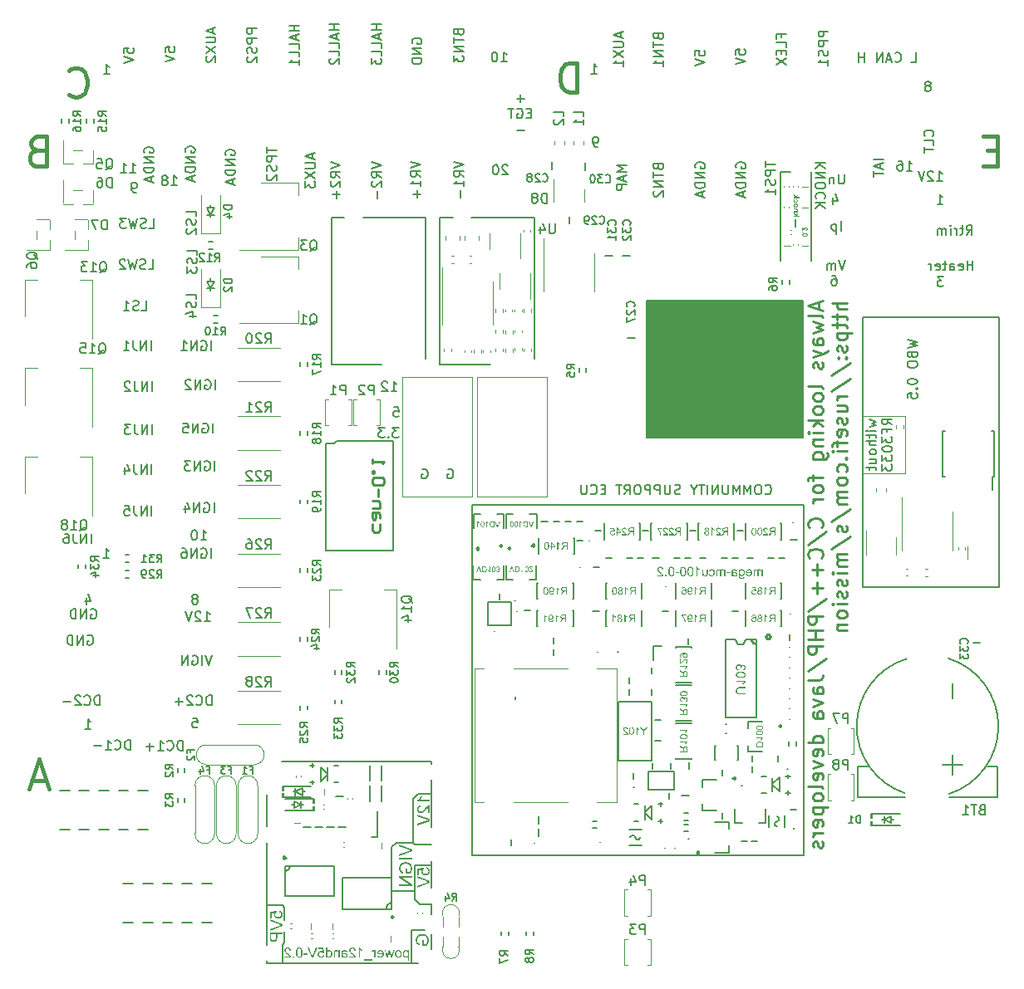
<source format=gbo>
G75*
G70*
%OFA0B0*%
%FSLAX25Y25*%
%IPPOS*%
%LPD*%
%AMOC8*
5,1,8,0,0,1.08239X$1,22.5*
%
%ADD10C,0.00787*%
%ADD103C,0.00394*%
%ADD135C,0.01000*%
%ADD232C,0.00300*%
%ADD83C,0.00472*%
%ADD87C,0.00591*%
%ADD88C,0.01772*%
%ADD89C,0.00984*%
%ADD91C,0.00669*%
%ADD92C,0.00500*%
%ADD93C,0.00800*%
%ADD95C,0.00390*%
X0000000Y0000000D02*
%LPD*%
G01*
D87*
X0249606Y0271260D02*
X0312402Y0271260D01*
X0312402Y0216142D01*
X0249606Y0216142D01*
X0249606Y0271260D01*
G36*
X0249606Y0271260D02*
G01*
X0312402Y0271260D01*
X0312402Y0216142D01*
X0249606Y0216142D01*
X0249606Y0271260D01*
G37*
X0155718Y0374456D02*
X0155531Y0374831D01*
X0155531Y0374831D02*
X0155531Y0375394D01*
X0155531Y0375394D02*
X0155718Y0375956D01*
X0155718Y0375956D02*
X0156093Y0376331D01*
X0156093Y0376331D02*
X0156468Y0376519D01*
X0156468Y0376519D02*
X0157218Y0376706D01*
X0157218Y0376706D02*
X0157780Y0376706D01*
X0157780Y0376706D02*
X0158530Y0376519D01*
X0158530Y0376519D02*
X0158905Y0376331D01*
X0158905Y0376331D02*
X0159280Y0375956D01*
X0159280Y0375956D02*
X0159468Y0375394D01*
X0159468Y0375394D02*
X0159468Y0375019D01*
X0159468Y0375019D02*
X0159280Y0374456D01*
X0159280Y0374456D02*
X0159093Y0374269D01*
X0159093Y0374269D02*
X0157780Y0374269D01*
X0157780Y0374269D02*
X0157780Y0375019D01*
X0159468Y0372582D02*
X0155531Y0372582D01*
X0155531Y0372582D02*
X0159468Y0370332D01*
X0159468Y0370332D02*
X0155531Y0370332D01*
X0159468Y0368457D02*
X0155531Y0368457D01*
X0155531Y0368457D02*
X0155531Y0367520D01*
X0155531Y0367520D02*
X0155718Y0366957D01*
X0155718Y0366957D02*
X0156093Y0366582D01*
X0156093Y0366582D02*
X0156468Y0366395D01*
X0156468Y0366395D02*
X0157218Y0366207D01*
X0157218Y0366207D02*
X0157780Y0366207D01*
X0157780Y0366207D02*
X0158530Y0366395D01*
X0158530Y0366395D02*
X0158905Y0366582D01*
X0158905Y0366582D02*
X0159280Y0366957D01*
X0159280Y0366957D02*
X0159468Y0367520D01*
X0159468Y0367520D02*
X0159468Y0368457D01*
X0025441Y0136801D02*
X0025816Y0136989D01*
X0025816Y0136989D02*
X0026378Y0136989D01*
X0026378Y0136989D02*
X0026940Y0136801D01*
X0026940Y0136801D02*
X0027315Y0136426D01*
X0027315Y0136426D02*
X0027503Y0136052D01*
X0027503Y0136052D02*
X0027690Y0135302D01*
X0027690Y0135302D02*
X0027690Y0134739D01*
X0027690Y0134739D02*
X0027503Y0133989D01*
X0027503Y0133989D02*
X0027315Y0133614D01*
X0027315Y0133614D02*
X0026940Y0133239D01*
X0026940Y0133239D02*
X0026378Y0133052D01*
X0026378Y0133052D02*
X0026003Y0133052D01*
X0026003Y0133052D02*
X0025441Y0133239D01*
X0025441Y0133239D02*
X0025253Y0133427D01*
X0025253Y0133427D02*
X0025253Y0134739D01*
X0025253Y0134739D02*
X0026003Y0134739D01*
X0023566Y0133052D02*
X0023566Y0136989D01*
X0023566Y0136989D02*
X0021316Y0133052D01*
X0021316Y0133052D02*
X0021316Y0136989D01*
X0019441Y0133052D02*
X0019441Y0136989D01*
X0019441Y0136989D02*
X0018504Y0136989D01*
X0018504Y0136989D02*
X0017942Y0136801D01*
X0017942Y0136801D02*
X0017567Y0136426D01*
X0017567Y0136426D02*
X0017379Y0136052D01*
X0017379Y0136052D02*
X0017192Y0135302D01*
X0017192Y0135302D02*
X0017192Y0134739D01*
X0017192Y0134739D02*
X0017379Y0133989D01*
X0017379Y0133989D02*
X0017567Y0133614D01*
X0017567Y0133614D02*
X0017942Y0133239D01*
X0017942Y0133239D02*
X0018504Y0133052D01*
X0018504Y0133052D02*
X0019441Y0133052D01*
X0059018Y0317501D02*
X0061267Y0317501D01*
X0060142Y0317501D02*
X0060142Y0321438D01*
X0060142Y0321438D02*
X0060517Y0320875D01*
X0060517Y0320875D02*
X0060892Y0320500D01*
X0060892Y0320500D02*
X0061267Y0320313D01*
X0056768Y0319750D02*
X0057143Y0319938D01*
X0057143Y0319938D02*
X0057330Y0320125D01*
X0057330Y0320125D02*
X0057518Y0320500D01*
X0057518Y0320500D02*
X0057518Y0320688D01*
X0057518Y0320688D02*
X0057330Y0321063D01*
X0057330Y0321063D02*
X0057143Y0321250D01*
X0057143Y0321250D02*
X0056768Y0321438D01*
X0056768Y0321438D02*
X0056018Y0321438D01*
X0056018Y0321438D02*
X0055643Y0321250D01*
X0055643Y0321250D02*
X0055456Y0321063D01*
X0055456Y0321063D02*
X0055268Y0320688D01*
X0055268Y0320688D02*
X0055268Y0320500D01*
X0055268Y0320500D02*
X0055456Y0320125D01*
X0055456Y0320125D02*
X0055643Y0319938D01*
X0055643Y0319938D02*
X0056018Y0319750D01*
X0056018Y0319750D02*
X0056768Y0319750D01*
X0056768Y0319750D02*
X0057143Y0319563D01*
X0057143Y0319563D02*
X0057330Y0319375D01*
X0057330Y0319375D02*
X0057518Y0319001D01*
X0057518Y0319001D02*
X0057518Y0318251D01*
X0057518Y0318251D02*
X0057330Y0317876D01*
X0057330Y0317876D02*
X0057143Y0317688D01*
X0057143Y0317688D02*
X0056768Y0317501D01*
X0056768Y0317501D02*
X0056018Y0317501D01*
X0056018Y0317501D02*
X0055643Y0317688D01*
X0055643Y0317688D02*
X0055456Y0317876D01*
X0055456Y0317876D02*
X0055268Y0318251D01*
X0055268Y0318251D02*
X0055268Y0319001D01*
X0055268Y0319001D02*
X0055456Y0319375D01*
X0055456Y0319375D02*
X0055643Y0319563D01*
X0055643Y0319563D02*
X0056018Y0319750D01*
X0143326Y0382087D02*
X0139389Y0382087D01*
X0141264Y0382087D02*
X0141264Y0379837D01*
X0143326Y0379837D02*
X0139389Y0379837D01*
X0142201Y0378150D02*
X0142201Y0376275D01*
X0143326Y0378525D02*
X0139389Y0377212D01*
X0139389Y0377212D02*
X0143326Y0375900D01*
X0143326Y0372713D02*
X0143326Y0374588D01*
X0143326Y0374588D02*
X0139389Y0374588D01*
X0143326Y0369526D02*
X0143326Y0371400D01*
X0143326Y0371400D02*
X0139389Y0371400D01*
X0139389Y0368588D02*
X0139389Y0366151D01*
X0139389Y0366151D02*
X0140889Y0367463D01*
X0140889Y0367463D02*
X0140889Y0366901D01*
X0140889Y0366901D02*
X0141076Y0366526D01*
X0141076Y0366526D02*
X0141264Y0366339D01*
X0141264Y0366339D02*
X0141639Y0366151D01*
X0141639Y0366151D02*
X0142576Y0366151D01*
X0142576Y0366151D02*
X0142951Y0366339D01*
X0142951Y0366339D02*
X0143139Y0366526D01*
X0143139Y0366526D02*
X0143326Y0366901D01*
X0143326Y0366901D02*
X0143326Y0368026D01*
X0143326Y0368026D02*
X0143139Y0368401D01*
X0143139Y0368401D02*
X0142951Y0368588D01*
X0067567Y0103721D02*
X0069441Y0103721D01*
X0069441Y0103721D02*
X0069629Y0101846D01*
X0069629Y0101846D02*
X0069441Y0102034D01*
X0069441Y0102034D02*
X0069066Y0102221D01*
X0069066Y0102221D02*
X0068129Y0102221D01*
X0068129Y0102221D02*
X0067754Y0102034D01*
X0067754Y0102034D02*
X0067567Y0101846D01*
X0067567Y0101846D02*
X0067379Y0101471D01*
X0067379Y0101471D02*
X0067379Y0100534D01*
X0067379Y0100534D02*
X0067567Y0100159D01*
X0067567Y0100159D02*
X0067754Y0099972D01*
X0067754Y0099972D02*
X0068129Y0099784D01*
X0068129Y0099784D02*
X0069066Y0099784D01*
X0069066Y0099784D02*
X0069441Y0099972D01*
X0069441Y0099972D02*
X0069629Y0100159D01*
X0075225Y0108839D02*
X0075225Y0112776D01*
X0075225Y0112776D02*
X0074288Y0112776D01*
X0074288Y0112776D02*
X0073725Y0112589D01*
X0073725Y0112589D02*
X0073350Y0112214D01*
X0073350Y0112214D02*
X0073163Y0111839D01*
X0073163Y0111839D02*
X0072975Y0111089D01*
X0072975Y0111089D02*
X0072975Y0110527D01*
X0072975Y0110527D02*
X0073163Y0109777D01*
X0073163Y0109777D02*
X0073350Y0109402D01*
X0073350Y0109402D02*
X0073725Y0109027D01*
X0073725Y0109027D02*
X0074288Y0108839D01*
X0074288Y0108839D02*
X0075225Y0108839D01*
X0069038Y0109214D02*
X0069226Y0109027D01*
X0069226Y0109027D02*
X0069788Y0108839D01*
X0069788Y0108839D02*
X0070163Y0108839D01*
X0070163Y0108839D02*
X0070726Y0109027D01*
X0070726Y0109027D02*
X0071100Y0109402D01*
X0071100Y0109402D02*
X0071288Y0109777D01*
X0071288Y0109777D02*
X0071475Y0110527D01*
X0071475Y0110527D02*
X0071475Y0111089D01*
X0071475Y0111089D02*
X0071288Y0111839D01*
X0071288Y0111839D02*
X0071100Y0112214D01*
X0071100Y0112214D02*
X0070726Y0112589D01*
X0070726Y0112589D02*
X0070163Y0112776D01*
X0070163Y0112776D02*
X0069788Y0112776D01*
X0069788Y0112776D02*
X0069226Y0112589D01*
X0069226Y0112589D02*
X0069038Y0112401D01*
X0067538Y0112401D02*
X0067351Y0112589D01*
X0067351Y0112589D02*
X0066976Y0112776D01*
X0066976Y0112776D02*
X0066039Y0112776D01*
X0066039Y0112776D02*
X0065664Y0112589D01*
X0065664Y0112589D02*
X0065476Y0112401D01*
X0065476Y0112401D02*
X0065289Y0112026D01*
X0065289Y0112026D02*
X0065289Y0111651D01*
X0065289Y0111651D02*
X0065476Y0111089D01*
X0065476Y0111089D02*
X0067726Y0108839D01*
X0067726Y0108839D02*
X0065289Y0108839D01*
X0063601Y0110339D02*
X0060602Y0110339D01*
X0062102Y0108839D02*
X0062102Y0111839D01*
X0051303Y0234824D02*
X0051303Y0238761D01*
X0049428Y0234824D02*
X0049428Y0238761D01*
X0049428Y0238761D02*
X0047178Y0234824D01*
X0047178Y0234824D02*
X0047178Y0238761D01*
X0044179Y0238761D02*
X0044179Y0235948D01*
X0044179Y0235948D02*
X0044366Y0235386D01*
X0044366Y0235386D02*
X0044741Y0235011D01*
X0044741Y0235011D02*
X0045304Y0234824D01*
X0045304Y0234824D02*
X0045679Y0234824D01*
X0042492Y0238386D02*
X0042304Y0238573D01*
X0042304Y0238573D02*
X0041929Y0238761D01*
X0041929Y0238761D02*
X0040992Y0238761D01*
X0040992Y0238761D02*
X0040617Y0238573D01*
X0040617Y0238573D02*
X0040429Y0238386D01*
X0040429Y0238386D02*
X0040242Y0238011D01*
X0040242Y0238011D02*
X0040242Y0237636D01*
X0040242Y0237636D02*
X0040429Y0237073D01*
X0040429Y0237073D02*
X0042679Y0234824D01*
X0042679Y0234824D02*
X0040242Y0234824D01*
X0155137Y0327081D02*
X0159074Y0325769D01*
X0159074Y0325769D02*
X0155137Y0324456D01*
X0159074Y0320894D02*
X0157199Y0322207D01*
X0159074Y0323144D02*
X0155137Y0323144D01*
X0155137Y0323144D02*
X0155137Y0321644D01*
X0155137Y0321644D02*
X0155325Y0321269D01*
X0155325Y0321269D02*
X0155512Y0321082D01*
X0155512Y0321082D02*
X0155887Y0320894D01*
X0155887Y0320894D02*
X0156449Y0320894D01*
X0156449Y0320894D02*
X0156824Y0321082D01*
X0156824Y0321082D02*
X0157012Y0321269D01*
X0157012Y0321269D02*
X0157199Y0321644D01*
X0157199Y0321644D02*
X0157199Y0323144D01*
X0159074Y0317145D02*
X0159074Y0319394D01*
X0159074Y0318270D02*
X0155137Y0318270D01*
X0155137Y0318270D02*
X0155700Y0318645D01*
X0155700Y0318645D02*
X0156074Y0319019D01*
X0156074Y0319019D02*
X0156262Y0319394D01*
X0157574Y0315457D02*
X0157574Y0312458D01*
X0159074Y0313958D02*
X0156074Y0313958D01*
X0324053Y0281280D02*
X0324803Y0281280D01*
X0324803Y0281280D02*
X0325178Y0281093D01*
X0325178Y0281093D02*
X0325366Y0280905D01*
X0325366Y0280905D02*
X0325741Y0280343D01*
X0325741Y0280343D02*
X0325928Y0279593D01*
X0325928Y0279593D02*
X0325928Y0278093D01*
X0325928Y0278093D02*
X0325741Y0277718D01*
X0325741Y0277718D02*
X0325553Y0277531D01*
X0325553Y0277531D02*
X0325178Y0277343D01*
X0325178Y0277343D02*
X0324428Y0277343D01*
X0324428Y0277343D02*
X0324053Y0277531D01*
X0324053Y0277531D02*
X0323866Y0277718D01*
X0323866Y0277718D02*
X0323678Y0278093D01*
X0323678Y0278093D02*
X0323678Y0279031D01*
X0323678Y0279031D02*
X0323866Y0279405D01*
X0323866Y0279405D02*
X0324053Y0279593D01*
X0324053Y0279593D02*
X0324428Y0279780D01*
X0324428Y0279780D02*
X0325178Y0279780D01*
X0325178Y0279780D02*
X0325553Y0279593D01*
X0325553Y0279593D02*
X0325741Y0279405D01*
X0325741Y0279405D02*
X0325928Y0279031D01*
X0039980Y0370632D02*
X0039980Y0372507D01*
X0039980Y0372507D02*
X0041854Y0372694D01*
X0041854Y0372694D02*
X0041667Y0372507D01*
X0041667Y0372507D02*
X0041479Y0372132D01*
X0041479Y0372132D02*
X0041479Y0371194D01*
X0041479Y0371194D02*
X0041667Y0370819D01*
X0041667Y0370819D02*
X0041854Y0370632D01*
X0041854Y0370632D02*
X0042229Y0370444D01*
X0042229Y0370444D02*
X0043167Y0370444D01*
X0043167Y0370444D02*
X0043542Y0370632D01*
X0043542Y0370632D02*
X0043729Y0370819D01*
X0043729Y0370819D02*
X0043917Y0371194D01*
X0043917Y0371194D02*
X0043917Y0372132D01*
X0043917Y0372132D02*
X0043729Y0372507D01*
X0043729Y0372507D02*
X0043542Y0372694D01*
X0039980Y0369319D02*
X0043917Y0368007D01*
X0043917Y0368007D02*
X0039980Y0366695D01*
X0150187Y0220257D02*
X0147750Y0220257D01*
X0147750Y0220257D02*
X0149063Y0218757D01*
X0149063Y0218757D02*
X0148500Y0218757D01*
X0148500Y0218757D02*
X0148125Y0218569D01*
X0148125Y0218569D02*
X0147938Y0218382D01*
X0147938Y0218382D02*
X0147750Y0218007D01*
X0147750Y0218007D02*
X0147750Y0217070D01*
X0147750Y0217070D02*
X0147938Y0216695D01*
X0147938Y0216695D02*
X0148125Y0216507D01*
X0148125Y0216507D02*
X0148500Y0216320D01*
X0148500Y0216320D02*
X0149625Y0216320D01*
X0149625Y0216320D02*
X0150000Y0216507D01*
X0150000Y0216507D02*
X0150187Y0216695D01*
X0146063Y0216695D02*
X0145876Y0216507D01*
X0145876Y0216507D02*
X0146063Y0216320D01*
X0146063Y0216320D02*
X0146250Y0216507D01*
X0146250Y0216507D02*
X0146063Y0216695D01*
X0146063Y0216695D02*
X0146063Y0216320D01*
X0144563Y0220257D02*
X0142126Y0220257D01*
X0142126Y0220257D02*
X0143438Y0218757D01*
X0143438Y0218757D02*
X0142876Y0218757D01*
X0142876Y0218757D02*
X0142501Y0218569D01*
X0142501Y0218569D02*
X0142313Y0218382D01*
X0142313Y0218382D02*
X0142126Y0218007D01*
X0142126Y0218007D02*
X0142126Y0217070D01*
X0142126Y0217070D02*
X0142313Y0216695D01*
X0142313Y0216695D02*
X0142501Y0216507D01*
X0142501Y0216507D02*
X0142876Y0216320D01*
X0142876Y0216320D02*
X0144001Y0216320D01*
X0144001Y0216320D02*
X0144376Y0216507D01*
X0144376Y0216507D02*
X0144563Y0216695D01*
X0070871Y0175199D02*
X0073121Y0175199D01*
X0071996Y0175199D02*
X0071996Y0179136D01*
X0071996Y0179136D02*
X0072371Y0178574D01*
X0072371Y0178574D02*
X0072746Y0178199D01*
X0072746Y0178199D02*
X0073121Y0178011D01*
X0068434Y0179136D02*
X0068059Y0179136D01*
X0068059Y0179136D02*
X0067684Y0178949D01*
X0067684Y0178949D02*
X0067496Y0178761D01*
X0067496Y0178761D02*
X0067309Y0178386D01*
X0067309Y0178386D02*
X0067121Y0177636D01*
X0067121Y0177636D02*
X0067121Y0176699D01*
X0067121Y0176699D02*
X0067309Y0175949D01*
X0067309Y0175949D02*
X0067496Y0175574D01*
X0067496Y0175574D02*
X0067684Y0175387D01*
X0067684Y0175387D02*
X0068059Y0175199D01*
X0068059Y0175199D02*
X0068434Y0175199D01*
X0068434Y0175199D02*
X0068809Y0175387D01*
X0068809Y0175387D02*
X0068996Y0175574D01*
X0068996Y0175574D02*
X0069184Y0175949D01*
X0069184Y0175949D02*
X0069371Y0176699D01*
X0069371Y0176699D02*
X0069371Y0177636D01*
X0069371Y0177636D02*
X0069184Y0178386D01*
X0069184Y0178386D02*
X0068996Y0178761D01*
X0068996Y0178761D02*
X0068809Y0178949D01*
X0068809Y0178949D02*
X0068434Y0179136D01*
X0026819Y0147234D02*
X0027193Y0147422D01*
X0027193Y0147422D02*
X0027756Y0147422D01*
X0027756Y0147422D02*
X0028318Y0147234D01*
X0028318Y0147234D02*
X0028693Y0146860D01*
X0028693Y0146860D02*
X0028881Y0146485D01*
X0028881Y0146485D02*
X0029068Y0145735D01*
X0029068Y0145735D02*
X0029068Y0145172D01*
X0029068Y0145172D02*
X0028881Y0144422D01*
X0028881Y0144422D02*
X0028693Y0144047D01*
X0028693Y0144047D02*
X0028318Y0143672D01*
X0028318Y0143672D02*
X0027756Y0143485D01*
X0027756Y0143485D02*
X0027381Y0143485D01*
X0027381Y0143485D02*
X0026819Y0143672D01*
X0026819Y0143672D02*
X0026631Y0143860D01*
X0026631Y0143860D02*
X0026631Y0145172D01*
X0026631Y0145172D02*
X0027381Y0145172D01*
X0024944Y0143485D02*
X0024944Y0147422D01*
X0024944Y0147422D02*
X0022694Y0143485D01*
X0022694Y0143485D02*
X0022694Y0147422D01*
X0020819Y0143485D02*
X0020819Y0147422D01*
X0020819Y0147422D02*
X0019882Y0147422D01*
X0019882Y0147422D02*
X0019319Y0147234D01*
X0019319Y0147234D02*
X0018945Y0146860D01*
X0018945Y0146860D02*
X0018757Y0146485D01*
X0018757Y0146485D02*
X0018570Y0145735D01*
X0018570Y0145735D02*
X0018570Y0145172D01*
X0018570Y0145172D02*
X0018757Y0144422D01*
X0018757Y0144422D02*
X0018945Y0144047D01*
X0018945Y0144047D02*
X0019319Y0143672D01*
X0019319Y0143672D02*
X0019882Y0143485D01*
X0019882Y0143485D02*
X0020819Y0143485D01*
X0068917Y0271822D02*
X0068917Y0273697D01*
X0068917Y0273697D02*
X0064980Y0273697D01*
X0068729Y0270697D02*
X0068917Y0270135D01*
X0068917Y0270135D02*
X0068917Y0269198D01*
X0068917Y0269198D02*
X0068729Y0268823D01*
X0068729Y0268823D02*
X0068542Y0268635D01*
X0068542Y0268635D02*
X0068167Y0268448D01*
X0068167Y0268448D02*
X0067792Y0268448D01*
X0067792Y0268448D02*
X0067417Y0268635D01*
X0067417Y0268635D02*
X0067229Y0268823D01*
X0067229Y0268823D02*
X0067042Y0269198D01*
X0067042Y0269198D02*
X0066854Y0269948D01*
X0066854Y0269948D02*
X0066667Y0270322D01*
X0066667Y0270322D02*
X0066479Y0270510D01*
X0066479Y0270510D02*
X0066104Y0270697D01*
X0066104Y0270697D02*
X0065730Y0270697D01*
X0065730Y0270697D02*
X0065355Y0270510D01*
X0065355Y0270510D02*
X0065167Y0270322D01*
X0065167Y0270322D02*
X0064980Y0269948D01*
X0064980Y0269948D02*
X0064980Y0269010D01*
X0064980Y0269010D02*
X0065167Y0268448D01*
X0066292Y0265073D02*
X0068917Y0265073D01*
X0064792Y0266010D02*
X0067604Y0266948D01*
X0067604Y0266948D02*
X0067604Y0264511D01*
X0254256Y0377203D02*
X0254443Y0376640D01*
X0254443Y0376640D02*
X0254631Y0376453D01*
X0254631Y0376453D02*
X0255006Y0376265D01*
X0255006Y0376265D02*
X0255568Y0376265D01*
X0255568Y0376265D02*
X0255943Y0376453D01*
X0255943Y0376453D02*
X0256131Y0376640D01*
X0256131Y0376640D02*
X0256318Y0377015D01*
X0256318Y0377015D02*
X0256318Y0378515D01*
X0256318Y0378515D02*
X0252381Y0378515D01*
X0252381Y0378515D02*
X0252381Y0377203D01*
X0252381Y0377203D02*
X0252569Y0376828D01*
X0252569Y0376828D02*
X0252756Y0376640D01*
X0252756Y0376640D02*
X0253131Y0376453D01*
X0253131Y0376453D02*
X0253506Y0376453D01*
X0253506Y0376453D02*
X0253881Y0376640D01*
X0253881Y0376640D02*
X0254068Y0376828D01*
X0254068Y0376828D02*
X0254256Y0377203D01*
X0254256Y0377203D02*
X0254256Y0378515D01*
X0252381Y0375141D02*
X0252381Y0372891D01*
X0256318Y0374016D02*
X0252381Y0374016D01*
X0256318Y0371579D02*
X0252381Y0371579D01*
X0252381Y0371579D02*
X0256318Y0369329D01*
X0256318Y0369329D02*
X0252381Y0369329D01*
X0256318Y0365392D02*
X0256318Y0367642D01*
X0256318Y0366517D02*
X0252381Y0366517D01*
X0252381Y0366517D02*
X0252944Y0366892D01*
X0252944Y0366892D02*
X0253319Y0367267D01*
X0253319Y0367267D02*
X0253506Y0367642D01*
X0044844Y0314745D02*
X0044094Y0314745D01*
X0044094Y0314745D02*
X0043720Y0314932D01*
X0043720Y0314932D02*
X0043532Y0315120D01*
X0043532Y0315120D02*
X0043157Y0315682D01*
X0043157Y0315682D02*
X0042970Y0316432D01*
X0042970Y0316432D02*
X0042970Y0317932D01*
X0042970Y0317932D02*
X0043157Y0318307D01*
X0043157Y0318307D02*
X0043345Y0318494D01*
X0043345Y0318494D02*
X0043720Y0318682D01*
X0043720Y0318682D02*
X0044469Y0318682D01*
X0044469Y0318682D02*
X0044844Y0318494D01*
X0044844Y0318494D02*
X0045032Y0318307D01*
X0045032Y0318307D02*
X0045219Y0317932D01*
X0045219Y0317932D02*
X0045219Y0316995D01*
X0045219Y0316995D02*
X0045032Y0316620D01*
X0045032Y0316620D02*
X0044844Y0316432D01*
X0044844Y0316432D02*
X0044469Y0316245D01*
X0044469Y0316245D02*
X0043720Y0316245D01*
X0043720Y0316245D02*
X0043345Y0316432D01*
X0043345Y0316432D02*
X0043157Y0316620D01*
X0043157Y0316620D02*
X0042970Y0316995D01*
X0139389Y0326884D02*
X0143326Y0325572D01*
X0143326Y0325572D02*
X0139389Y0324259D01*
X0143326Y0320697D02*
X0141451Y0322010D01*
X0143326Y0322947D02*
X0139389Y0322947D01*
X0139389Y0322947D02*
X0139389Y0321447D01*
X0139389Y0321447D02*
X0139577Y0321072D01*
X0139577Y0321072D02*
X0139764Y0320885D01*
X0139764Y0320885D02*
X0140139Y0320697D01*
X0140139Y0320697D02*
X0140701Y0320697D01*
X0140701Y0320697D02*
X0141076Y0320885D01*
X0141076Y0320885D02*
X0141264Y0321072D01*
X0141264Y0321072D02*
X0141451Y0321447D01*
X0141451Y0321447D02*
X0141451Y0322947D01*
X0139764Y0319198D02*
X0139577Y0319010D01*
X0139577Y0319010D02*
X0139389Y0318635D01*
X0139389Y0318635D02*
X0139389Y0317698D01*
X0139389Y0317698D02*
X0139577Y0317323D01*
X0139577Y0317323D02*
X0139764Y0317135D01*
X0139764Y0317135D02*
X0140139Y0316948D01*
X0140139Y0316948D02*
X0140514Y0316948D01*
X0140514Y0316948D02*
X0141076Y0317135D01*
X0141076Y0317135D02*
X0143326Y0319385D01*
X0143326Y0319385D02*
X0143326Y0316948D01*
X0141826Y0315261D02*
X0141826Y0312261D01*
X0042482Y0322619D02*
X0044732Y0322619D01*
X0043607Y0322619D02*
X0043607Y0326556D01*
X0043607Y0326556D02*
X0043982Y0325993D01*
X0043982Y0325993D02*
X0044357Y0325618D01*
X0044357Y0325618D02*
X0044732Y0325431D01*
X0038733Y0322619D02*
X0040982Y0322619D01*
X0039858Y0322619D02*
X0039858Y0326556D01*
X0039858Y0326556D02*
X0040232Y0325993D01*
X0040232Y0325993D02*
X0040607Y0325618D01*
X0040607Y0325618D02*
X0040982Y0325431D01*
X0110255Y0381693D02*
X0106318Y0381693D01*
X0108193Y0381693D02*
X0108193Y0379443D01*
X0110255Y0379443D02*
X0106318Y0379443D01*
X0109130Y0377756D02*
X0109130Y0375881D01*
X0110255Y0378131D02*
X0106318Y0376819D01*
X0106318Y0376819D02*
X0110255Y0375506D01*
X0110255Y0372319D02*
X0110255Y0374194D01*
X0110255Y0374194D02*
X0106318Y0374194D01*
X0110255Y0369132D02*
X0110255Y0371007D01*
X0110255Y0371007D02*
X0106318Y0371007D01*
X0110255Y0365757D02*
X0110255Y0368007D01*
X0110255Y0366882D02*
X0106318Y0366882D01*
X0106318Y0366882D02*
X0106881Y0367257D01*
X0106881Y0367257D02*
X0107256Y0367632D01*
X0107256Y0367632D02*
X0107443Y0368007D01*
X0024841Y0152015D02*
X0024841Y0149390D01*
X0025778Y0153515D02*
X0026715Y0150703D01*
X0026715Y0150703D02*
X0024278Y0150703D01*
D88*
X0005062Y0331524D02*
X0003375Y0330961D01*
X0003375Y0330961D02*
X0002812Y0330399D01*
X0002812Y0330399D02*
X0002250Y0329274D01*
X0002250Y0329274D02*
X0002250Y0327587D01*
X0002250Y0327587D02*
X0002812Y0326462D01*
X0002812Y0326462D02*
X0003375Y0325899D01*
X0003375Y0325899D02*
X0004499Y0325337D01*
X0004499Y0325337D02*
X0008999Y0325337D01*
X0008999Y0325337D02*
X0008999Y0337148D01*
X0008999Y0337148D02*
X0005062Y0337148D01*
X0005062Y0337148D02*
X0003937Y0336585D01*
X0003937Y0336585D02*
X0003375Y0336023D01*
X0003375Y0336023D02*
X0002812Y0334898D01*
X0002812Y0334898D02*
X0002812Y0333773D01*
X0002812Y0333773D02*
X0003375Y0332648D01*
X0003375Y0332648D02*
X0003937Y0332086D01*
X0003937Y0332086D02*
X0005062Y0331524D01*
X0005062Y0331524D02*
X0008999Y0331524D01*
D87*
X0380474Y0283446D02*
X0380474Y0287383D01*
X0380474Y0285508D02*
X0378225Y0285508D01*
X0378225Y0283446D02*
X0378225Y0287383D01*
X0374850Y0283633D02*
X0375225Y0283446D01*
X0375225Y0283446D02*
X0375975Y0283446D01*
X0375975Y0283446D02*
X0376350Y0283633D01*
X0376350Y0283633D02*
X0376537Y0284008D01*
X0376537Y0284008D02*
X0376537Y0285508D01*
X0376537Y0285508D02*
X0376350Y0285883D01*
X0376350Y0285883D02*
X0375975Y0286070D01*
X0375975Y0286070D02*
X0375225Y0286070D01*
X0375225Y0286070D02*
X0374850Y0285883D01*
X0374850Y0285883D02*
X0374663Y0285508D01*
X0374663Y0285508D02*
X0374663Y0285133D01*
X0374663Y0285133D02*
X0376537Y0284758D01*
X0371288Y0283446D02*
X0371288Y0285508D01*
X0371288Y0285508D02*
X0371475Y0285883D01*
X0371475Y0285883D02*
X0371850Y0286070D01*
X0371850Y0286070D02*
X0372600Y0286070D01*
X0372600Y0286070D02*
X0372975Y0285883D01*
X0371288Y0283633D02*
X0371663Y0283446D01*
X0371663Y0283446D02*
X0372600Y0283446D01*
X0372600Y0283446D02*
X0372975Y0283633D01*
X0372975Y0283633D02*
X0373163Y0284008D01*
X0373163Y0284008D02*
X0373163Y0284383D01*
X0373163Y0284383D02*
X0372975Y0284758D01*
X0372975Y0284758D02*
X0372600Y0284945D01*
X0372600Y0284945D02*
X0371663Y0284945D01*
X0371663Y0284945D02*
X0371288Y0285133D01*
X0369976Y0286070D02*
X0368476Y0286070D01*
X0369413Y0287383D02*
X0369413Y0284008D01*
X0369413Y0284008D02*
X0369226Y0283633D01*
X0369226Y0283633D02*
X0368851Y0283446D01*
X0368851Y0283446D02*
X0368476Y0283446D01*
X0365664Y0283633D02*
X0366039Y0283446D01*
X0366039Y0283446D02*
X0366789Y0283446D01*
X0366789Y0283446D02*
X0367163Y0283633D01*
X0367163Y0283633D02*
X0367351Y0284008D01*
X0367351Y0284008D02*
X0367351Y0285508D01*
X0367351Y0285508D02*
X0367163Y0285883D01*
X0367163Y0285883D02*
X0366789Y0286070D01*
X0366789Y0286070D02*
X0366039Y0286070D01*
X0366039Y0286070D02*
X0365664Y0285883D01*
X0365664Y0285883D02*
X0365476Y0285508D01*
X0365476Y0285508D02*
X0365476Y0285133D01*
X0365476Y0285133D02*
X0367351Y0284758D01*
X0363789Y0283446D02*
X0363789Y0286070D01*
X0363789Y0285320D02*
X0363601Y0285695D01*
X0363601Y0285695D02*
X0363414Y0285883D01*
X0363414Y0285883D02*
X0363039Y0286070D01*
X0363039Y0286070D02*
X0362664Y0286070D01*
X0368635Y0280887D02*
X0366198Y0280887D01*
X0366198Y0280887D02*
X0367510Y0279387D01*
X0367510Y0279387D02*
X0366948Y0279387D01*
X0366948Y0279387D02*
X0366573Y0279199D01*
X0366573Y0279199D02*
X0366385Y0279012D01*
X0366385Y0279012D02*
X0366198Y0278637D01*
X0366198Y0278637D02*
X0366198Y0277699D01*
X0366198Y0277699D02*
X0366385Y0277324D01*
X0366385Y0277324D02*
X0366573Y0277137D01*
X0366573Y0277137D02*
X0366948Y0276950D01*
X0366948Y0276950D02*
X0368073Y0276950D01*
X0368073Y0276950D02*
X0368448Y0277137D01*
X0368448Y0277137D02*
X0368635Y0277324D01*
X0069310Y0289539D02*
X0069310Y0291414D01*
X0069310Y0291414D02*
X0065373Y0291414D01*
X0069123Y0288414D02*
X0069310Y0287852D01*
X0069310Y0287852D02*
X0069310Y0286914D01*
X0069310Y0286914D02*
X0069123Y0286539D01*
X0069123Y0286539D02*
X0068935Y0286352D01*
X0068935Y0286352D02*
X0068560Y0286164D01*
X0068560Y0286164D02*
X0068185Y0286164D01*
X0068185Y0286164D02*
X0067810Y0286352D01*
X0067810Y0286352D02*
X0067623Y0286539D01*
X0067623Y0286539D02*
X0067436Y0286914D01*
X0067436Y0286914D02*
X0067248Y0287664D01*
X0067248Y0287664D02*
X0067061Y0288039D01*
X0067061Y0288039D02*
X0066873Y0288226D01*
X0066873Y0288226D02*
X0066498Y0288414D01*
X0066498Y0288414D02*
X0066123Y0288414D01*
X0066123Y0288414D02*
X0065748Y0288226D01*
X0065748Y0288226D02*
X0065561Y0288039D01*
X0065561Y0288039D02*
X0065373Y0287664D01*
X0065373Y0287664D02*
X0065373Y0286727D01*
X0065373Y0286727D02*
X0065561Y0286164D01*
X0065373Y0284852D02*
X0065373Y0282415D01*
X0065373Y0282415D02*
X0066873Y0283727D01*
X0066873Y0283727D02*
X0066873Y0283165D01*
X0066873Y0283165D02*
X0067061Y0282790D01*
X0067061Y0282790D02*
X0067248Y0282602D01*
X0067248Y0282602D02*
X0067623Y0282415D01*
X0067623Y0282415D02*
X0068560Y0282415D01*
X0068560Y0282415D02*
X0068935Y0282602D01*
X0068935Y0282602D02*
X0069123Y0282790D01*
X0069123Y0282790D02*
X0069310Y0283165D01*
X0069310Y0283165D02*
X0069310Y0284289D01*
X0069310Y0284289D02*
X0069123Y0284664D01*
X0069123Y0284664D02*
X0068935Y0284852D01*
X0285255Y0370041D02*
X0285255Y0371916D01*
X0285255Y0371916D02*
X0287130Y0372103D01*
X0287130Y0372103D02*
X0286942Y0371916D01*
X0286942Y0371916D02*
X0286755Y0371541D01*
X0286755Y0371541D02*
X0286755Y0370604D01*
X0286755Y0370604D02*
X0286942Y0370229D01*
X0286942Y0370229D02*
X0287130Y0370041D01*
X0287130Y0370041D02*
X0287505Y0369854D01*
X0287505Y0369854D02*
X0288442Y0369854D01*
X0288442Y0369854D02*
X0288817Y0370041D01*
X0288817Y0370041D02*
X0289005Y0370229D01*
X0289005Y0370229D02*
X0289192Y0370604D01*
X0289192Y0370604D02*
X0289192Y0371541D01*
X0289192Y0371541D02*
X0289005Y0371916D01*
X0289005Y0371916D02*
X0288817Y0372103D01*
X0285255Y0368729D02*
X0289192Y0367417D01*
X0289192Y0367417D02*
X0285255Y0366104D01*
D89*
X0318681Y0270669D02*
X0318681Y0267856D01*
X0320368Y0271231D02*
X0314462Y0269262D01*
X0314462Y0269262D02*
X0320368Y0267294D01*
X0320368Y0264482D02*
X0320087Y0265044D01*
X0320087Y0265044D02*
X0319524Y0265325D01*
X0319524Y0265325D02*
X0314462Y0265325D01*
X0316431Y0262795D02*
X0320368Y0261670D01*
X0320368Y0261670D02*
X0317556Y0260545D01*
X0317556Y0260545D02*
X0320368Y0259420D01*
X0320368Y0259420D02*
X0316431Y0258295D01*
X0320368Y0253514D02*
X0317274Y0253514D01*
X0317274Y0253514D02*
X0316712Y0253796D01*
X0316712Y0253796D02*
X0316431Y0254358D01*
X0316431Y0254358D02*
X0316431Y0255483D01*
X0316431Y0255483D02*
X0316712Y0256045D01*
X0320087Y0253514D02*
X0320368Y0254077D01*
X0320368Y0254077D02*
X0320368Y0255483D01*
X0320368Y0255483D02*
X0320087Y0256045D01*
X0320087Y0256045D02*
X0319524Y0256327D01*
X0319524Y0256327D02*
X0318962Y0256327D01*
X0318962Y0256327D02*
X0318399Y0256045D01*
X0318399Y0256045D02*
X0318118Y0255483D01*
X0318118Y0255483D02*
X0318118Y0254077D01*
X0318118Y0254077D02*
X0317837Y0253514D01*
X0316431Y0251265D02*
X0320368Y0249859D01*
X0316431Y0248453D02*
X0320368Y0249859D01*
X0320368Y0249859D02*
X0321774Y0250421D01*
X0321774Y0250421D02*
X0322055Y0250702D01*
X0322055Y0250702D02*
X0322336Y0251265D01*
X0320087Y0246484D02*
X0320368Y0245922D01*
X0320368Y0245922D02*
X0320368Y0244797D01*
X0320368Y0244797D02*
X0320087Y0244234D01*
X0320087Y0244234D02*
X0319524Y0243953D01*
X0319524Y0243953D02*
X0319243Y0243953D01*
X0319243Y0243953D02*
X0318681Y0244234D01*
X0318681Y0244234D02*
X0318399Y0244797D01*
X0318399Y0244797D02*
X0318399Y0245640D01*
X0318399Y0245640D02*
X0318118Y0246203D01*
X0318118Y0246203D02*
X0317556Y0246484D01*
X0317556Y0246484D02*
X0317274Y0246484D01*
X0317274Y0246484D02*
X0316712Y0246203D01*
X0316712Y0246203D02*
X0316431Y0245640D01*
X0316431Y0245640D02*
X0316431Y0244797D01*
X0316431Y0244797D02*
X0316712Y0244234D01*
X0320368Y0236079D02*
X0320087Y0236642D01*
X0320087Y0236642D02*
X0319524Y0236923D01*
X0319524Y0236923D02*
X0314462Y0236923D01*
X0320368Y0232986D02*
X0320087Y0233548D01*
X0320087Y0233548D02*
X0319805Y0233829D01*
X0319805Y0233829D02*
X0319243Y0234111D01*
X0319243Y0234111D02*
X0317556Y0234111D01*
X0317556Y0234111D02*
X0316993Y0233829D01*
X0316993Y0233829D02*
X0316712Y0233548D01*
X0316712Y0233548D02*
X0316431Y0232986D01*
X0316431Y0232986D02*
X0316431Y0232142D01*
X0316431Y0232142D02*
X0316712Y0231580D01*
X0316712Y0231580D02*
X0316993Y0231298D01*
X0316993Y0231298D02*
X0317556Y0231017D01*
X0317556Y0231017D02*
X0319243Y0231017D01*
X0319243Y0231017D02*
X0319805Y0231298D01*
X0319805Y0231298D02*
X0320087Y0231580D01*
X0320087Y0231580D02*
X0320368Y0232142D01*
X0320368Y0232142D02*
X0320368Y0232986D01*
X0320368Y0227643D02*
X0320087Y0228205D01*
X0320087Y0228205D02*
X0319805Y0228486D01*
X0319805Y0228486D02*
X0319243Y0228768D01*
X0319243Y0228768D02*
X0317556Y0228768D01*
X0317556Y0228768D02*
X0316993Y0228486D01*
X0316993Y0228486D02*
X0316712Y0228205D01*
X0316712Y0228205D02*
X0316431Y0227643D01*
X0316431Y0227643D02*
X0316431Y0226799D01*
X0316431Y0226799D02*
X0316712Y0226237D01*
X0316712Y0226237D02*
X0316993Y0225955D01*
X0316993Y0225955D02*
X0317556Y0225674D01*
X0317556Y0225674D02*
X0319243Y0225674D01*
X0319243Y0225674D02*
X0319805Y0225955D01*
X0319805Y0225955D02*
X0320087Y0226237D01*
X0320087Y0226237D02*
X0320368Y0226799D01*
X0320368Y0226799D02*
X0320368Y0227643D01*
X0320368Y0223143D02*
X0314462Y0223143D01*
X0318118Y0222581D02*
X0320368Y0220894D01*
X0316431Y0220894D02*
X0318681Y0223143D01*
X0320368Y0218363D02*
X0316431Y0218363D01*
X0314462Y0218363D02*
X0314744Y0218644D01*
X0314744Y0218644D02*
X0315025Y0218363D01*
X0315025Y0218363D02*
X0314744Y0218081D01*
X0314744Y0218081D02*
X0314462Y0218363D01*
X0314462Y0218363D02*
X0315025Y0218363D01*
X0316431Y0215550D02*
X0320368Y0215550D01*
X0316993Y0215550D02*
X0316712Y0215269D01*
X0316712Y0215269D02*
X0316431Y0214707D01*
X0316431Y0214707D02*
X0316431Y0213863D01*
X0316431Y0213863D02*
X0316712Y0213301D01*
X0316712Y0213301D02*
X0317274Y0213020D01*
X0317274Y0213020D02*
X0320368Y0213020D01*
X0316431Y0207676D02*
X0321211Y0207676D01*
X0321211Y0207676D02*
X0321774Y0207958D01*
X0321774Y0207958D02*
X0322055Y0208239D01*
X0322055Y0208239D02*
X0322336Y0208801D01*
X0322336Y0208801D02*
X0322336Y0209645D01*
X0322336Y0209645D02*
X0322055Y0210207D01*
X0320087Y0207676D02*
X0320368Y0208239D01*
X0320368Y0208239D02*
X0320368Y0209364D01*
X0320368Y0209364D02*
X0320087Y0209926D01*
X0320087Y0209926D02*
X0319805Y0210207D01*
X0319805Y0210207D02*
X0319243Y0210489D01*
X0319243Y0210489D02*
X0317556Y0210489D01*
X0317556Y0210489D02*
X0316993Y0210207D01*
X0316993Y0210207D02*
X0316712Y0209926D01*
X0316712Y0209926D02*
X0316431Y0209364D01*
X0316431Y0209364D02*
X0316431Y0208239D01*
X0316431Y0208239D02*
X0316712Y0207676D01*
X0316431Y0201208D02*
X0316431Y0198959D01*
X0320368Y0200365D02*
X0315306Y0200365D01*
X0315306Y0200365D02*
X0314744Y0200084D01*
X0314744Y0200084D02*
X0314462Y0199521D01*
X0314462Y0199521D02*
X0314462Y0198959D01*
X0320368Y0196147D02*
X0320087Y0196709D01*
X0320087Y0196709D02*
X0319805Y0196990D01*
X0319805Y0196990D02*
X0319243Y0197271D01*
X0319243Y0197271D02*
X0317556Y0197271D01*
X0317556Y0197271D02*
X0316993Y0196990D01*
X0316993Y0196990D02*
X0316712Y0196709D01*
X0316712Y0196709D02*
X0316431Y0196147D01*
X0316431Y0196147D02*
X0316431Y0195303D01*
X0316431Y0195303D02*
X0316712Y0194741D01*
X0316712Y0194741D02*
X0316993Y0194459D01*
X0316993Y0194459D02*
X0317556Y0194178D01*
X0317556Y0194178D02*
X0319243Y0194178D01*
X0319243Y0194178D02*
X0319805Y0194459D01*
X0319805Y0194459D02*
X0320087Y0194741D01*
X0320087Y0194741D02*
X0320368Y0195303D01*
X0320368Y0195303D02*
X0320368Y0196147D01*
X0320368Y0191647D02*
X0316431Y0191647D01*
X0317556Y0191647D02*
X0316993Y0191366D01*
X0316993Y0191366D02*
X0316712Y0191085D01*
X0316712Y0191085D02*
X0316431Y0190522D01*
X0316431Y0190522D02*
X0316431Y0189960D01*
X0319805Y0180117D02*
X0320087Y0180399D01*
X0320087Y0180399D02*
X0320368Y0181242D01*
X0320368Y0181242D02*
X0320368Y0181805D01*
X0320368Y0181805D02*
X0320087Y0182648D01*
X0320087Y0182648D02*
X0319524Y0183211D01*
X0319524Y0183211D02*
X0318962Y0183492D01*
X0318962Y0183492D02*
X0317837Y0183773D01*
X0317837Y0183773D02*
X0316993Y0183773D01*
X0316993Y0183773D02*
X0315868Y0183492D01*
X0315868Y0183492D02*
X0315306Y0183211D01*
X0315306Y0183211D02*
X0314744Y0182648D01*
X0314744Y0182648D02*
X0314462Y0181805D01*
X0314462Y0181805D02*
X0314462Y0181242D01*
X0314462Y0181242D02*
X0314744Y0180399D01*
X0314744Y0180399D02*
X0315025Y0180117D01*
X0314181Y0173368D02*
X0321774Y0178430D01*
X0319805Y0168025D02*
X0320087Y0168306D01*
X0320087Y0168306D02*
X0320368Y0169150D01*
X0320368Y0169150D02*
X0320368Y0169712D01*
X0320368Y0169712D02*
X0320087Y0170556D01*
X0320087Y0170556D02*
X0319524Y0171118D01*
X0319524Y0171118D02*
X0318962Y0171400D01*
X0318962Y0171400D02*
X0317837Y0171681D01*
X0317837Y0171681D02*
X0316993Y0171681D01*
X0316993Y0171681D02*
X0315868Y0171400D01*
X0315868Y0171400D02*
X0315306Y0171118D01*
X0315306Y0171118D02*
X0314744Y0170556D01*
X0314744Y0170556D02*
X0314462Y0169712D01*
X0314462Y0169712D02*
X0314462Y0169150D01*
X0314462Y0169150D02*
X0314744Y0168306D01*
X0314744Y0168306D02*
X0315025Y0168025D01*
X0318118Y0165494D02*
X0318118Y0160995D01*
X0320368Y0163244D02*
X0315868Y0163244D01*
X0318118Y0158183D02*
X0318118Y0153683D01*
X0320368Y0155933D02*
X0315868Y0155933D01*
X0314181Y0146653D02*
X0321774Y0151715D01*
X0320368Y0144684D02*
X0314462Y0144684D01*
X0314462Y0144684D02*
X0314462Y0142435D01*
X0314462Y0142435D02*
X0314744Y0141872D01*
X0314744Y0141872D02*
X0315025Y0141591D01*
X0315025Y0141591D02*
X0315587Y0141310D01*
X0315587Y0141310D02*
X0316431Y0141310D01*
X0316431Y0141310D02*
X0316993Y0141591D01*
X0316993Y0141591D02*
X0317274Y0141872D01*
X0317274Y0141872D02*
X0317556Y0142435D01*
X0317556Y0142435D02*
X0317556Y0144684D01*
X0320368Y0138779D02*
X0314462Y0138779D01*
X0317274Y0138779D02*
X0317274Y0135404D01*
X0320368Y0135404D02*
X0314462Y0135404D01*
X0320368Y0132592D02*
X0314462Y0132592D01*
X0314462Y0132592D02*
X0314462Y0130342D01*
X0314462Y0130342D02*
X0314744Y0129780D01*
X0314744Y0129780D02*
X0315025Y0129499D01*
X0315025Y0129499D02*
X0315587Y0129217D01*
X0315587Y0129217D02*
X0316431Y0129217D01*
X0316431Y0129217D02*
X0316993Y0129499D01*
X0316993Y0129499D02*
X0317274Y0129780D01*
X0317274Y0129780D02*
X0317556Y0130342D01*
X0317556Y0130342D02*
X0317556Y0132592D01*
X0314181Y0122468D02*
X0321774Y0127530D01*
X0314462Y0118813D02*
X0318681Y0118813D01*
X0318681Y0118813D02*
X0319524Y0119094D01*
X0319524Y0119094D02*
X0320087Y0119656D01*
X0320087Y0119656D02*
X0320368Y0120500D01*
X0320368Y0120500D02*
X0320368Y0121062D01*
X0320368Y0113469D02*
X0317274Y0113469D01*
X0317274Y0113469D02*
X0316712Y0113751D01*
X0316712Y0113751D02*
X0316431Y0114313D01*
X0316431Y0114313D02*
X0316431Y0115438D01*
X0316431Y0115438D02*
X0316712Y0116000D01*
X0320087Y0113469D02*
X0320368Y0114032D01*
X0320368Y0114032D02*
X0320368Y0115438D01*
X0320368Y0115438D02*
X0320087Y0116000D01*
X0320087Y0116000D02*
X0319524Y0116282D01*
X0319524Y0116282D02*
X0318962Y0116282D01*
X0318962Y0116282D02*
X0318399Y0116000D01*
X0318399Y0116000D02*
X0318118Y0115438D01*
X0318118Y0115438D02*
X0318118Y0114032D01*
X0318118Y0114032D02*
X0317837Y0113469D01*
X0316431Y0111220D02*
X0320368Y0109814D01*
X0320368Y0109814D02*
X0316431Y0108408D01*
X0320368Y0103627D02*
X0317274Y0103627D01*
X0317274Y0103627D02*
X0316712Y0103908D01*
X0316712Y0103908D02*
X0316431Y0104471D01*
X0316431Y0104471D02*
X0316431Y0105595D01*
X0316431Y0105595D02*
X0316712Y0106158D01*
X0320087Y0103627D02*
X0320368Y0104189D01*
X0320368Y0104189D02*
X0320368Y0105595D01*
X0320368Y0105595D02*
X0320087Y0106158D01*
X0320087Y0106158D02*
X0319524Y0106439D01*
X0319524Y0106439D02*
X0318962Y0106439D01*
X0318962Y0106439D02*
X0318399Y0106158D01*
X0318399Y0106158D02*
X0318118Y0105595D01*
X0318118Y0105595D02*
X0318118Y0104189D01*
X0318118Y0104189D02*
X0317837Y0103627D01*
X0320368Y0093784D02*
X0314462Y0093784D01*
X0320087Y0093784D02*
X0320368Y0094347D01*
X0320368Y0094347D02*
X0320368Y0095472D01*
X0320368Y0095472D02*
X0320087Y0096034D01*
X0320087Y0096034D02*
X0319805Y0096315D01*
X0319805Y0096315D02*
X0319243Y0096597D01*
X0319243Y0096597D02*
X0317556Y0096597D01*
X0317556Y0096597D02*
X0316993Y0096315D01*
X0316993Y0096315D02*
X0316712Y0096034D01*
X0316712Y0096034D02*
X0316431Y0095472D01*
X0316431Y0095472D02*
X0316431Y0094347D01*
X0316431Y0094347D02*
X0316712Y0093784D01*
X0320087Y0088723D02*
X0320368Y0089285D01*
X0320368Y0089285D02*
X0320368Y0090410D01*
X0320368Y0090410D02*
X0320087Y0090972D01*
X0320087Y0090972D02*
X0319524Y0091253D01*
X0319524Y0091253D02*
X0317274Y0091253D01*
X0317274Y0091253D02*
X0316712Y0090972D01*
X0316712Y0090972D02*
X0316431Y0090410D01*
X0316431Y0090410D02*
X0316431Y0089285D01*
X0316431Y0089285D02*
X0316712Y0088723D01*
X0316712Y0088723D02*
X0317274Y0088441D01*
X0317274Y0088441D02*
X0317837Y0088441D01*
X0317837Y0088441D02*
X0318399Y0091253D01*
X0316431Y0086473D02*
X0320368Y0085067D01*
X0320368Y0085067D02*
X0316431Y0083661D01*
X0320087Y0079161D02*
X0320368Y0079724D01*
X0320368Y0079724D02*
X0320368Y0080849D01*
X0320368Y0080849D02*
X0320087Y0081411D01*
X0320087Y0081411D02*
X0319524Y0081692D01*
X0319524Y0081692D02*
X0317274Y0081692D01*
X0317274Y0081692D02*
X0316712Y0081411D01*
X0316712Y0081411D02*
X0316431Y0080849D01*
X0316431Y0080849D02*
X0316431Y0079724D01*
X0316431Y0079724D02*
X0316712Y0079161D01*
X0316712Y0079161D02*
X0317274Y0078880D01*
X0317274Y0078880D02*
X0317837Y0078880D01*
X0317837Y0078880D02*
X0318399Y0081692D01*
X0320368Y0075505D02*
X0320087Y0076068D01*
X0320087Y0076068D02*
X0319524Y0076349D01*
X0319524Y0076349D02*
X0314462Y0076349D01*
X0320368Y0072412D02*
X0320087Y0072975D01*
X0320087Y0072975D02*
X0319805Y0073256D01*
X0319805Y0073256D02*
X0319243Y0073537D01*
X0319243Y0073537D02*
X0317556Y0073537D01*
X0317556Y0073537D02*
X0316993Y0073256D01*
X0316993Y0073256D02*
X0316712Y0072975D01*
X0316712Y0072975D02*
X0316431Y0072412D01*
X0316431Y0072412D02*
X0316431Y0071568D01*
X0316431Y0071568D02*
X0316712Y0071006D01*
X0316712Y0071006D02*
X0316993Y0070725D01*
X0316993Y0070725D02*
X0317556Y0070444D01*
X0317556Y0070444D02*
X0319243Y0070444D01*
X0319243Y0070444D02*
X0319805Y0070725D01*
X0319805Y0070725D02*
X0320087Y0071006D01*
X0320087Y0071006D02*
X0320368Y0071568D01*
X0320368Y0071568D02*
X0320368Y0072412D01*
X0316431Y0067913D02*
X0322336Y0067913D01*
X0316712Y0067913D02*
X0316431Y0067350D01*
X0316431Y0067350D02*
X0316431Y0066225D01*
X0316431Y0066225D02*
X0316712Y0065663D01*
X0316712Y0065663D02*
X0316993Y0065382D01*
X0316993Y0065382D02*
X0317556Y0065100D01*
X0317556Y0065100D02*
X0319243Y0065100D01*
X0319243Y0065100D02*
X0319805Y0065382D01*
X0319805Y0065382D02*
X0320087Y0065663D01*
X0320087Y0065663D02*
X0320368Y0066225D01*
X0320368Y0066225D02*
X0320368Y0067350D01*
X0320368Y0067350D02*
X0320087Y0067913D01*
X0320087Y0060320D02*
X0320368Y0060882D01*
X0320368Y0060882D02*
X0320368Y0062007D01*
X0320368Y0062007D02*
X0320087Y0062570D01*
X0320087Y0062570D02*
X0319524Y0062851D01*
X0319524Y0062851D02*
X0317274Y0062851D01*
X0317274Y0062851D02*
X0316712Y0062570D01*
X0316712Y0062570D02*
X0316431Y0062007D01*
X0316431Y0062007D02*
X0316431Y0060882D01*
X0316431Y0060882D02*
X0316712Y0060320D01*
X0316712Y0060320D02*
X0317274Y0060039D01*
X0317274Y0060039D02*
X0317837Y0060039D01*
X0317837Y0060039D02*
X0318399Y0062851D01*
X0320368Y0057508D02*
X0316431Y0057508D01*
X0317556Y0057508D02*
X0316993Y0057226D01*
X0316993Y0057226D02*
X0316712Y0056945D01*
X0316712Y0056945D02*
X0316431Y0056383D01*
X0316431Y0056383D02*
X0316431Y0055820D01*
X0320087Y0054133D02*
X0320368Y0053571D01*
X0320368Y0053571D02*
X0320368Y0052446D01*
X0320368Y0052446D02*
X0320087Y0051883D01*
X0320087Y0051883D02*
X0319524Y0051602D01*
X0319524Y0051602D02*
X0319243Y0051602D01*
X0319243Y0051602D02*
X0318681Y0051883D01*
X0318681Y0051883D02*
X0318399Y0052446D01*
X0318399Y0052446D02*
X0318399Y0053289D01*
X0318399Y0053289D02*
X0318118Y0053852D01*
X0318118Y0053852D02*
X0317556Y0054133D01*
X0317556Y0054133D02*
X0317274Y0054133D01*
X0317274Y0054133D02*
X0316712Y0053852D01*
X0316712Y0053852D02*
X0316431Y0053289D01*
X0316431Y0053289D02*
X0316431Y0052446D01*
X0316431Y0052446D02*
X0316712Y0051883D01*
X0329876Y0270387D02*
X0323970Y0270387D01*
X0329876Y0267856D02*
X0326782Y0267856D01*
X0326782Y0267856D02*
X0326220Y0268138D01*
X0326220Y0268138D02*
X0325939Y0268700D01*
X0325939Y0268700D02*
X0325939Y0269544D01*
X0325939Y0269544D02*
X0326220Y0270106D01*
X0326220Y0270106D02*
X0326501Y0270387D01*
X0325939Y0265888D02*
X0325939Y0263638D01*
X0323970Y0265044D02*
X0329032Y0265044D01*
X0329032Y0265044D02*
X0329594Y0264763D01*
X0329594Y0264763D02*
X0329876Y0264201D01*
X0329876Y0264201D02*
X0329876Y0263638D01*
X0325939Y0262513D02*
X0325939Y0260264D01*
X0323970Y0261670D02*
X0329032Y0261670D01*
X0329032Y0261670D02*
X0329594Y0261388D01*
X0329594Y0261388D02*
X0329876Y0260826D01*
X0329876Y0260826D02*
X0329876Y0260264D01*
X0325939Y0258295D02*
X0331844Y0258295D01*
X0326220Y0258295D02*
X0325939Y0257733D01*
X0325939Y0257733D02*
X0325939Y0256608D01*
X0325939Y0256608D02*
X0326220Y0256045D01*
X0326220Y0256045D02*
X0326501Y0255764D01*
X0326501Y0255764D02*
X0327064Y0255483D01*
X0327064Y0255483D02*
X0328751Y0255483D01*
X0328751Y0255483D02*
X0329313Y0255764D01*
X0329313Y0255764D02*
X0329594Y0256045D01*
X0329594Y0256045D02*
X0329876Y0256608D01*
X0329876Y0256608D02*
X0329876Y0257733D01*
X0329876Y0257733D02*
X0329594Y0258295D01*
X0329594Y0253233D02*
X0329876Y0252671D01*
X0329876Y0252671D02*
X0329876Y0251546D01*
X0329876Y0251546D02*
X0329594Y0250984D01*
X0329594Y0250984D02*
X0329032Y0250702D01*
X0329032Y0250702D02*
X0328751Y0250702D01*
X0328751Y0250702D02*
X0328188Y0250984D01*
X0328188Y0250984D02*
X0327907Y0251546D01*
X0327907Y0251546D02*
X0327907Y0252390D01*
X0327907Y0252390D02*
X0327626Y0252952D01*
X0327626Y0252952D02*
X0327064Y0253233D01*
X0327064Y0253233D02*
X0326782Y0253233D01*
X0326782Y0253233D02*
X0326220Y0252952D01*
X0326220Y0252952D02*
X0325939Y0252390D01*
X0325939Y0252390D02*
X0325939Y0251546D01*
X0325939Y0251546D02*
X0326220Y0250984D01*
X0329313Y0248171D02*
X0329594Y0247890D01*
X0329594Y0247890D02*
X0329876Y0248171D01*
X0329876Y0248171D02*
X0329594Y0248453D01*
X0329594Y0248453D02*
X0329313Y0248171D01*
X0329313Y0248171D02*
X0329876Y0248171D01*
X0326220Y0248171D02*
X0326501Y0247890D01*
X0326501Y0247890D02*
X0326782Y0248171D01*
X0326782Y0248171D02*
X0326501Y0248453D01*
X0326501Y0248453D02*
X0326220Y0248171D01*
X0326220Y0248171D02*
X0326782Y0248171D01*
X0323689Y0241141D02*
X0331282Y0246203D01*
X0323689Y0234954D02*
X0331282Y0240016D01*
X0329876Y0232986D02*
X0325939Y0232986D01*
X0327064Y0232986D02*
X0326501Y0232705D01*
X0326501Y0232705D02*
X0326220Y0232423D01*
X0326220Y0232423D02*
X0325939Y0231861D01*
X0325939Y0231861D02*
X0325939Y0231298D01*
X0325939Y0226799D02*
X0329876Y0226799D01*
X0325939Y0229330D02*
X0329032Y0229330D01*
X0329032Y0229330D02*
X0329594Y0229049D01*
X0329594Y0229049D02*
X0329876Y0228486D01*
X0329876Y0228486D02*
X0329876Y0227643D01*
X0329876Y0227643D02*
X0329594Y0227080D01*
X0329594Y0227080D02*
X0329313Y0226799D01*
X0329594Y0224268D02*
X0329876Y0223706D01*
X0329876Y0223706D02*
X0329876Y0222581D01*
X0329876Y0222581D02*
X0329594Y0222018D01*
X0329594Y0222018D02*
X0329032Y0221737D01*
X0329032Y0221737D02*
X0328751Y0221737D01*
X0328751Y0221737D02*
X0328188Y0222018D01*
X0328188Y0222018D02*
X0327907Y0222581D01*
X0327907Y0222581D02*
X0327907Y0223424D01*
X0327907Y0223424D02*
X0327626Y0223987D01*
X0327626Y0223987D02*
X0327064Y0224268D01*
X0327064Y0224268D02*
X0326782Y0224268D01*
X0326782Y0224268D02*
X0326220Y0223987D01*
X0326220Y0223987D02*
X0325939Y0223424D01*
X0325939Y0223424D02*
X0325939Y0222581D01*
X0325939Y0222581D02*
X0326220Y0222018D01*
X0329594Y0216957D02*
X0329876Y0217519D01*
X0329876Y0217519D02*
X0329876Y0218644D01*
X0329876Y0218644D02*
X0329594Y0219206D01*
X0329594Y0219206D02*
X0329032Y0219487D01*
X0329032Y0219487D02*
X0326782Y0219487D01*
X0326782Y0219487D02*
X0326220Y0219206D01*
X0326220Y0219206D02*
X0325939Y0218644D01*
X0325939Y0218644D02*
X0325939Y0217519D01*
X0325939Y0217519D02*
X0326220Y0216957D01*
X0326220Y0216957D02*
X0326782Y0216675D01*
X0326782Y0216675D02*
X0327345Y0216675D01*
X0327345Y0216675D02*
X0327907Y0219487D01*
X0325939Y0214988D02*
X0325939Y0212738D01*
X0329876Y0214144D02*
X0324814Y0214144D01*
X0324814Y0214144D02*
X0324251Y0213863D01*
X0324251Y0213863D02*
X0323970Y0213301D01*
X0323970Y0213301D02*
X0323970Y0212738D01*
X0329876Y0210770D02*
X0325939Y0210770D01*
X0323970Y0210770D02*
X0324251Y0211051D01*
X0324251Y0211051D02*
X0324533Y0210770D01*
X0324533Y0210770D02*
X0324251Y0210489D01*
X0324251Y0210489D02*
X0323970Y0210770D01*
X0323970Y0210770D02*
X0324533Y0210770D01*
X0329313Y0207958D02*
X0329594Y0207676D01*
X0329594Y0207676D02*
X0329876Y0207958D01*
X0329876Y0207958D02*
X0329594Y0208239D01*
X0329594Y0208239D02*
X0329313Y0207958D01*
X0329313Y0207958D02*
X0329876Y0207958D01*
X0329594Y0202615D02*
X0329876Y0203177D01*
X0329876Y0203177D02*
X0329876Y0204302D01*
X0329876Y0204302D02*
X0329594Y0204864D01*
X0329594Y0204864D02*
X0329313Y0205145D01*
X0329313Y0205145D02*
X0328751Y0205427D01*
X0328751Y0205427D02*
X0327064Y0205427D01*
X0327064Y0205427D02*
X0326501Y0205145D01*
X0326501Y0205145D02*
X0326220Y0204864D01*
X0326220Y0204864D02*
X0325939Y0204302D01*
X0325939Y0204302D02*
X0325939Y0203177D01*
X0325939Y0203177D02*
X0326220Y0202615D01*
X0329876Y0199240D02*
X0329594Y0199802D01*
X0329594Y0199802D02*
X0329313Y0200084D01*
X0329313Y0200084D02*
X0328751Y0200365D01*
X0328751Y0200365D02*
X0327064Y0200365D01*
X0327064Y0200365D02*
X0326501Y0200084D01*
X0326501Y0200084D02*
X0326220Y0199802D01*
X0326220Y0199802D02*
X0325939Y0199240D01*
X0325939Y0199240D02*
X0325939Y0198396D01*
X0325939Y0198396D02*
X0326220Y0197834D01*
X0326220Y0197834D02*
X0326501Y0197553D01*
X0326501Y0197553D02*
X0327064Y0197271D01*
X0327064Y0197271D02*
X0328751Y0197271D01*
X0328751Y0197271D02*
X0329313Y0197553D01*
X0329313Y0197553D02*
X0329594Y0197834D01*
X0329594Y0197834D02*
X0329876Y0198396D01*
X0329876Y0198396D02*
X0329876Y0199240D01*
X0329876Y0194741D02*
X0325939Y0194741D01*
X0326501Y0194741D02*
X0326220Y0194459D01*
X0326220Y0194459D02*
X0325939Y0193897D01*
X0325939Y0193897D02*
X0325939Y0193053D01*
X0325939Y0193053D02*
X0326220Y0192491D01*
X0326220Y0192491D02*
X0326782Y0192210D01*
X0326782Y0192210D02*
X0329876Y0192210D01*
X0326782Y0192210D02*
X0326220Y0191928D01*
X0326220Y0191928D02*
X0325939Y0191366D01*
X0325939Y0191366D02*
X0325939Y0190522D01*
X0325939Y0190522D02*
X0326220Y0189960D01*
X0326220Y0189960D02*
X0326782Y0189679D01*
X0326782Y0189679D02*
X0329876Y0189679D01*
X0323689Y0182648D02*
X0331282Y0187710D01*
X0329594Y0180961D02*
X0329876Y0180399D01*
X0329876Y0180399D02*
X0329876Y0179274D01*
X0329876Y0179274D02*
X0329594Y0178711D01*
X0329594Y0178711D02*
X0329032Y0178430D01*
X0329032Y0178430D02*
X0328751Y0178430D01*
X0328751Y0178430D02*
X0328188Y0178711D01*
X0328188Y0178711D02*
X0327907Y0179274D01*
X0327907Y0179274D02*
X0327907Y0180117D01*
X0327907Y0180117D02*
X0327626Y0180680D01*
X0327626Y0180680D02*
X0327064Y0180961D01*
X0327064Y0180961D02*
X0326782Y0180961D01*
X0326782Y0180961D02*
X0326220Y0180680D01*
X0326220Y0180680D02*
X0325939Y0180117D01*
X0325939Y0180117D02*
X0325939Y0179274D01*
X0325939Y0179274D02*
X0326220Y0178711D01*
X0323689Y0171681D02*
X0331282Y0176743D01*
X0329876Y0169712D02*
X0325939Y0169712D01*
X0326501Y0169712D02*
X0326220Y0169431D01*
X0326220Y0169431D02*
X0325939Y0168869D01*
X0325939Y0168869D02*
X0325939Y0168025D01*
X0325939Y0168025D02*
X0326220Y0167463D01*
X0326220Y0167463D02*
X0326782Y0167181D01*
X0326782Y0167181D02*
X0329876Y0167181D01*
X0326782Y0167181D02*
X0326220Y0166900D01*
X0326220Y0166900D02*
X0325939Y0166338D01*
X0325939Y0166338D02*
X0325939Y0165494D01*
X0325939Y0165494D02*
X0326220Y0164932D01*
X0326220Y0164932D02*
X0326782Y0164651D01*
X0326782Y0164651D02*
X0329876Y0164651D01*
X0329876Y0161838D02*
X0325939Y0161838D01*
X0323970Y0161838D02*
X0324251Y0162120D01*
X0324251Y0162120D02*
X0324533Y0161838D01*
X0324533Y0161838D02*
X0324251Y0161557D01*
X0324251Y0161557D02*
X0323970Y0161838D01*
X0323970Y0161838D02*
X0324533Y0161838D01*
X0329594Y0159307D02*
X0329876Y0158745D01*
X0329876Y0158745D02*
X0329876Y0157620D01*
X0329876Y0157620D02*
X0329594Y0157058D01*
X0329594Y0157058D02*
X0329032Y0156777D01*
X0329032Y0156777D02*
X0328751Y0156777D01*
X0328751Y0156777D02*
X0328188Y0157058D01*
X0328188Y0157058D02*
X0327907Y0157620D01*
X0327907Y0157620D02*
X0327907Y0158464D01*
X0327907Y0158464D02*
X0327626Y0159026D01*
X0327626Y0159026D02*
X0327064Y0159307D01*
X0327064Y0159307D02*
X0326782Y0159307D01*
X0326782Y0159307D02*
X0326220Y0159026D01*
X0326220Y0159026D02*
X0325939Y0158464D01*
X0325939Y0158464D02*
X0325939Y0157620D01*
X0325939Y0157620D02*
X0326220Y0157058D01*
X0329594Y0154527D02*
X0329876Y0153964D01*
X0329876Y0153964D02*
X0329876Y0152840D01*
X0329876Y0152840D02*
X0329594Y0152277D01*
X0329594Y0152277D02*
X0329032Y0151996D01*
X0329032Y0151996D02*
X0328751Y0151996D01*
X0328751Y0151996D02*
X0328188Y0152277D01*
X0328188Y0152277D02*
X0327907Y0152840D01*
X0327907Y0152840D02*
X0327907Y0153683D01*
X0327907Y0153683D02*
X0327626Y0154246D01*
X0327626Y0154246D02*
X0327064Y0154527D01*
X0327064Y0154527D02*
X0326782Y0154527D01*
X0326782Y0154527D02*
X0326220Y0154246D01*
X0326220Y0154246D02*
X0325939Y0153683D01*
X0325939Y0153683D02*
X0325939Y0152840D01*
X0325939Y0152840D02*
X0326220Y0152277D01*
X0329876Y0149465D02*
X0325939Y0149465D01*
X0323970Y0149465D02*
X0324251Y0149746D01*
X0324251Y0149746D02*
X0324533Y0149465D01*
X0324533Y0149465D02*
X0324251Y0149184D01*
X0324251Y0149184D02*
X0323970Y0149465D01*
X0323970Y0149465D02*
X0324533Y0149465D01*
X0329876Y0145809D02*
X0329594Y0146372D01*
X0329594Y0146372D02*
X0329313Y0146653D01*
X0329313Y0146653D02*
X0328751Y0146934D01*
X0328751Y0146934D02*
X0327064Y0146934D01*
X0327064Y0146934D02*
X0326501Y0146653D01*
X0326501Y0146653D02*
X0326220Y0146372D01*
X0326220Y0146372D02*
X0325939Y0145809D01*
X0325939Y0145809D02*
X0325939Y0144966D01*
X0325939Y0144966D02*
X0326220Y0144403D01*
X0326220Y0144403D02*
X0326501Y0144122D01*
X0326501Y0144122D02*
X0327064Y0143841D01*
X0327064Y0143841D02*
X0328751Y0143841D01*
X0328751Y0143841D02*
X0329313Y0144122D01*
X0329313Y0144122D02*
X0329594Y0144403D01*
X0329594Y0144403D02*
X0329876Y0144966D01*
X0329876Y0144966D02*
X0329876Y0145809D01*
X0325939Y0141310D02*
X0329876Y0141310D01*
X0326501Y0141310D02*
X0326220Y0141028D01*
X0326220Y0141028D02*
X0325939Y0140466D01*
X0325939Y0140466D02*
X0325939Y0139622D01*
X0325939Y0139622D02*
X0326220Y0139060D01*
X0326220Y0139060D02*
X0326782Y0138779D01*
X0326782Y0138779D02*
X0329876Y0138779D01*
D87*
X0362777Y0357546D02*
X0363151Y0357733D01*
X0363151Y0357733D02*
X0363339Y0357921D01*
X0363339Y0357921D02*
X0363526Y0358296D01*
X0363526Y0358296D02*
X0363526Y0358483D01*
X0363526Y0358483D02*
X0363339Y0358858D01*
X0363339Y0358858D02*
X0363151Y0359046D01*
X0363151Y0359046D02*
X0362777Y0359233D01*
X0362777Y0359233D02*
X0362027Y0359233D01*
X0362027Y0359233D02*
X0361652Y0359046D01*
X0361652Y0359046D02*
X0361464Y0358858D01*
X0361464Y0358858D02*
X0361277Y0358483D01*
X0361277Y0358483D02*
X0361277Y0358296D01*
X0361277Y0358296D02*
X0361464Y0357921D01*
X0361464Y0357921D02*
X0361652Y0357733D01*
X0361652Y0357733D02*
X0362027Y0357546D01*
X0362027Y0357546D02*
X0362777Y0357546D01*
X0362777Y0357546D02*
X0363151Y0357358D01*
X0363151Y0357358D02*
X0363339Y0357171D01*
X0363339Y0357171D02*
X0363526Y0356796D01*
X0363526Y0356796D02*
X0363526Y0356046D01*
X0363526Y0356046D02*
X0363339Y0355671D01*
X0363339Y0355671D02*
X0363151Y0355483D01*
X0363151Y0355483D02*
X0362777Y0355296D01*
X0362777Y0355296D02*
X0362027Y0355296D01*
X0362027Y0355296D02*
X0361652Y0355483D01*
X0361652Y0355483D02*
X0361464Y0355671D01*
X0361464Y0355671D02*
X0361277Y0356046D01*
X0361277Y0356046D02*
X0361277Y0356796D01*
X0361277Y0356796D02*
X0361464Y0357171D01*
X0361464Y0357171D02*
X0361652Y0357358D01*
X0361652Y0357358D02*
X0362027Y0357546D01*
D88*
X0008718Y0078711D02*
X0003093Y0078711D01*
X0009843Y0075337D02*
X0005906Y0087148D01*
X0005906Y0087148D02*
X0001968Y0075337D01*
D87*
X0172460Y0327081D02*
X0176397Y0325769D01*
X0176397Y0325769D02*
X0172460Y0324456D01*
X0176397Y0320894D02*
X0174522Y0322207D01*
X0176397Y0323144D02*
X0172460Y0323144D01*
X0172460Y0323144D02*
X0172460Y0321644D01*
X0172460Y0321644D02*
X0172647Y0321269D01*
X0172647Y0321269D02*
X0172835Y0321082D01*
X0172835Y0321082D02*
X0173210Y0320894D01*
X0173210Y0320894D02*
X0173772Y0320894D01*
X0173772Y0320894D02*
X0174147Y0321082D01*
X0174147Y0321082D02*
X0174335Y0321269D01*
X0174335Y0321269D02*
X0174522Y0321644D01*
X0174522Y0321644D02*
X0174522Y0323144D01*
X0176397Y0317145D02*
X0176397Y0319394D01*
X0176397Y0318270D02*
X0172460Y0318270D01*
X0172460Y0318270D02*
X0173022Y0318645D01*
X0173022Y0318645D02*
X0173397Y0319019D01*
X0173397Y0319019D02*
X0173585Y0319394D01*
X0174897Y0315457D02*
X0174897Y0312458D01*
X0355821Y0366910D02*
X0357696Y0366910D01*
X0357696Y0366910D02*
X0357696Y0370847D01*
X0349259Y0367285D02*
X0349447Y0367098D01*
X0349447Y0367098D02*
X0350009Y0366910D01*
X0350009Y0366910D02*
X0350384Y0366910D01*
X0350384Y0366910D02*
X0350947Y0367098D01*
X0350947Y0367098D02*
X0351322Y0367473D01*
X0351322Y0367473D02*
X0351509Y0367848D01*
X0351509Y0367848D02*
X0351697Y0368597D01*
X0351697Y0368597D02*
X0351697Y0369160D01*
X0351697Y0369160D02*
X0351509Y0369910D01*
X0351509Y0369910D02*
X0351322Y0370285D01*
X0351322Y0370285D02*
X0350947Y0370660D01*
X0350947Y0370660D02*
X0350384Y0370847D01*
X0350384Y0370847D02*
X0350009Y0370847D01*
X0350009Y0370847D02*
X0349447Y0370660D01*
X0349447Y0370660D02*
X0349259Y0370472D01*
X0347760Y0368035D02*
X0345885Y0368035D01*
X0348135Y0366910D02*
X0346822Y0370847D01*
X0346822Y0370847D02*
X0345510Y0366910D01*
X0344198Y0366910D02*
X0344198Y0370847D01*
X0344198Y0370847D02*
X0341948Y0366910D01*
X0341948Y0366910D02*
X0341948Y0370847D01*
X0337073Y0366910D02*
X0337073Y0370847D01*
X0337073Y0368972D02*
X0334824Y0368972D01*
X0334824Y0366910D02*
X0334824Y0370847D01*
X0064773Y0330868D02*
X0064586Y0331243D01*
X0064586Y0331243D02*
X0064586Y0331805D01*
X0064586Y0331805D02*
X0064773Y0332368D01*
X0064773Y0332368D02*
X0065148Y0332743D01*
X0065148Y0332743D02*
X0065523Y0332930D01*
X0065523Y0332930D02*
X0066273Y0333118D01*
X0066273Y0333118D02*
X0066836Y0333118D01*
X0066836Y0333118D02*
X0067586Y0332930D01*
X0067586Y0332930D02*
X0067960Y0332743D01*
X0067960Y0332743D02*
X0068335Y0332368D01*
X0068335Y0332368D02*
X0068523Y0331805D01*
X0068523Y0331805D02*
X0068523Y0331430D01*
X0068523Y0331430D02*
X0068335Y0330868D01*
X0068335Y0330868D02*
X0068148Y0330681D01*
X0068148Y0330681D02*
X0066836Y0330681D01*
X0066836Y0330681D02*
X0066836Y0331430D01*
X0068523Y0328993D02*
X0064586Y0328993D01*
X0064586Y0328993D02*
X0068523Y0326744D01*
X0068523Y0326744D02*
X0064586Y0326744D01*
X0068523Y0324869D02*
X0064586Y0324869D01*
X0064586Y0324869D02*
X0064586Y0323931D01*
X0064586Y0323931D02*
X0064773Y0323369D01*
X0064773Y0323369D02*
X0065148Y0322994D01*
X0065148Y0322994D02*
X0065523Y0322807D01*
X0065523Y0322807D02*
X0066273Y0322619D01*
X0066273Y0322619D02*
X0066836Y0322619D01*
X0066836Y0322619D02*
X0067586Y0322807D01*
X0067586Y0322807D02*
X0067960Y0322994D01*
X0067960Y0322994D02*
X0068335Y0323369D01*
X0068335Y0323369D02*
X0068523Y0323931D01*
X0068523Y0323931D02*
X0068523Y0324869D01*
X0067398Y0321119D02*
X0067398Y0319244D01*
X0068523Y0321494D02*
X0064586Y0320182D01*
X0064586Y0320182D02*
X0068523Y0318870D01*
X0353900Y0323406D02*
X0356149Y0323406D01*
X0355024Y0323406D02*
X0355024Y0327343D01*
X0355024Y0327343D02*
X0355399Y0326781D01*
X0355399Y0326781D02*
X0355774Y0326406D01*
X0355774Y0326406D02*
X0356149Y0326218D01*
X0350525Y0327343D02*
X0351275Y0327343D01*
X0351275Y0327343D02*
X0351650Y0327156D01*
X0351650Y0327156D02*
X0351837Y0326968D01*
X0351837Y0326968D02*
X0352212Y0326406D01*
X0352212Y0326406D02*
X0352400Y0325656D01*
X0352400Y0325656D02*
X0352400Y0324156D01*
X0352400Y0324156D02*
X0352212Y0323781D01*
X0352212Y0323781D02*
X0352025Y0323594D01*
X0352025Y0323594D02*
X0351650Y0323406D01*
X0351650Y0323406D02*
X0350900Y0323406D01*
X0350900Y0323406D02*
X0350525Y0323594D01*
X0350525Y0323594D02*
X0350337Y0323781D01*
X0350337Y0323781D02*
X0350150Y0324156D01*
X0350150Y0324156D02*
X0350150Y0325094D01*
X0350150Y0325094D02*
X0350337Y0325468D01*
X0350337Y0325468D02*
X0350525Y0325656D01*
X0350525Y0325656D02*
X0350900Y0325843D01*
X0350900Y0325843D02*
X0351650Y0325843D01*
X0351650Y0325843D02*
X0352025Y0325656D01*
X0352025Y0325656D02*
X0352212Y0325468D01*
X0352212Y0325468D02*
X0352400Y0325094D01*
X0239248Y0378796D02*
X0239248Y0376922D01*
X0240373Y0379171D02*
X0236436Y0377859D01*
X0236436Y0377859D02*
X0240373Y0376547D01*
X0236436Y0375234D02*
X0239623Y0375234D01*
X0239623Y0375234D02*
X0239998Y0375047D01*
X0239998Y0375047D02*
X0240186Y0374859D01*
X0240186Y0374859D02*
X0240373Y0374484D01*
X0240373Y0374484D02*
X0240373Y0373735D01*
X0240373Y0373735D02*
X0240186Y0373360D01*
X0240186Y0373360D02*
X0239998Y0373172D01*
X0239998Y0373172D02*
X0239623Y0372985D01*
X0239623Y0372985D02*
X0236436Y0372985D01*
X0236436Y0371485D02*
X0240373Y0368860D01*
X0236436Y0368860D02*
X0240373Y0371485D01*
X0240373Y0365298D02*
X0240373Y0367548D01*
X0240373Y0366423D02*
X0236436Y0366423D01*
X0236436Y0366423D02*
X0236999Y0366798D01*
X0236999Y0366798D02*
X0237374Y0367173D01*
X0237374Y0367173D02*
X0237561Y0367548D01*
X0227418Y0362383D02*
X0229668Y0362383D01*
X0228543Y0362383D02*
X0228543Y0366320D01*
X0228543Y0366320D02*
X0228918Y0365757D01*
X0228918Y0365757D02*
X0229293Y0365382D01*
X0229293Y0365382D02*
X0229668Y0365195D01*
X0122854Y0326884D02*
X0126791Y0325572D01*
X0126791Y0325572D02*
X0122854Y0324259D01*
X0126791Y0320697D02*
X0124916Y0322010D01*
X0126791Y0322947D02*
X0122854Y0322947D01*
X0122854Y0322947D02*
X0122854Y0321447D01*
X0122854Y0321447D02*
X0123041Y0321072D01*
X0123041Y0321072D02*
X0123229Y0320885D01*
X0123229Y0320885D02*
X0123604Y0320697D01*
X0123604Y0320697D02*
X0124166Y0320697D01*
X0124166Y0320697D02*
X0124541Y0320885D01*
X0124541Y0320885D02*
X0124728Y0321072D01*
X0124728Y0321072D02*
X0124916Y0321447D01*
X0124916Y0321447D02*
X0124916Y0322947D01*
X0123229Y0319198D02*
X0123041Y0319010D01*
X0123041Y0319010D02*
X0122854Y0318635D01*
X0122854Y0318635D02*
X0122854Y0317698D01*
X0122854Y0317698D02*
X0123041Y0317323D01*
X0123041Y0317323D02*
X0123229Y0317135D01*
X0123229Y0317135D02*
X0123604Y0316948D01*
X0123604Y0316948D02*
X0123978Y0316948D01*
X0123978Y0316948D02*
X0124541Y0317135D01*
X0124541Y0317135D02*
X0126791Y0319385D01*
X0126791Y0319385D02*
X0126791Y0316948D01*
X0125291Y0315261D02*
X0125291Y0312261D01*
X0126791Y0313761D02*
X0123791Y0313761D01*
X0377915Y0297619D02*
X0379228Y0299494D01*
X0380165Y0297619D02*
X0380165Y0301556D01*
X0380165Y0301556D02*
X0378665Y0301556D01*
X0378665Y0301556D02*
X0378290Y0301368D01*
X0378290Y0301368D02*
X0378103Y0301181D01*
X0378103Y0301181D02*
X0377915Y0300806D01*
X0377915Y0300806D02*
X0377915Y0300243D01*
X0377915Y0300243D02*
X0378103Y0299869D01*
X0378103Y0299869D02*
X0378290Y0299681D01*
X0378290Y0299681D02*
X0378665Y0299494D01*
X0378665Y0299494D02*
X0380165Y0299494D01*
X0376790Y0300243D02*
X0375291Y0300243D01*
X0376228Y0301556D02*
X0376228Y0298181D01*
X0376228Y0298181D02*
X0376040Y0297806D01*
X0376040Y0297806D02*
X0375666Y0297619D01*
X0375666Y0297619D02*
X0375291Y0297619D01*
X0373978Y0297619D02*
X0373978Y0300243D01*
X0373978Y0299494D02*
X0373791Y0299869D01*
X0373791Y0299869D02*
X0373603Y0300056D01*
X0373603Y0300056D02*
X0373228Y0300243D01*
X0373228Y0300243D02*
X0372853Y0300243D01*
X0371541Y0297619D02*
X0371541Y0300243D01*
X0371541Y0301556D02*
X0371729Y0301368D01*
X0371729Y0301368D02*
X0371541Y0301181D01*
X0371541Y0301181D02*
X0371354Y0301368D01*
X0371354Y0301368D02*
X0371541Y0301556D01*
X0371541Y0301556D02*
X0371541Y0301181D01*
X0369666Y0297619D02*
X0369666Y0300243D01*
X0369666Y0299869D02*
X0369479Y0300056D01*
X0369479Y0300056D02*
X0369104Y0300243D01*
X0369104Y0300243D02*
X0368541Y0300243D01*
X0368541Y0300243D02*
X0368166Y0300056D01*
X0368166Y0300056D02*
X0367979Y0299681D01*
X0367979Y0299681D02*
X0367979Y0297619D01*
X0367979Y0299681D02*
X0367792Y0300056D01*
X0367792Y0300056D02*
X0367417Y0300243D01*
X0367417Y0300243D02*
X0366854Y0300243D01*
X0366854Y0300243D02*
X0366479Y0300056D01*
X0366479Y0300056D02*
X0366292Y0299681D01*
X0366292Y0299681D02*
X0366292Y0297619D01*
X0075666Y0380568D02*
X0075666Y0378693D01*
X0076791Y0380943D02*
X0072854Y0379631D01*
X0072854Y0379631D02*
X0076791Y0378318D01*
X0072854Y0377006D02*
X0076041Y0377006D01*
X0076041Y0377006D02*
X0076416Y0376819D01*
X0076416Y0376819D02*
X0076603Y0376631D01*
X0076603Y0376631D02*
X0076791Y0376256D01*
X0076791Y0376256D02*
X0076791Y0375506D01*
X0076791Y0375506D02*
X0076603Y0375131D01*
X0076603Y0375131D02*
X0076416Y0374944D01*
X0076416Y0374944D02*
X0076041Y0374756D01*
X0076041Y0374756D02*
X0072854Y0374756D01*
X0072854Y0373256D02*
X0076791Y0370632D01*
X0072854Y0370632D02*
X0076791Y0373256D01*
X0073229Y0369319D02*
X0073041Y0369132D01*
X0073041Y0369132D02*
X0072854Y0368757D01*
X0072854Y0368757D02*
X0072854Y0367820D01*
X0072854Y0367820D02*
X0073041Y0367445D01*
X0073041Y0367445D02*
X0073229Y0367257D01*
X0073229Y0367257D02*
X0073604Y0367070D01*
X0073604Y0367070D02*
X0073978Y0367070D01*
X0073978Y0367070D02*
X0074541Y0367257D01*
X0074541Y0367257D02*
X0076791Y0369507D01*
X0076791Y0369507D02*
X0076791Y0367070D01*
X0063611Y0090729D02*
X0063611Y0094666D01*
X0063611Y0094666D02*
X0062673Y0094666D01*
X0062673Y0094666D02*
X0062111Y0094479D01*
X0062111Y0094479D02*
X0061736Y0094104D01*
X0061736Y0094104D02*
X0061549Y0093729D01*
X0061549Y0093729D02*
X0061361Y0092979D01*
X0061361Y0092979D02*
X0061361Y0092416D01*
X0061361Y0092416D02*
X0061549Y0091666D01*
X0061549Y0091666D02*
X0061736Y0091291D01*
X0061736Y0091291D02*
X0062111Y0090917D01*
X0062111Y0090917D02*
X0062673Y0090729D01*
X0062673Y0090729D02*
X0063611Y0090729D01*
X0057424Y0091104D02*
X0057612Y0090917D01*
X0057612Y0090917D02*
X0058174Y0090729D01*
X0058174Y0090729D02*
X0058549Y0090729D01*
X0058549Y0090729D02*
X0059111Y0090917D01*
X0059111Y0090917D02*
X0059486Y0091291D01*
X0059486Y0091291D02*
X0059674Y0091666D01*
X0059674Y0091666D02*
X0059861Y0092416D01*
X0059861Y0092416D02*
X0059861Y0092979D01*
X0059861Y0092979D02*
X0059674Y0093729D01*
X0059674Y0093729D02*
X0059486Y0094104D01*
X0059486Y0094104D02*
X0059111Y0094479D01*
X0059111Y0094479D02*
X0058549Y0094666D01*
X0058549Y0094666D02*
X0058174Y0094666D01*
X0058174Y0094666D02*
X0057612Y0094479D01*
X0057612Y0094479D02*
X0057424Y0094291D01*
X0053675Y0090729D02*
X0055924Y0090729D01*
X0054799Y0090729D02*
X0054799Y0094666D01*
X0054799Y0094666D02*
X0055174Y0094104D01*
X0055174Y0094104D02*
X0055549Y0093729D01*
X0055549Y0093729D02*
X0055924Y0093541D01*
X0051987Y0092229D02*
X0048988Y0092229D01*
X0050487Y0090729D02*
X0050487Y0093729D01*
X0097263Y0332827D02*
X0097263Y0330577D01*
X0101200Y0331702D02*
X0097263Y0331702D01*
X0101200Y0329265D02*
X0097263Y0329265D01*
X0097263Y0329265D02*
X0097263Y0327765D01*
X0097263Y0327765D02*
X0097451Y0327390D01*
X0097451Y0327390D02*
X0097638Y0327203D01*
X0097638Y0327203D02*
X0098013Y0327015D01*
X0098013Y0327015D02*
X0098575Y0327015D01*
X0098575Y0327015D02*
X0098950Y0327203D01*
X0098950Y0327203D02*
X0099138Y0327390D01*
X0099138Y0327390D02*
X0099325Y0327765D01*
X0099325Y0327765D02*
X0099325Y0329265D01*
X0101013Y0325516D02*
X0101200Y0324953D01*
X0101200Y0324953D02*
X0101200Y0324016D01*
X0101200Y0324016D02*
X0101013Y0323641D01*
X0101013Y0323641D02*
X0100825Y0323453D01*
X0100825Y0323453D02*
X0100450Y0323266D01*
X0100450Y0323266D02*
X0100075Y0323266D01*
X0100075Y0323266D02*
X0099700Y0323453D01*
X0099700Y0323453D02*
X0099513Y0323641D01*
X0099513Y0323641D02*
X0099325Y0324016D01*
X0099325Y0324016D02*
X0099138Y0324766D01*
X0099138Y0324766D02*
X0098950Y0325141D01*
X0098950Y0325141D02*
X0098763Y0325328D01*
X0098763Y0325328D02*
X0098388Y0325516D01*
X0098388Y0325516D02*
X0098013Y0325516D01*
X0098013Y0325516D02*
X0097638Y0325328D01*
X0097638Y0325328D02*
X0097451Y0325141D01*
X0097451Y0325141D02*
X0097263Y0324766D01*
X0097263Y0324766D02*
X0097263Y0323828D01*
X0097263Y0323828D02*
X0097451Y0323266D01*
X0097638Y0321766D02*
X0097451Y0321579D01*
X0097451Y0321579D02*
X0097263Y0321204D01*
X0097263Y0321204D02*
X0097263Y0320266D01*
X0097263Y0320266D02*
X0097451Y0319891D01*
X0097451Y0319891D02*
X0097638Y0319704D01*
X0097638Y0319704D02*
X0098013Y0319516D01*
X0098013Y0319516D02*
X0098388Y0319516D01*
X0098388Y0319516D02*
X0098950Y0319704D01*
X0098950Y0319704D02*
X0101200Y0321954D01*
X0101200Y0321954D02*
X0101200Y0319516D01*
X0075000Y0167894D02*
X0075000Y0171831D01*
X0071063Y0171644D02*
X0071438Y0171831D01*
X0071438Y0171831D02*
X0072000Y0171831D01*
X0072000Y0171831D02*
X0072563Y0171644D01*
X0072563Y0171644D02*
X0072938Y0171269D01*
X0072938Y0171269D02*
X0073125Y0170894D01*
X0073125Y0170894D02*
X0073313Y0170144D01*
X0073313Y0170144D02*
X0073313Y0169582D01*
X0073313Y0169582D02*
X0073125Y0168832D01*
X0073125Y0168832D02*
X0072938Y0168457D01*
X0072938Y0168457D02*
X0072563Y0168082D01*
X0072563Y0168082D02*
X0072000Y0167894D01*
X0072000Y0167894D02*
X0071625Y0167894D01*
X0071625Y0167894D02*
X0071063Y0168082D01*
X0071063Y0168082D02*
X0070876Y0168269D01*
X0070876Y0168269D02*
X0070876Y0169582D01*
X0070876Y0169582D02*
X0071625Y0169582D01*
X0069188Y0167894D02*
X0069188Y0171831D01*
X0069188Y0171831D02*
X0066939Y0167894D01*
X0066939Y0167894D02*
X0066939Y0171831D01*
X0063376Y0171831D02*
X0064126Y0171831D01*
X0064126Y0171831D02*
X0064501Y0171644D01*
X0064501Y0171644D02*
X0064689Y0171456D01*
X0064689Y0171456D02*
X0065064Y0170894D01*
X0065064Y0170894D02*
X0065251Y0170144D01*
X0065251Y0170144D02*
X0065251Y0168644D01*
X0065251Y0168644D02*
X0065064Y0168269D01*
X0065064Y0168269D02*
X0064876Y0168082D01*
X0064876Y0168082D02*
X0064501Y0167894D01*
X0064501Y0167894D02*
X0063751Y0167894D01*
X0063751Y0167894D02*
X0063376Y0168082D01*
X0063376Y0168082D02*
X0063189Y0168269D01*
X0063189Y0168269D02*
X0063002Y0168644D01*
X0063002Y0168644D02*
X0063002Y0169582D01*
X0063002Y0169582D02*
X0063189Y0169957D01*
X0063189Y0169957D02*
X0063376Y0170144D01*
X0063376Y0170144D02*
X0063751Y0170332D01*
X0063751Y0170332D02*
X0064501Y0170332D01*
X0064501Y0170332D02*
X0064876Y0170144D01*
X0064876Y0170144D02*
X0065064Y0169957D01*
X0065064Y0169957D02*
X0065251Y0169582D01*
X0072319Y0142501D02*
X0074569Y0142501D01*
X0073444Y0142501D02*
X0073444Y0146438D01*
X0073444Y0146438D02*
X0073819Y0145875D01*
X0073819Y0145875D02*
X0074194Y0145500D01*
X0074194Y0145500D02*
X0074569Y0145313D01*
X0070819Y0146063D02*
X0070632Y0146250D01*
X0070632Y0146250D02*
X0070257Y0146438D01*
X0070257Y0146438D02*
X0069319Y0146438D01*
X0069319Y0146438D02*
X0068945Y0146250D01*
X0068945Y0146250D02*
X0068757Y0146063D01*
X0068757Y0146063D02*
X0068570Y0145688D01*
X0068570Y0145688D02*
X0068570Y0145313D01*
X0068570Y0145313D02*
X0068757Y0144750D01*
X0068757Y0144750D02*
X0071007Y0142501D01*
X0071007Y0142501D02*
X0068570Y0142501D01*
X0067445Y0146438D02*
X0066132Y0142501D01*
X0066132Y0142501D02*
X0064820Y0146438D01*
X0148275Y0228524D02*
X0150150Y0228524D01*
X0150150Y0228524D02*
X0150337Y0226650D01*
X0150337Y0226650D02*
X0150150Y0226837D01*
X0150150Y0226837D02*
X0149775Y0227025D01*
X0149775Y0227025D02*
X0148838Y0227025D01*
X0148838Y0227025D02*
X0148463Y0226837D01*
X0148463Y0226837D02*
X0148275Y0226650D01*
X0148275Y0226650D02*
X0148088Y0226275D01*
X0148088Y0226275D02*
X0148088Y0225337D01*
X0148088Y0225337D02*
X0148275Y0224962D01*
X0148275Y0224962D02*
X0148463Y0224775D01*
X0148463Y0224775D02*
X0148838Y0224587D01*
X0148838Y0224587D02*
X0149775Y0224587D01*
X0149775Y0224587D02*
X0150150Y0224775D01*
X0150150Y0224775D02*
X0150337Y0224962D01*
X0229884Y0333052D02*
X0229134Y0333052D01*
X0229134Y0333052D02*
X0228759Y0333239D01*
X0228759Y0333239D02*
X0228571Y0333427D01*
X0228571Y0333427D02*
X0228196Y0333989D01*
X0228196Y0333989D02*
X0228009Y0334739D01*
X0228009Y0334739D02*
X0228009Y0336239D01*
X0228009Y0336239D02*
X0228196Y0336614D01*
X0228196Y0336614D02*
X0228384Y0336801D01*
X0228384Y0336801D02*
X0228759Y0336989D01*
X0228759Y0336989D02*
X0229509Y0336989D01*
X0229509Y0336989D02*
X0229884Y0336801D01*
X0229884Y0336801D02*
X0230071Y0336614D01*
X0230071Y0336614D02*
X0230259Y0336239D01*
X0230259Y0336239D02*
X0230259Y0335302D01*
X0230259Y0335302D02*
X0230071Y0334927D01*
X0230071Y0334927D02*
X0229884Y0334739D01*
X0229884Y0334739D02*
X0229509Y0334552D01*
X0229509Y0334552D02*
X0228759Y0334552D01*
X0228759Y0334552D02*
X0228384Y0334739D01*
X0228384Y0334739D02*
X0228196Y0334927D01*
X0228196Y0334927D02*
X0228009Y0335302D01*
X0193945Y0325393D02*
X0193757Y0325581D01*
X0193757Y0325581D02*
X0193382Y0325768D01*
X0193382Y0325768D02*
X0192445Y0325768D01*
X0192445Y0325768D02*
X0192070Y0325581D01*
X0192070Y0325581D02*
X0191882Y0325393D01*
X0191882Y0325393D02*
X0191695Y0325019D01*
X0191695Y0325019D02*
X0191695Y0324644D01*
X0191695Y0324644D02*
X0191882Y0324081D01*
X0191882Y0324081D02*
X0194132Y0321831D01*
X0194132Y0321831D02*
X0191695Y0321831D01*
X0189258Y0325768D02*
X0188883Y0325768D01*
X0188883Y0325768D02*
X0188508Y0325581D01*
X0188508Y0325581D02*
X0188320Y0325393D01*
X0188320Y0325393D02*
X0188133Y0325019D01*
X0188133Y0325019D02*
X0187945Y0324269D01*
X0187945Y0324269D02*
X0187945Y0323331D01*
X0187945Y0323331D02*
X0188133Y0322581D01*
X0188133Y0322581D02*
X0188320Y0322206D01*
X0188320Y0322206D02*
X0188508Y0322019D01*
X0188508Y0322019D02*
X0188883Y0321831D01*
X0188883Y0321831D02*
X0189258Y0321831D01*
X0189258Y0321831D02*
X0189633Y0322019D01*
X0189633Y0322019D02*
X0189820Y0322206D01*
X0189820Y0322206D02*
X0190007Y0322581D01*
X0190007Y0322581D02*
X0190195Y0323331D01*
X0190195Y0323331D02*
X0190195Y0324269D01*
X0190195Y0324269D02*
X0190007Y0325019D01*
X0190007Y0325019D02*
X0189820Y0325393D01*
X0189820Y0325393D02*
X0189633Y0325581D01*
X0189633Y0325581D02*
X0189258Y0325768D01*
X0329331Y0287579D02*
X0328018Y0283642D01*
X0328018Y0283642D02*
X0326706Y0287579D01*
X0325394Y0283642D02*
X0325394Y0286267D01*
X0325394Y0285892D02*
X0325206Y0286080D01*
X0325206Y0286080D02*
X0324831Y0286267D01*
X0324831Y0286267D02*
X0324269Y0286267D01*
X0324269Y0286267D02*
X0323894Y0286080D01*
X0323894Y0286080D02*
X0323706Y0285705D01*
X0323706Y0285705D02*
X0323706Y0283642D01*
X0323706Y0285705D02*
X0323519Y0286080D01*
X0323519Y0286080D02*
X0323144Y0286267D01*
X0323144Y0286267D02*
X0322582Y0286267D01*
X0322582Y0286267D02*
X0322207Y0286080D01*
X0322207Y0286080D02*
X0322019Y0285705D01*
X0322019Y0285705D02*
X0322019Y0283642D01*
X0269301Y0324569D02*
X0269113Y0324944D01*
X0269113Y0324944D02*
X0269113Y0325506D01*
X0269113Y0325506D02*
X0269301Y0326069D01*
X0269301Y0326069D02*
X0269676Y0326444D01*
X0269676Y0326444D02*
X0270051Y0326631D01*
X0270051Y0326631D02*
X0270801Y0326819D01*
X0270801Y0326819D02*
X0271363Y0326819D01*
X0271363Y0326819D02*
X0272113Y0326631D01*
X0272113Y0326631D02*
X0272488Y0326444D01*
X0272488Y0326444D02*
X0272863Y0326069D01*
X0272863Y0326069D02*
X0273050Y0325506D01*
X0273050Y0325506D02*
X0273050Y0325131D01*
X0273050Y0325131D02*
X0272863Y0324569D01*
X0272863Y0324569D02*
X0272676Y0324381D01*
X0272676Y0324381D02*
X0271363Y0324381D01*
X0271363Y0324381D02*
X0271363Y0325131D01*
X0273050Y0322694D02*
X0269113Y0322694D01*
X0269113Y0322694D02*
X0273050Y0320444D01*
X0273050Y0320444D02*
X0269113Y0320444D01*
X0273050Y0318570D02*
X0269113Y0318570D01*
X0269113Y0318570D02*
X0269113Y0317632D01*
X0269113Y0317632D02*
X0269301Y0317070D01*
X0269301Y0317070D02*
X0269676Y0316695D01*
X0269676Y0316695D02*
X0270051Y0316507D01*
X0270051Y0316507D02*
X0270801Y0316320D01*
X0270801Y0316320D02*
X0271363Y0316320D01*
X0271363Y0316320D02*
X0272113Y0316507D01*
X0272113Y0316507D02*
X0272488Y0316695D01*
X0272488Y0316695D02*
X0272863Y0317070D01*
X0272863Y0317070D02*
X0273050Y0317632D01*
X0273050Y0317632D02*
X0273050Y0318570D01*
X0271926Y0314820D02*
X0271926Y0312945D01*
X0273050Y0315195D02*
X0269113Y0313883D01*
X0269113Y0313883D02*
X0273050Y0312570D01*
X0030343Y0108839D02*
X0030343Y0112776D01*
X0030343Y0112776D02*
X0029406Y0112776D01*
X0029406Y0112776D02*
X0028843Y0112589D01*
X0028843Y0112589D02*
X0028468Y0112214D01*
X0028468Y0112214D02*
X0028281Y0111839D01*
X0028281Y0111839D02*
X0028093Y0111089D01*
X0028093Y0111089D02*
X0028093Y0110527D01*
X0028093Y0110527D02*
X0028281Y0109777D01*
X0028281Y0109777D02*
X0028468Y0109402D01*
X0028468Y0109402D02*
X0028843Y0109027D01*
X0028843Y0109027D02*
X0029406Y0108839D01*
X0029406Y0108839D02*
X0030343Y0108839D01*
X0024156Y0109214D02*
X0024344Y0109027D01*
X0024344Y0109027D02*
X0024906Y0108839D01*
X0024906Y0108839D02*
X0025281Y0108839D01*
X0025281Y0108839D02*
X0025844Y0109027D01*
X0025844Y0109027D02*
X0026219Y0109402D01*
X0026219Y0109402D02*
X0026406Y0109777D01*
X0026406Y0109777D02*
X0026594Y0110527D01*
X0026594Y0110527D02*
X0026594Y0111089D01*
X0026594Y0111089D02*
X0026406Y0111839D01*
X0026406Y0111839D02*
X0026219Y0112214D01*
X0026219Y0112214D02*
X0025844Y0112589D01*
X0025844Y0112589D02*
X0025281Y0112776D01*
X0025281Y0112776D02*
X0024906Y0112776D01*
X0024906Y0112776D02*
X0024344Y0112589D01*
X0024344Y0112589D02*
X0024156Y0112401D01*
X0022657Y0112401D02*
X0022469Y0112589D01*
X0022469Y0112589D02*
X0022094Y0112776D01*
X0022094Y0112776D02*
X0021157Y0112776D01*
X0021157Y0112776D02*
X0020782Y0112589D01*
X0020782Y0112589D02*
X0020594Y0112401D01*
X0020594Y0112401D02*
X0020407Y0112026D01*
X0020407Y0112026D02*
X0020407Y0111651D01*
X0020407Y0111651D02*
X0020594Y0111089D01*
X0020594Y0111089D02*
X0022844Y0108839D01*
X0022844Y0108839D02*
X0020407Y0108839D01*
X0018720Y0110339D02*
X0015720Y0110339D01*
X0024466Y0099390D02*
X0026715Y0099390D01*
X0025591Y0099390D02*
X0025591Y0103327D01*
X0025591Y0103327D02*
X0025966Y0102765D01*
X0025966Y0102765D02*
X0026340Y0102390D01*
X0026340Y0102390D02*
X0026715Y0102203D01*
X0297263Y0327118D02*
X0297263Y0324869D01*
X0301200Y0325994D02*
X0297263Y0325994D01*
X0301200Y0323556D02*
X0297263Y0323556D01*
X0297263Y0323556D02*
X0297263Y0322057D01*
X0297263Y0322057D02*
X0297451Y0321682D01*
X0297451Y0321682D02*
X0297638Y0321494D01*
X0297638Y0321494D02*
X0298013Y0321307D01*
X0298013Y0321307D02*
X0298575Y0321307D01*
X0298575Y0321307D02*
X0298950Y0321494D01*
X0298950Y0321494D02*
X0299138Y0321682D01*
X0299138Y0321682D02*
X0299325Y0322057D01*
X0299325Y0322057D02*
X0299325Y0323556D01*
X0301013Y0319807D02*
X0301200Y0319244D01*
X0301200Y0319244D02*
X0301200Y0318307D01*
X0301200Y0318307D02*
X0301013Y0317932D01*
X0301013Y0317932D02*
X0300825Y0317745D01*
X0300825Y0317745D02*
X0300450Y0317557D01*
X0300450Y0317557D02*
X0300075Y0317557D01*
X0300075Y0317557D02*
X0299700Y0317745D01*
X0299700Y0317745D02*
X0299513Y0317932D01*
X0299513Y0317932D02*
X0299325Y0318307D01*
X0299325Y0318307D02*
X0299138Y0319057D01*
X0299138Y0319057D02*
X0298950Y0319432D01*
X0298950Y0319432D02*
X0298763Y0319619D01*
X0298763Y0319619D02*
X0298388Y0319807D01*
X0298388Y0319807D02*
X0298013Y0319807D01*
X0298013Y0319807D02*
X0297638Y0319619D01*
X0297638Y0319619D02*
X0297451Y0319432D01*
X0297451Y0319432D02*
X0297263Y0319057D01*
X0297263Y0319057D02*
X0297263Y0318120D01*
X0297263Y0318120D02*
X0297451Y0317557D01*
X0301200Y0313808D02*
X0301200Y0316057D01*
X0301200Y0314933D02*
X0297263Y0314933D01*
X0297263Y0314933D02*
X0297825Y0315307D01*
X0297825Y0315307D02*
X0298200Y0315682D01*
X0298200Y0315682D02*
X0298388Y0316057D01*
X0174138Y0378975D02*
X0174325Y0378412D01*
X0174325Y0378412D02*
X0174513Y0378225D01*
X0174513Y0378225D02*
X0174888Y0378037D01*
X0174888Y0378037D02*
X0175450Y0378037D01*
X0175450Y0378037D02*
X0175825Y0378225D01*
X0175825Y0378225D02*
X0176013Y0378412D01*
X0176013Y0378412D02*
X0176200Y0378787D01*
X0176200Y0378787D02*
X0176200Y0380287D01*
X0176200Y0380287D02*
X0172263Y0380287D01*
X0172263Y0380287D02*
X0172263Y0378975D01*
X0172263Y0378975D02*
X0172451Y0378600D01*
X0172451Y0378600D02*
X0172638Y0378412D01*
X0172638Y0378412D02*
X0173013Y0378225D01*
X0173013Y0378225D02*
X0173388Y0378225D01*
X0173388Y0378225D02*
X0173763Y0378412D01*
X0173763Y0378412D02*
X0173950Y0378600D01*
X0173950Y0378600D02*
X0174138Y0378975D01*
X0174138Y0378975D02*
X0174138Y0380287D01*
X0172263Y0376912D02*
X0172263Y0374663D01*
X0176200Y0375787D02*
X0172263Y0375787D01*
X0176200Y0373350D02*
X0172263Y0373350D01*
X0172263Y0373350D02*
X0176200Y0371100D01*
X0176200Y0371100D02*
X0172263Y0371100D01*
X0172263Y0369601D02*
X0172263Y0367163D01*
X0172263Y0367163D02*
X0173763Y0368476D01*
X0173763Y0368476D02*
X0173763Y0367913D01*
X0173763Y0367913D02*
X0173950Y0367538D01*
X0173950Y0367538D02*
X0174138Y0367351D01*
X0174138Y0367351D02*
X0174513Y0367163D01*
X0174513Y0367163D02*
X0175450Y0367163D01*
X0175450Y0367163D02*
X0175825Y0367351D01*
X0175825Y0367351D02*
X0176013Y0367538D01*
X0176013Y0367538D02*
X0176200Y0367913D01*
X0176200Y0367913D02*
X0176200Y0369038D01*
X0176200Y0369038D02*
X0176013Y0369413D01*
X0176013Y0369413D02*
X0175825Y0369601D01*
D88*
X0390326Y0331524D02*
X0386389Y0331524D01*
X0384702Y0325337D02*
X0390326Y0325337D01*
X0390326Y0325337D02*
X0390326Y0337148D01*
X0390326Y0337148D02*
X0384702Y0337148D01*
D87*
X0147207Y0234824D02*
X0149456Y0234824D01*
X0148331Y0234824D02*
X0148331Y0238761D01*
X0148331Y0238761D02*
X0148706Y0238198D01*
X0148706Y0238198D02*
X0149081Y0237823D01*
X0149081Y0237823D02*
X0149456Y0237636D01*
X0145707Y0238386D02*
X0145519Y0238573D01*
X0145519Y0238573D02*
X0145144Y0238761D01*
X0145144Y0238761D02*
X0144207Y0238761D01*
X0144207Y0238761D02*
X0143832Y0238573D01*
X0143832Y0238573D02*
X0143645Y0238386D01*
X0143645Y0238386D02*
X0143457Y0238011D01*
X0143457Y0238011D02*
X0143457Y0237636D01*
X0143457Y0237636D02*
X0143645Y0237073D01*
X0143645Y0237073D02*
X0145894Y0234824D01*
X0145894Y0234824D02*
X0143457Y0234824D01*
X0050909Y0251359D02*
X0050909Y0255296D01*
X0049034Y0251359D02*
X0049034Y0255296D01*
X0049034Y0255296D02*
X0046785Y0251359D01*
X0046785Y0251359D02*
X0046785Y0255296D01*
X0043785Y0255296D02*
X0043785Y0252484D01*
X0043785Y0252484D02*
X0043973Y0251921D01*
X0043973Y0251921D02*
X0044348Y0251546D01*
X0044348Y0251546D02*
X0044910Y0251359D01*
X0044910Y0251359D02*
X0045285Y0251359D01*
X0039848Y0251359D02*
X0042098Y0251359D01*
X0040973Y0251359D02*
X0040973Y0255296D01*
X0040973Y0255296D02*
X0041348Y0254734D01*
X0041348Y0254734D02*
X0041723Y0254359D01*
X0041723Y0254359D02*
X0042098Y0254171D01*
X0241554Y0325637D02*
X0237617Y0325637D01*
X0237617Y0325637D02*
X0240430Y0324325D01*
X0240430Y0324325D02*
X0237617Y0323013D01*
X0237617Y0323013D02*
X0241554Y0323013D01*
X0240430Y0321325D02*
X0240430Y0319451D01*
X0241554Y0321700D02*
X0237617Y0320388D01*
X0237617Y0320388D02*
X0241554Y0319076D01*
X0241554Y0317763D02*
X0237617Y0317763D01*
X0237617Y0317763D02*
X0237617Y0316264D01*
X0237617Y0316264D02*
X0237805Y0315889D01*
X0237805Y0315889D02*
X0237992Y0315701D01*
X0237992Y0315701D02*
X0238367Y0315514D01*
X0238367Y0315514D02*
X0238930Y0315514D01*
X0238930Y0315514D02*
X0239305Y0315701D01*
X0239305Y0315701D02*
X0239492Y0315889D01*
X0239492Y0315889D02*
X0239680Y0316264D01*
X0239680Y0316264D02*
X0239680Y0317763D01*
X0051106Y0185020D02*
X0051106Y0188957D01*
X0049231Y0185020D02*
X0049231Y0188957D01*
X0049231Y0188957D02*
X0046982Y0185020D01*
X0046982Y0185020D02*
X0046982Y0188957D01*
X0043982Y0188957D02*
X0043982Y0186145D01*
X0043982Y0186145D02*
X0044169Y0185583D01*
X0044169Y0185583D02*
X0044544Y0185208D01*
X0044544Y0185208D02*
X0045107Y0185020D01*
X0045107Y0185020D02*
X0045482Y0185020D01*
X0040232Y0188957D02*
X0042107Y0188957D01*
X0042107Y0188957D02*
X0042295Y0187083D01*
X0042295Y0187083D02*
X0042107Y0187270D01*
X0042107Y0187270D02*
X0041732Y0187458D01*
X0041732Y0187458D02*
X0040795Y0187458D01*
X0040795Y0187458D02*
X0040420Y0187270D01*
X0040420Y0187270D02*
X0040232Y0187083D01*
X0040232Y0187083D02*
X0040045Y0186708D01*
X0040045Y0186708D02*
X0040045Y0185770D01*
X0040045Y0185770D02*
X0040232Y0185395D01*
X0040232Y0185395D02*
X0040420Y0185208D01*
X0040420Y0185208D02*
X0040795Y0185020D01*
X0040795Y0185020D02*
X0041732Y0185020D01*
X0041732Y0185020D02*
X0042107Y0185208D01*
X0042107Y0185208D02*
X0042295Y0185395D01*
X0366198Y0310020D02*
X0368448Y0310020D01*
X0367323Y0310020D02*
X0367323Y0313957D01*
X0367323Y0313957D02*
X0367698Y0313395D01*
X0367698Y0313395D02*
X0368073Y0313020D01*
X0368073Y0313020D02*
X0368448Y0312833D01*
X0076378Y0202934D02*
X0076378Y0206871D01*
X0072441Y0206683D02*
X0072816Y0206871D01*
X0072816Y0206871D02*
X0073378Y0206871D01*
X0073378Y0206871D02*
X0073941Y0206683D01*
X0073941Y0206683D02*
X0074316Y0206308D01*
X0074316Y0206308D02*
X0074503Y0205933D01*
X0074503Y0205933D02*
X0074691Y0205184D01*
X0074691Y0205184D02*
X0074691Y0204621D01*
X0074691Y0204621D02*
X0074503Y0203871D01*
X0074503Y0203871D02*
X0074316Y0203496D01*
X0074316Y0203496D02*
X0073941Y0203121D01*
X0073941Y0203121D02*
X0073378Y0202934D01*
X0073378Y0202934D02*
X0073003Y0202934D01*
X0073003Y0202934D02*
X0072441Y0203121D01*
X0072441Y0203121D02*
X0072253Y0203309D01*
X0072253Y0203309D02*
X0072253Y0204621D01*
X0072253Y0204621D02*
X0073003Y0204621D01*
X0070566Y0202934D02*
X0070566Y0206871D01*
X0070566Y0206871D02*
X0068316Y0202934D01*
X0068316Y0202934D02*
X0068316Y0206871D01*
X0066817Y0206871D02*
X0064379Y0206871D01*
X0064379Y0206871D02*
X0065692Y0205371D01*
X0065692Y0205371D02*
X0065129Y0205371D01*
X0065129Y0205371D02*
X0064754Y0205184D01*
X0064754Y0205184D02*
X0064567Y0204996D01*
X0064567Y0204996D02*
X0064379Y0204621D01*
X0064379Y0204621D02*
X0064379Y0203684D01*
X0064379Y0203684D02*
X0064567Y0203309D01*
X0064567Y0203309D02*
X0064754Y0203121D01*
X0064754Y0203121D02*
X0065129Y0202934D01*
X0065129Y0202934D02*
X0066254Y0202934D01*
X0066254Y0202934D02*
X0066629Y0203121D01*
X0066629Y0203121D02*
X0066817Y0203309D01*
X0327568Y0299390D02*
X0327568Y0303327D01*
X0325694Y0302015D02*
X0325694Y0298078D01*
X0325694Y0301828D02*
X0325319Y0302015D01*
X0325319Y0302015D02*
X0324569Y0302015D01*
X0324569Y0302015D02*
X0324194Y0301828D01*
X0324194Y0301828D02*
X0324006Y0301640D01*
X0324006Y0301640D02*
X0323819Y0301265D01*
X0323819Y0301265D02*
X0323819Y0300140D01*
X0323819Y0300140D02*
X0324006Y0299765D01*
X0324006Y0299765D02*
X0324194Y0299578D01*
X0324194Y0299578D02*
X0324569Y0299390D01*
X0324569Y0299390D02*
X0325319Y0299390D01*
X0325319Y0299390D02*
X0325694Y0299578D01*
X0366020Y0319272D02*
X0368270Y0319272D01*
X0367145Y0319272D02*
X0367145Y0323209D01*
X0367145Y0323209D02*
X0367520Y0322647D01*
X0367520Y0322647D02*
X0367895Y0322272D01*
X0367895Y0322272D02*
X0368270Y0322085D01*
X0364520Y0322834D02*
X0364333Y0323022D01*
X0364333Y0323022D02*
X0363958Y0323209D01*
X0363958Y0323209D02*
X0363020Y0323209D01*
X0363020Y0323209D02*
X0362645Y0323022D01*
X0362645Y0323022D02*
X0362458Y0322834D01*
X0362458Y0322834D02*
X0362270Y0322459D01*
X0362270Y0322459D02*
X0362270Y0322085D01*
X0362270Y0322085D02*
X0362458Y0321522D01*
X0362458Y0321522D02*
X0364708Y0319272D01*
X0364708Y0319272D02*
X0362270Y0319272D01*
X0361145Y0323209D02*
X0359833Y0319272D01*
X0359833Y0319272D02*
X0358521Y0323209D01*
X0076575Y0235611D02*
X0076575Y0239548D01*
X0072638Y0239360D02*
X0073013Y0239548D01*
X0073013Y0239548D02*
X0073575Y0239548D01*
X0073575Y0239548D02*
X0074138Y0239360D01*
X0074138Y0239360D02*
X0074513Y0238986D01*
X0074513Y0238986D02*
X0074700Y0238611D01*
X0074700Y0238611D02*
X0074888Y0237861D01*
X0074888Y0237861D02*
X0074888Y0237298D01*
X0074888Y0237298D02*
X0074700Y0236548D01*
X0074700Y0236548D02*
X0074513Y0236173D01*
X0074513Y0236173D02*
X0074138Y0235798D01*
X0074138Y0235798D02*
X0073575Y0235611D01*
X0073575Y0235611D02*
X0073200Y0235611D01*
X0073200Y0235611D02*
X0072638Y0235798D01*
X0072638Y0235798D02*
X0072450Y0235986D01*
X0072450Y0235986D02*
X0072450Y0237298D01*
X0072450Y0237298D02*
X0073200Y0237298D01*
X0070763Y0235611D02*
X0070763Y0239548D01*
X0070763Y0239548D02*
X0068513Y0235611D01*
X0068513Y0235611D02*
X0068513Y0239548D01*
X0066826Y0239173D02*
X0066639Y0239360D01*
X0066639Y0239360D02*
X0066264Y0239548D01*
X0066264Y0239548D02*
X0065326Y0239548D01*
X0065326Y0239548D02*
X0064951Y0239360D01*
X0064951Y0239360D02*
X0064764Y0239173D01*
X0064764Y0239173D02*
X0064576Y0238798D01*
X0064576Y0238798D02*
X0064576Y0238423D01*
X0064576Y0238423D02*
X0064764Y0237861D01*
X0064764Y0237861D02*
X0067013Y0235611D01*
X0067013Y0235611D02*
X0064576Y0235611D01*
X0169835Y0203534D02*
X0170210Y0203721D01*
X0170210Y0203721D02*
X0170772Y0203721D01*
X0170772Y0203721D02*
X0171335Y0203534D01*
X0171335Y0203534D02*
X0171710Y0203159D01*
X0171710Y0203159D02*
X0171897Y0202784D01*
X0171897Y0202784D02*
X0172085Y0202034D01*
X0172085Y0202034D02*
X0172085Y0201471D01*
X0172085Y0201471D02*
X0171897Y0200722D01*
X0171897Y0200722D02*
X0171710Y0200347D01*
X0171710Y0200347D02*
X0171335Y0199972D01*
X0171335Y0199972D02*
X0170772Y0199784D01*
X0170772Y0199784D02*
X0170397Y0199784D01*
X0170397Y0199784D02*
X0169835Y0199972D01*
X0169835Y0199972D02*
X0169648Y0200159D01*
X0169648Y0200159D02*
X0169648Y0201471D01*
X0169648Y0201471D02*
X0170397Y0201471D01*
X0056515Y0371026D02*
X0056515Y0372900D01*
X0056515Y0372900D02*
X0058390Y0373088D01*
X0058390Y0373088D02*
X0058202Y0372900D01*
X0058202Y0372900D02*
X0058015Y0372525D01*
X0058015Y0372525D02*
X0058015Y0371588D01*
X0058015Y0371588D02*
X0058202Y0371213D01*
X0058202Y0371213D02*
X0058390Y0371026D01*
X0058390Y0371026D02*
X0058765Y0370838D01*
X0058765Y0370838D02*
X0059702Y0370838D01*
X0059702Y0370838D02*
X0060077Y0371026D01*
X0060077Y0371026D02*
X0060265Y0371213D01*
X0060265Y0371213D02*
X0060452Y0371588D01*
X0060452Y0371588D02*
X0060452Y0372525D01*
X0060452Y0372525D02*
X0060265Y0372900D01*
X0060265Y0372900D02*
X0060077Y0373088D01*
X0056515Y0369713D02*
X0060452Y0368401D01*
X0060452Y0368401D02*
X0056515Y0367088D01*
X0344507Y0327990D02*
X0340570Y0327990D01*
X0343382Y0326303D02*
X0343382Y0324428D01*
X0344507Y0326678D02*
X0340570Y0325366D01*
X0340570Y0325366D02*
X0344507Y0324053D01*
X0340570Y0323303D02*
X0340570Y0321054D01*
X0344507Y0322178D02*
X0340570Y0322178D01*
X0269113Y0369648D02*
X0269113Y0371522D01*
X0269113Y0371522D02*
X0270988Y0371710D01*
X0270988Y0371710D02*
X0270801Y0371522D01*
X0270801Y0371522D02*
X0270613Y0371147D01*
X0270613Y0371147D02*
X0270613Y0370210D01*
X0270613Y0370210D02*
X0270801Y0369835D01*
X0270801Y0369835D02*
X0270988Y0369648D01*
X0270988Y0369648D02*
X0271363Y0369460D01*
X0271363Y0369460D02*
X0272301Y0369460D01*
X0272301Y0369460D02*
X0272676Y0369648D01*
X0272676Y0369648D02*
X0272863Y0369835D01*
X0272863Y0369835D02*
X0273050Y0370210D01*
X0273050Y0370210D02*
X0273050Y0371147D01*
X0273050Y0371147D02*
X0272863Y0371522D01*
X0272863Y0371522D02*
X0272676Y0371710D01*
X0269113Y0368335D02*
X0273050Y0367023D01*
X0273050Y0367023D02*
X0269113Y0365711D01*
X0049859Y0283839D02*
X0051734Y0283839D01*
X0051734Y0283839D02*
X0051734Y0287776D01*
X0048735Y0284027D02*
X0048172Y0283839D01*
X0048172Y0283839D02*
X0047235Y0283839D01*
X0047235Y0283839D02*
X0046860Y0284027D01*
X0046860Y0284027D02*
X0046672Y0284214D01*
X0046672Y0284214D02*
X0046485Y0284589D01*
X0046485Y0284589D02*
X0046485Y0284964D01*
X0046485Y0284964D02*
X0046672Y0285339D01*
X0046672Y0285339D02*
X0046860Y0285527D01*
X0046860Y0285527D02*
X0047235Y0285714D01*
X0047235Y0285714D02*
X0047985Y0285902D01*
X0047985Y0285902D02*
X0048360Y0286089D01*
X0048360Y0286089D02*
X0048547Y0286276D01*
X0048547Y0286276D02*
X0048735Y0286651D01*
X0048735Y0286651D02*
X0048735Y0287026D01*
X0048735Y0287026D02*
X0048547Y0287401D01*
X0048547Y0287401D02*
X0048360Y0287589D01*
X0048360Y0287589D02*
X0047985Y0287776D01*
X0047985Y0287776D02*
X0047047Y0287776D01*
X0047047Y0287776D02*
X0046485Y0287589D01*
X0045172Y0287776D02*
X0044235Y0283839D01*
X0044235Y0283839D02*
X0043485Y0286651D01*
X0043485Y0286651D02*
X0042735Y0283839D01*
X0042735Y0283839D02*
X0041798Y0287776D01*
X0040486Y0287401D02*
X0040298Y0287589D01*
X0040298Y0287589D02*
X0039923Y0287776D01*
X0039923Y0287776D02*
X0038986Y0287776D01*
X0038986Y0287776D02*
X0038611Y0287589D01*
X0038611Y0287589D02*
X0038423Y0287401D01*
X0038423Y0287401D02*
X0038236Y0287026D01*
X0038236Y0287026D02*
X0038236Y0286651D01*
X0038236Y0286651D02*
X0038423Y0286089D01*
X0038423Y0286089D02*
X0040673Y0283839D01*
X0040673Y0283839D02*
X0038236Y0283839D01*
X0068879Y0151640D02*
X0069254Y0151828D01*
X0069254Y0151828D02*
X0069441Y0152015D01*
X0069441Y0152015D02*
X0069629Y0152390D01*
X0069629Y0152390D02*
X0069629Y0152578D01*
X0069629Y0152578D02*
X0069441Y0152953D01*
X0069441Y0152953D02*
X0069254Y0153140D01*
X0069254Y0153140D02*
X0068879Y0153327D01*
X0068879Y0153327D02*
X0068129Y0153327D01*
X0068129Y0153327D02*
X0067754Y0153140D01*
X0067754Y0153140D02*
X0067567Y0152953D01*
X0067567Y0152953D02*
X0067379Y0152578D01*
X0067379Y0152578D02*
X0067379Y0152390D01*
X0067379Y0152390D02*
X0067567Y0152015D01*
X0067567Y0152015D02*
X0067754Y0151828D01*
X0067754Y0151828D02*
X0068129Y0151640D01*
X0068129Y0151640D02*
X0068879Y0151640D01*
X0068879Y0151640D02*
X0069254Y0151453D01*
X0069254Y0151453D02*
X0069441Y0151265D01*
X0069441Y0151265D02*
X0069629Y0150890D01*
X0069629Y0150890D02*
X0069629Y0150140D01*
X0069629Y0150140D02*
X0069441Y0149765D01*
X0069441Y0149765D02*
X0069254Y0149578D01*
X0069254Y0149578D02*
X0068879Y0149390D01*
X0068879Y0149390D02*
X0068129Y0149390D01*
X0068129Y0149390D02*
X0067754Y0149578D01*
X0067754Y0149578D02*
X0067567Y0149765D01*
X0067567Y0149765D02*
X0067379Y0150140D01*
X0067379Y0150140D02*
X0067379Y0150890D01*
X0067379Y0150890D02*
X0067567Y0151265D01*
X0067567Y0151265D02*
X0067754Y0151453D01*
X0067754Y0151453D02*
X0068129Y0151640D01*
X0159599Y0203534D02*
X0159974Y0203721D01*
X0159974Y0203721D02*
X0160536Y0203721D01*
X0160536Y0203721D02*
X0161099Y0203534D01*
X0161099Y0203534D02*
X0161474Y0203159D01*
X0161474Y0203159D02*
X0161661Y0202784D01*
X0161661Y0202784D02*
X0161849Y0202034D01*
X0161849Y0202034D02*
X0161849Y0201471D01*
X0161849Y0201471D02*
X0161661Y0200722D01*
X0161661Y0200722D02*
X0161474Y0200347D01*
X0161474Y0200347D02*
X0161099Y0199972D01*
X0161099Y0199972D02*
X0160536Y0199784D01*
X0160536Y0199784D02*
X0160161Y0199784D01*
X0160161Y0199784D02*
X0159599Y0199972D01*
X0159599Y0199972D02*
X0159411Y0200159D01*
X0159411Y0200159D02*
X0159411Y0201471D01*
X0159411Y0201471D02*
X0160161Y0201471D01*
X0328890Y0322028D02*
X0328890Y0318841D01*
X0328890Y0318841D02*
X0328703Y0318466D01*
X0328703Y0318466D02*
X0328515Y0318279D01*
X0328515Y0318279D02*
X0328140Y0318091D01*
X0328140Y0318091D02*
X0327390Y0318091D01*
X0327390Y0318091D02*
X0327015Y0318279D01*
X0327015Y0318279D02*
X0326828Y0318466D01*
X0326828Y0318466D02*
X0326640Y0318841D01*
X0326640Y0318841D02*
X0326640Y0322028D01*
X0324766Y0320716D02*
X0324766Y0318091D01*
X0324766Y0320341D02*
X0324578Y0320528D01*
X0324578Y0320528D02*
X0324203Y0320716D01*
X0324203Y0320716D02*
X0323641Y0320716D01*
X0323641Y0320716D02*
X0323266Y0320528D01*
X0323266Y0320528D02*
X0323078Y0320154D01*
X0323078Y0320154D02*
X0323078Y0318091D01*
X0364408Y0337308D02*
X0364595Y0337495D01*
X0364595Y0337495D02*
X0364783Y0338058D01*
X0364783Y0338058D02*
X0364783Y0338433D01*
X0364783Y0338433D02*
X0364595Y0338995D01*
X0364595Y0338995D02*
X0364220Y0339370D01*
X0364220Y0339370D02*
X0363845Y0339558D01*
X0363845Y0339558D02*
X0363095Y0339745D01*
X0363095Y0339745D02*
X0362533Y0339745D01*
X0362533Y0339745D02*
X0361783Y0339558D01*
X0361783Y0339558D02*
X0361408Y0339370D01*
X0361408Y0339370D02*
X0361033Y0338995D01*
X0361033Y0338995D02*
X0360846Y0338433D01*
X0360846Y0338433D02*
X0360846Y0338058D01*
X0360846Y0338058D02*
X0361033Y0337495D01*
X0361033Y0337495D02*
X0361221Y0337308D01*
X0364783Y0333746D02*
X0364783Y0335621D01*
X0364783Y0335621D02*
X0360846Y0335621D01*
X0360846Y0332996D02*
X0360846Y0330746D01*
X0364783Y0331871D02*
X0360846Y0331871D01*
X0026894Y0173800D02*
X0026894Y0177737D01*
X0025019Y0173800D02*
X0025019Y0177737D01*
X0025019Y0177737D02*
X0022769Y0173800D01*
X0022769Y0173800D02*
X0022769Y0177737D01*
X0019769Y0177737D02*
X0019769Y0174925D01*
X0019769Y0174925D02*
X0019957Y0174362D01*
X0019957Y0174362D02*
X0020332Y0173987D01*
X0020332Y0173987D02*
X0020894Y0173800D01*
X0020894Y0173800D02*
X0021269Y0173800D01*
X0016207Y0177737D02*
X0016957Y0177737D01*
X0016957Y0177737D02*
X0017332Y0177549D01*
X0017332Y0177549D02*
X0017520Y0177362D01*
X0017520Y0177362D02*
X0017895Y0176800D01*
X0017895Y0176800D02*
X0018082Y0176050D01*
X0018082Y0176050D02*
X0018082Y0174550D01*
X0018082Y0174550D02*
X0017895Y0174175D01*
X0017895Y0174175D02*
X0017707Y0173987D01*
X0017707Y0173987D02*
X0017332Y0173800D01*
X0017332Y0173800D02*
X0016582Y0173800D01*
X0016582Y0173800D02*
X0016207Y0173987D01*
X0016207Y0173987D02*
X0016020Y0174175D01*
X0016020Y0174175D02*
X0015832Y0174550D01*
X0015832Y0174550D02*
X0015832Y0175487D01*
X0015832Y0175487D02*
X0016020Y0175862D01*
X0016020Y0175862D02*
X0016207Y0176050D01*
X0016207Y0176050D02*
X0016582Y0176237D01*
X0016582Y0176237D02*
X0017332Y0176237D01*
X0017332Y0176237D02*
X0017707Y0176050D01*
X0017707Y0176050D02*
X0017895Y0175862D01*
X0017895Y0175862D02*
X0018082Y0175487D01*
X0031946Y0362186D02*
X0034196Y0362186D01*
X0033071Y0362186D02*
X0033071Y0366123D01*
X0033071Y0366123D02*
X0033446Y0365560D01*
X0033446Y0365560D02*
X0033821Y0365185D01*
X0033821Y0365185D02*
X0034196Y0364998D01*
X0075375Y0128918D02*
X0074063Y0124981D01*
X0074063Y0124981D02*
X0072750Y0128918D01*
X0071438Y0124981D02*
X0071438Y0128918D01*
X0067501Y0128731D02*
X0067876Y0128918D01*
X0067876Y0128918D02*
X0068438Y0128918D01*
X0068438Y0128918D02*
X0069001Y0128731D01*
X0069001Y0128731D02*
X0069376Y0128356D01*
X0069376Y0128356D02*
X0069563Y0127981D01*
X0069563Y0127981D02*
X0069751Y0127231D01*
X0069751Y0127231D02*
X0069751Y0126668D01*
X0069751Y0126668D02*
X0069563Y0125918D01*
X0069563Y0125918D02*
X0069376Y0125543D01*
X0069376Y0125543D02*
X0069001Y0125169D01*
X0069001Y0125169D02*
X0068438Y0124981D01*
X0068438Y0124981D02*
X0068063Y0124981D01*
X0068063Y0124981D02*
X0067501Y0125169D01*
X0067501Y0125169D02*
X0067313Y0125356D01*
X0067313Y0125356D02*
X0067313Y0126668D01*
X0067313Y0126668D02*
X0068063Y0126668D01*
X0065626Y0124981D02*
X0065626Y0128918D01*
X0065626Y0128918D02*
X0063376Y0124981D01*
X0063376Y0124981D02*
X0063376Y0128918D01*
X0285640Y0324569D02*
X0285452Y0324944D01*
X0285452Y0324944D02*
X0285452Y0325506D01*
X0285452Y0325506D02*
X0285640Y0326069D01*
X0285640Y0326069D02*
X0286014Y0326444D01*
X0286014Y0326444D02*
X0286389Y0326631D01*
X0286389Y0326631D02*
X0287139Y0326819D01*
X0287139Y0326819D02*
X0287702Y0326819D01*
X0287702Y0326819D02*
X0288452Y0326631D01*
X0288452Y0326631D02*
X0288827Y0326444D01*
X0288827Y0326444D02*
X0289202Y0326069D01*
X0289202Y0326069D02*
X0289389Y0325506D01*
X0289389Y0325506D02*
X0289389Y0325131D01*
X0289389Y0325131D02*
X0289202Y0324569D01*
X0289202Y0324569D02*
X0289014Y0324381D01*
X0289014Y0324381D02*
X0287702Y0324381D01*
X0287702Y0324381D02*
X0287702Y0325131D01*
X0289389Y0322694D02*
X0285452Y0322694D01*
X0285452Y0322694D02*
X0289389Y0320444D01*
X0289389Y0320444D02*
X0285452Y0320444D01*
X0289389Y0318570D02*
X0285452Y0318570D01*
X0285452Y0318570D02*
X0285452Y0317632D01*
X0285452Y0317632D02*
X0285640Y0317070D01*
X0285640Y0317070D02*
X0286014Y0316695D01*
X0286014Y0316695D02*
X0286389Y0316507D01*
X0286389Y0316507D02*
X0287139Y0316320D01*
X0287139Y0316320D02*
X0287702Y0316320D01*
X0287702Y0316320D02*
X0288452Y0316507D01*
X0288452Y0316507D02*
X0288827Y0316695D01*
X0288827Y0316695D02*
X0289202Y0317070D01*
X0289202Y0317070D02*
X0289389Y0317632D01*
X0289389Y0317632D02*
X0289389Y0318570D01*
X0288264Y0314820D02*
X0288264Y0312945D01*
X0289389Y0315195D02*
X0285452Y0313883D01*
X0285452Y0313883D02*
X0289389Y0312570D01*
X0321279Y0326612D02*
X0317342Y0326612D01*
X0321279Y0324363D02*
X0319029Y0326050D01*
X0317342Y0324363D02*
X0319592Y0326612D01*
X0321279Y0322675D02*
X0317342Y0322675D01*
X0317342Y0322675D02*
X0321279Y0320426D01*
X0321279Y0320426D02*
X0317342Y0320426D01*
X0317342Y0317801D02*
X0317342Y0317051D01*
X0317342Y0317051D02*
X0317529Y0316676D01*
X0317529Y0316676D02*
X0317904Y0316301D01*
X0317904Y0316301D02*
X0318654Y0316114D01*
X0318654Y0316114D02*
X0319966Y0316114D01*
X0319966Y0316114D02*
X0320716Y0316301D01*
X0320716Y0316301D02*
X0321091Y0316676D01*
X0321091Y0316676D02*
X0321279Y0317051D01*
X0321279Y0317051D02*
X0321279Y0317801D01*
X0321279Y0317801D02*
X0321091Y0318176D01*
X0321091Y0318176D02*
X0320716Y0318551D01*
X0320716Y0318551D02*
X0319966Y0318738D01*
X0319966Y0318738D02*
X0318654Y0318738D01*
X0318654Y0318738D02*
X0317904Y0318551D01*
X0317904Y0318551D02*
X0317529Y0318176D01*
X0317529Y0318176D02*
X0317342Y0317801D01*
X0320904Y0312177D02*
X0321091Y0312364D01*
X0321091Y0312364D02*
X0321279Y0312927D01*
X0321279Y0312927D02*
X0321279Y0313301D01*
X0321279Y0313301D02*
X0321091Y0313864D01*
X0321091Y0313864D02*
X0320716Y0314239D01*
X0320716Y0314239D02*
X0320341Y0314426D01*
X0320341Y0314426D02*
X0319592Y0314614D01*
X0319592Y0314614D02*
X0319029Y0314614D01*
X0319029Y0314614D02*
X0318279Y0314426D01*
X0318279Y0314426D02*
X0317904Y0314239D01*
X0317904Y0314239D02*
X0317529Y0313864D01*
X0317529Y0313864D02*
X0317342Y0313301D01*
X0317342Y0313301D02*
X0317342Y0312927D01*
X0317342Y0312927D02*
X0317529Y0312364D01*
X0317529Y0312364D02*
X0317717Y0312177D01*
X0321279Y0310489D02*
X0317342Y0310489D01*
X0321279Y0308240D02*
X0319029Y0309927D01*
X0317342Y0308240D02*
X0319592Y0310489D01*
X0075591Y0218091D02*
X0075591Y0222028D01*
X0071654Y0221841D02*
X0072028Y0222028D01*
X0072028Y0222028D02*
X0072591Y0222028D01*
X0072591Y0222028D02*
X0073153Y0221841D01*
X0073153Y0221841D02*
X0073528Y0221466D01*
X0073528Y0221466D02*
X0073716Y0221091D01*
X0073716Y0221091D02*
X0073903Y0220341D01*
X0073903Y0220341D02*
X0073903Y0219779D01*
X0073903Y0219779D02*
X0073716Y0219029D01*
X0073716Y0219029D02*
X0073528Y0218654D01*
X0073528Y0218654D02*
X0073153Y0218279D01*
X0073153Y0218279D02*
X0072591Y0218091D01*
X0072591Y0218091D02*
X0072216Y0218091D01*
X0072216Y0218091D02*
X0071654Y0218279D01*
X0071654Y0218279D02*
X0071466Y0218466D01*
X0071466Y0218466D02*
X0071466Y0219779D01*
X0071466Y0219779D02*
X0072216Y0219779D01*
X0069779Y0218091D02*
X0069779Y0222028D01*
X0069779Y0222028D02*
X0067529Y0218091D01*
X0067529Y0218091D02*
X0067529Y0222028D01*
X0063780Y0222028D02*
X0065654Y0222028D01*
X0065654Y0222028D02*
X0065842Y0220154D01*
X0065842Y0220154D02*
X0065654Y0220341D01*
X0065654Y0220341D02*
X0065279Y0220528D01*
X0065279Y0220528D02*
X0064342Y0220528D01*
X0064342Y0220528D02*
X0063967Y0220341D01*
X0063967Y0220341D02*
X0063780Y0220154D01*
X0063780Y0220154D02*
X0063592Y0219779D01*
X0063592Y0219779D02*
X0063592Y0218841D01*
X0063592Y0218841D02*
X0063780Y0218466D01*
X0063780Y0218466D02*
X0063967Y0218279D01*
X0063967Y0218279D02*
X0064342Y0218091D01*
X0064342Y0218091D02*
X0065279Y0218091D01*
X0065279Y0218091D02*
X0065654Y0218279D01*
X0065654Y0218279D02*
X0065842Y0218466D01*
X0322460Y0379387D02*
X0318523Y0379387D01*
X0318523Y0379387D02*
X0318523Y0377887D01*
X0318523Y0377887D02*
X0318710Y0377512D01*
X0318710Y0377512D02*
X0318898Y0377325D01*
X0318898Y0377325D02*
X0319273Y0377137D01*
X0319273Y0377137D02*
X0319835Y0377137D01*
X0319835Y0377137D02*
X0320210Y0377325D01*
X0320210Y0377325D02*
X0320398Y0377512D01*
X0320398Y0377512D02*
X0320585Y0377887D01*
X0320585Y0377887D02*
X0320585Y0379387D01*
X0322460Y0375450D02*
X0318523Y0375450D01*
X0318523Y0375450D02*
X0318523Y0373950D01*
X0318523Y0373950D02*
X0318710Y0373575D01*
X0318710Y0373575D02*
X0318898Y0373388D01*
X0318898Y0373388D02*
X0319273Y0373200D01*
X0319273Y0373200D02*
X0319835Y0373200D01*
X0319835Y0373200D02*
X0320210Y0373388D01*
X0320210Y0373388D02*
X0320398Y0373575D01*
X0320398Y0373575D02*
X0320585Y0373950D01*
X0320585Y0373950D02*
X0320585Y0375450D01*
X0322272Y0371700D02*
X0322460Y0371138D01*
X0322460Y0371138D02*
X0322460Y0370201D01*
X0322460Y0370201D02*
X0322272Y0369826D01*
X0322272Y0369826D02*
X0322085Y0369638D01*
X0322085Y0369638D02*
X0321710Y0369451D01*
X0321710Y0369451D02*
X0321335Y0369451D01*
X0321335Y0369451D02*
X0320960Y0369638D01*
X0320960Y0369638D02*
X0320773Y0369826D01*
X0320773Y0369826D02*
X0320585Y0370201D01*
X0320585Y0370201D02*
X0320398Y0370951D01*
X0320398Y0370951D02*
X0320210Y0371325D01*
X0320210Y0371325D02*
X0320023Y0371513D01*
X0320023Y0371513D02*
X0319648Y0371700D01*
X0319648Y0371700D02*
X0319273Y0371700D01*
X0319273Y0371700D02*
X0318898Y0371513D01*
X0318898Y0371513D02*
X0318710Y0371325D01*
X0318710Y0371325D02*
X0318523Y0370951D01*
X0318523Y0370951D02*
X0318523Y0370013D01*
X0318523Y0370013D02*
X0318710Y0369451D01*
X0322460Y0365701D02*
X0322460Y0367951D01*
X0322460Y0366826D02*
X0318523Y0366826D01*
X0318523Y0366826D02*
X0319085Y0367201D01*
X0319085Y0367201D02*
X0319460Y0367576D01*
X0319460Y0367576D02*
X0319648Y0367951D01*
X0075000Y0251162D02*
X0075000Y0255099D01*
X0071063Y0254912D02*
X0071438Y0255099D01*
X0071438Y0255099D02*
X0072000Y0255099D01*
X0072000Y0255099D02*
X0072563Y0254912D01*
X0072563Y0254912D02*
X0072938Y0254537D01*
X0072938Y0254537D02*
X0073125Y0254162D01*
X0073125Y0254162D02*
X0073313Y0253412D01*
X0073313Y0253412D02*
X0073313Y0252849D01*
X0073313Y0252849D02*
X0073125Y0252100D01*
X0073125Y0252100D02*
X0072938Y0251725D01*
X0072938Y0251725D02*
X0072563Y0251350D01*
X0072563Y0251350D02*
X0072000Y0251162D01*
X0072000Y0251162D02*
X0071625Y0251162D01*
X0071625Y0251162D02*
X0071063Y0251350D01*
X0071063Y0251350D02*
X0070876Y0251537D01*
X0070876Y0251537D02*
X0070876Y0252849D01*
X0070876Y0252849D02*
X0071625Y0252849D01*
X0069188Y0251162D02*
X0069188Y0255099D01*
X0069188Y0255099D02*
X0066939Y0251162D01*
X0066939Y0251162D02*
X0066939Y0255099D01*
X0063002Y0251162D02*
X0065251Y0251162D01*
X0064126Y0251162D02*
X0064126Y0255099D01*
X0064126Y0255099D02*
X0064501Y0254537D01*
X0064501Y0254537D02*
X0064876Y0254162D01*
X0064876Y0254162D02*
X0065251Y0253974D01*
X0047019Y0267304D02*
X0048894Y0267304D01*
X0048894Y0267304D02*
X0048894Y0271241D01*
X0045894Y0267491D02*
X0045332Y0267304D01*
X0045332Y0267304D02*
X0044394Y0267304D01*
X0044394Y0267304D02*
X0044019Y0267491D01*
X0044019Y0267491D02*
X0043832Y0267679D01*
X0043832Y0267679D02*
X0043645Y0268054D01*
X0043645Y0268054D02*
X0043645Y0268429D01*
X0043645Y0268429D02*
X0043832Y0268804D01*
X0043832Y0268804D02*
X0044019Y0268991D01*
X0044019Y0268991D02*
X0044394Y0269179D01*
X0044394Y0269179D02*
X0045144Y0269366D01*
X0045144Y0269366D02*
X0045519Y0269554D01*
X0045519Y0269554D02*
X0045707Y0269741D01*
X0045707Y0269741D02*
X0045894Y0270116D01*
X0045894Y0270116D02*
X0045894Y0270491D01*
X0045894Y0270491D02*
X0045707Y0270866D01*
X0045707Y0270866D02*
X0045519Y0271053D01*
X0045519Y0271053D02*
X0045144Y0271241D01*
X0045144Y0271241D02*
X0044207Y0271241D01*
X0044207Y0271241D02*
X0043645Y0271053D01*
X0039895Y0267304D02*
X0042145Y0267304D01*
X0041020Y0267304D02*
X0041020Y0271241D01*
X0041020Y0271241D02*
X0041395Y0270678D01*
X0041395Y0270678D02*
X0041770Y0270303D01*
X0041770Y0270303D02*
X0042145Y0270116D01*
X0191301Y0367107D02*
X0193551Y0367107D01*
X0192426Y0367107D02*
X0192426Y0371044D01*
X0192426Y0371044D02*
X0192801Y0370482D01*
X0192801Y0370482D02*
X0193176Y0370107D01*
X0193176Y0370107D02*
X0193551Y0369919D01*
X0188864Y0371044D02*
X0188489Y0371044D01*
X0188489Y0371044D02*
X0188114Y0370857D01*
X0188114Y0370857D02*
X0187927Y0370669D01*
X0187927Y0370669D02*
X0187739Y0370294D01*
X0187739Y0370294D02*
X0187552Y0369544D01*
X0187552Y0369544D02*
X0187552Y0368607D01*
X0187552Y0368607D02*
X0187739Y0367857D01*
X0187739Y0367857D02*
X0187927Y0367482D01*
X0187927Y0367482D02*
X0188114Y0367294D01*
X0188114Y0367294D02*
X0188489Y0367107D01*
X0188489Y0367107D02*
X0188864Y0367107D01*
X0188864Y0367107D02*
X0189239Y0367294D01*
X0189239Y0367294D02*
X0189426Y0367482D01*
X0189426Y0367482D02*
X0189614Y0367857D01*
X0189614Y0367857D02*
X0189801Y0368607D01*
X0189801Y0368607D02*
X0189801Y0369544D01*
X0189801Y0369544D02*
X0189614Y0370294D01*
X0189614Y0370294D02*
X0189426Y0370669D01*
X0189426Y0370669D02*
X0189239Y0370857D01*
X0189239Y0370857D02*
X0188864Y0371044D01*
X0050056Y0300375D02*
X0051931Y0300375D01*
X0051931Y0300375D02*
X0051931Y0304312D01*
X0048931Y0300562D02*
X0048369Y0300375D01*
X0048369Y0300375D02*
X0047432Y0300375D01*
X0047432Y0300375D02*
X0047057Y0300562D01*
X0047057Y0300562D02*
X0046869Y0300750D01*
X0046869Y0300750D02*
X0046682Y0301125D01*
X0046682Y0301125D02*
X0046682Y0301500D01*
X0046682Y0301500D02*
X0046869Y0301875D01*
X0046869Y0301875D02*
X0047057Y0302062D01*
X0047057Y0302062D02*
X0047432Y0302249D01*
X0047432Y0302249D02*
X0048181Y0302437D01*
X0048181Y0302437D02*
X0048556Y0302624D01*
X0048556Y0302624D02*
X0048744Y0302812D01*
X0048744Y0302812D02*
X0048931Y0303187D01*
X0048931Y0303187D02*
X0048931Y0303562D01*
X0048931Y0303562D02*
X0048744Y0303937D01*
X0048744Y0303937D02*
X0048556Y0304124D01*
X0048556Y0304124D02*
X0048181Y0304312D01*
X0048181Y0304312D02*
X0047244Y0304312D01*
X0047244Y0304312D02*
X0046682Y0304124D01*
X0045369Y0304312D02*
X0044432Y0300375D01*
X0044432Y0300375D02*
X0043682Y0303187D01*
X0043682Y0303187D02*
X0042932Y0300375D01*
X0042932Y0300375D02*
X0041995Y0304312D01*
X0040870Y0304312D02*
X0038433Y0304312D01*
X0038433Y0304312D02*
X0039745Y0302812D01*
X0039745Y0302812D02*
X0039183Y0302812D01*
X0039183Y0302812D02*
X0038808Y0302624D01*
X0038808Y0302624D02*
X0038620Y0302437D01*
X0038620Y0302437D02*
X0038433Y0302062D01*
X0038433Y0302062D02*
X0038433Y0301125D01*
X0038433Y0301125D02*
X0038620Y0300750D01*
X0038620Y0300750D02*
X0038808Y0300562D01*
X0038808Y0300562D02*
X0039183Y0300375D01*
X0039183Y0300375D02*
X0040307Y0300375D01*
X0040307Y0300375D02*
X0040682Y0300562D01*
X0040682Y0300562D02*
X0040870Y0300750D01*
X0068917Y0305090D02*
X0068917Y0306965D01*
X0068917Y0306965D02*
X0064980Y0306965D01*
X0068729Y0303965D02*
X0068917Y0303403D01*
X0068917Y0303403D02*
X0068917Y0302465D01*
X0068917Y0302465D02*
X0068729Y0302090D01*
X0068729Y0302090D02*
X0068542Y0301903D01*
X0068542Y0301903D02*
X0068167Y0301715D01*
X0068167Y0301715D02*
X0067792Y0301715D01*
X0067792Y0301715D02*
X0067417Y0301903D01*
X0067417Y0301903D02*
X0067229Y0302090D01*
X0067229Y0302090D02*
X0067042Y0302465D01*
X0067042Y0302465D02*
X0066854Y0303215D01*
X0066854Y0303215D02*
X0066667Y0303590D01*
X0066667Y0303590D02*
X0066479Y0303778D01*
X0066479Y0303778D02*
X0066104Y0303965D01*
X0066104Y0303965D02*
X0065730Y0303965D01*
X0065730Y0303965D02*
X0065355Y0303778D01*
X0065355Y0303778D02*
X0065167Y0303590D01*
X0065167Y0303590D02*
X0064980Y0303215D01*
X0064980Y0303215D02*
X0064980Y0302278D01*
X0064980Y0302278D02*
X0065167Y0301715D01*
X0065355Y0300216D02*
X0065167Y0300028D01*
X0065167Y0300028D02*
X0064980Y0299653D01*
X0064980Y0299653D02*
X0064980Y0298716D01*
X0064980Y0298716D02*
X0065167Y0298341D01*
X0065167Y0298341D02*
X0065355Y0298153D01*
X0065355Y0298153D02*
X0065730Y0297966D01*
X0065730Y0297966D02*
X0066104Y0297966D01*
X0066104Y0297966D02*
X0066667Y0298153D01*
X0066667Y0298153D02*
X0068917Y0300403D01*
X0068917Y0300403D02*
X0068917Y0297966D01*
X0200516Y0352308D02*
X0197516Y0352308D01*
X0199016Y0350808D02*
X0199016Y0353807D01*
X0203328Y0346531D02*
X0202015Y0346531D01*
X0201453Y0344469D02*
X0203328Y0344469D01*
X0203328Y0344469D02*
X0203328Y0348406D01*
X0203328Y0348406D02*
X0201453Y0348406D01*
X0197703Y0348219D02*
X0198078Y0348406D01*
X0198078Y0348406D02*
X0198641Y0348406D01*
X0198641Y0348406D02*
X0199203Y0348219D01*
X0199203Y0348219D02*
X0199578Y0347844D01*
X0199578Y0347844D02*
X0199766Y0347469D01*
X0199766Y0347469D02*
X0199953Y0346719D01*
X0199953Y0346719D02*
X0199953Y0346157D01*
X0199953Y0346157D02*
X0199766Y0345407D01*
X0199766Y0345407D02*
X0199578Y0345032D01*
X0199578Y0345032D02*
X0199203Y0344657D01*
X0199203Y0344657D02*
X0198641Y0344469D01*
X0198641Y0344469D02*
X0198266Y0344469D01*
X0198266Y0344469D02*
X0197703Y0344657D01*
X0197703Y0344657D02*
X0197516Y0344844D01*
X0197516Y0344844D02*
X0197516Y0346157D01*
X0197516Y0346157D02*
X0198266Y0346157D01*
X0196391Y0348406D02*
X0194141Y0348406D01*
X0195266Y0344469D02*
X0195266Y0348406D01*
X0200516Y0339630D02*
X0197516Y0339630D01*
X0048238Y0330671D02*
X0048050Y0331046D01*
X0048050Y0331046D02*
X0048050Y0331609D01*
X0048050Y0331609D02*
X0048238Y0332171D01*
X0048238Y0332171D02*
X0048613Y0332546D01*
X0048613Y0332546D02*
X0048988Y0332733D01*
X0048988Y0332733D02*
X0049738Y0332921D01*
X0049738Y0332921D02*
X0050300Y0332921D01*
X0050300Y0332921D02*
X0051050Y0332733D01*
X0051050Y0332733D02*
X0051425Y0332546D01*
X0051425Y0332546D02*
X0051800Y0332171D01*
X0051800Y0332171D02*
X0051987Y0331609D01*
X0051987Y0331609D02*
X0051987Y0331234D01*
X0051987Y0331234D02*
X0051800Y0330671D01*
X0051800Y0330671D02*
X0051613Y0330484D01*
X0051613Y0330484D02*
X0050300Y0330484D01*
X0050300Y0330484D02*
X0050300Y0331234D01*
X0051987Y0328796D02*
X0048050Y0328796D01*
X0048050Y0328796D02*
X0051987Y0326547D01*
X0051987Y0326547D02*
X0048050Y0326547D01*
X0051987Y0324672D02*
X0048050Y0324672D01*
X0048050Y0324672D02*
X0048050Y0323735D01*
X0048050Y0323735D02*
X0048238Y0323172D01*
X0048238Y0323172D02*
X0048613Y0322797D01*
X0048613Y0322797D02*
X0048988Y0322610D01*
X0048988Y0322610D02*
X0049738Y0322422D01*
X0049738Y0322422D02*
X0050300Y0322422D01*
X0050300Y0322422D02*
X0051050Y0322610D01*
X0051050Y0322610D02*
X0051425Y0322797D01*
X0051425Y0322797D02*
X0051800Y0323172D01*
X0051800Y0323172D02*
X0051987Y0323735D01*
X0051987Y0323735D02*
X0051987Y0324672D01*
X0050863Y0320922D02*
X0050863Y0319048D01*
X0051987Y0321297D02*
X0048050Y0319985D01*
X0048050Y0319985D02*
X0051987Y0318673D01*
X0076181Y0186202D02*
X0076181Y0190139D01*
X0072244Y0189951D02*
X0072619Y0190139D01*
X0072619Y0190139D02*
X0073181Y0190139D01*
X0073181Y0190139D02*
X0073744Y0189951D01*
X0073744Y0189951D02*
X0074119Y0189576D01*
X0074119Y0189576D02*
X0074306Y0189201D01*
X0074306Y0189201D02*
X0074494Y0188451D01*
X0074494Y0188451D02*
X0074494Y0187889D01*
X0074494Y0187889D02*
X0074306Y0187139D01*
X0074306Y0187139D02*
X0074119Y0186764D01*
X0074119Y0186764D02*
X0073744Y0186389D01*
X0073744Y0186389D02*
X0073181Y0186202D01*
X0073181Y0186202D02*
X0072807Y0186202D01*
X0072807Y0186202D02*
X0072244Y0186389D01*
X0072244Y0186389D02*
X0072057Y0186576D01*
X0072057Y0186576D02*
X0072057Y0187889D01*
X0072057Y0187889D02*
X0072807Y0187889D01*
X0070369Y0186202D02*
X0070369Y0190139D01*
X0070369Y0190139D02*
X0068120Y0186202D01*
X0068120Y0186202D02*
X0068120Y0190139D01*
X0064558Y0188826D02*
X0064558Y0186202D01*
X0065495Y0190326D02*
X0066432Y0187514D01*
X0066432Y0187514D02*
X0063995Y0187514D01*
X0303665Y0376931D02*
X0303665Y0378243D01*
X0305728Y0378243D02*
X0301791Y0378243D01*
X0301791Y0378243D02*
X0301791Y0376369D01*
X0305728Y0372994D02*
X0305728Y0374869D01*
X0305728Y0374869D02*
X0301791Y0374869D01*
X0303665Y0371682D02*
X0303665Y0370369D01*
X0305728Y0369807D02*
X0305728Y0371682D01*
X0305728Y0371682D02*
X0301791Y0371682D01*
X0301791Y0371682D02*
X0301791Y0369807D01*
X0301791Y0368495D02*
X0305728Y0365870D01*
X0301791Y0365870D02*
X0305728Y0368495D01*
X0115626Y0330174D02*
X0115626Y0328300D01*
X0116751Y0330549D02*
X0112814Y0329237D01*
X0112814Y0329237D02*
X0116751Y0327925D01*
X0112814Y0326612D02*
X0116001Y0326612D01*
X0116001Y0326612D02*
X0116376Y0326425D01*
X0116376Y0326425D02*
X0116564Y0326237D01*
X0116564Y0326237D02*
X0116751Y0325862D01*
X0116751Y0325862D02*
X0116751Y0325112D01*
X0116751Y0325112D02*
X0116564Y0324738D01*
X0116564Y0324738D02*
X0116376Y0324550D01*
X0116376Y0324550D02*
X0116001Y0324363D01*
X0116001Y0324363D02*
X0112814Y0324363D01*
X0112814Y0322863D02*
X0116751Y0320238D01*
X0112814Y0320238D02*
X0116751Y0322863D01*
X0112814Y0319113D02*
X0112814Y0316676D01*
X0112814Y0316676D02*
X0114314Y0317988D01*
X0114314Y0317988D02*
X0114314Y0317426D01*
X0114314Y0317426D02*
X0114502Y0317051D01*
X0114502Y0317051D02*
X0114689Y0316864D01*
X0114689Y0316864D02*
X0115064Y0316676D01*
X0115064Y0316676D02*
X0116001Y0316676D01*
X0116001Y0316676D02*
X0116376Y0316864D01*
X0116376Y0316864D02*
X0116564Y0317051D01*
X0116564Y0317051D02*
X0116751Y0317426D01*
X0116751Y0317426D02*
X0116751Y0318551D01*
X0116751Y0318551D02*
X0116564Y0318926D01*
X0116564Y0318926D02*
X0116376Y0319113D01*
X0126397Y0382087D02*
X0122460Y0382087D01*
X0124335Y0382087D02*
X0124335Y0379837D01*
X0126397Y0379837D02*
X0122460Y0379837D01*
X0125272Y0378150D02*
X0125272Y0376275D01*
X0126397Y0378525D02*
X0122460Y0377212D01*
X0122460Y0377212D02*
X0126397Y0375900D01*
X0126397Y0372713D02*
X0126397Y0374588D01*
X0126397Y0374588D02*
X0122460Y0374588D01*
X0126397Y0369526D02*
X0126397Y0371400D01*
X0126397Y0371400D02*
X0122460Y0371400D01*
X0122835Y0368401D02*
X0122647Y0368213D01*
X0122647Y0368213D02*
X0122460Y0367838D01*
X0122460Y0367838D02*
X0122460Y0366901D01*
X0122460Y0366901D02*
X0122647Y0366526D01*
X0122647Y0366526D02*
X0122835Y0366339D01*
X0122835Y0366339D02*
X0123210Y0366151D01*
X0123210Y0366151D02*
X0123585Y0366151D01*
X0123585Y0366151D02*
X0124147Y0366339D01*
X0124147Y0366339D02*
X0126397Y0368588D01*
X0126397Y0368588D02*
X0126397Y0366151D01*
X0031749Y0167894D02*
X0033999Y0167894D01*
X0032874Y0167894D02*
X0032874Y0171831D01*
X0032874Y0171831D02*
X0033249Y0171269D01*
X0033249Y0171269D02*
X0033624Y0170894D01*
X0033624Y0170894D02*
X0033999Y0170707D01*
D88*
X0017998Y0354021D02*
X0018560Y0353458D01*
X0018560Y0353458D02*
X0020247Y0352896D01*
X0020247Y0352896D02*
X0021372Y0352896D01*
X0021372Y0352896D02*
X0023060Y0353458D01*
X0023060Y0353458D02*
X0024184Y0354583D01*
X0024184Y0354583D02*
X0024747Y0355708D01*
X0024747Y0355708D02*
X0025309Y0357958D01*
X0025309Y0357958D02*
X0025309Y0359645D01*
X0025309Y0359645D02*
X0024747Y0361895D01*
X0024747Y0361895D02*
X0024184Y0363020D01*
X0024184Y0363020D02*
X0023060Y0364144D01*
X0023060Y0364144D02*
X0021372Y0364707D01*
X0021372Y0364707D02*
X0020247Y0364707D01*
X0020247Y0364707D02*
X0018560Y0364144D01*
X0018560Y0364144D02*
X0017998Y0363582D01*
D87*
X0042548Y0090926D02*
X0042548Y0094863D01*
X0042548Y0094863D02*
X0041610Y0094863D01*
X0041610Y0094863D02*
X0041048Y0094675D01*
X0041048Y0094675D02*
X0040673Y0094300D01*
X0040673Y0094300D02*
X0040486Y0093926D01*
X0040486Y0093926D02*
X0040298Y0093176D01*
X0040298Y0093176D02*
X0040298Y0092613D01*
X0040298Y0092613D02*
X0040486Y0091863D01*
X0040486Y0091863D02*
X0040673Y0091488D01*
X0040673Y0091488D02*
X0041048Y0091113D01*
X0041048Y0091113D02*
X0041610Y0090926D01*
X0041610Y0090926D02*
X0042548Y0090926D01*
X0036361Y0091301D02*
X0036549Y0091113D01*
X0036549Y0091113D02*
X0037111Y0090926D01*
X0037111Y0090926D02*
X0037486Y0090926D01*
X0037486Y0090926D02*
X0038048Y0091113D01*
X0038048Y0091113D02*
X0038423Y0091488D01*
X0038423Y0091488D02*
X0038611Y0091863D01*
X0038611Y0091863D02*
X0038798Y0092613D01*
X0038798Y0092613D02*
X0038798Y0093176D01*
X0038798Y0093176D02*
X0038611Y0093926D01*
X0038611Y0093926D02*
X0038423Y0094300D01*
X0038423Y0094300D02*
X0038048Y0094675D01*
X0038048Y0094675D02*
X0037486Y0094863D01*
X0037486Y0094863D02*
X0037111Y0094863D01*
X0037111Y0094863D02*
X0036549Y0094675D01*
X0036549Y0094675D02*
X0036361Y0094488D01*
X0032612Y0090926D02*
X0034861Y0090926D01*
X0033736Y0090926D02*
X0033736Y0094863D01*
X0033736Y0094863D02*
X0034111Y0094300D01*
X0034111Y0094300D02*
X0034486Y0093926D01*
X0034486Y0093926D02*
X0034861Y0093738D01*
X0030924Y0092426D02*
X0027925Y0092426D01*
X0051303Y0217698D02*
X0051303Y0221635D01*
X0049428Y0217698D02*
X0049428Y0221635D01*
X0049428Y0221635D02*
X0047178Y0217698D01*
X0047178Y0217698D02*
X0047178Y0221635D01*
X0044179Y0221635D02*
X0044179Y0218822D01*
X0044179Y0218822D02*
X0044366Y0218260D01*
X0044366Y0218260D02*
X0044741Y0217885D01*
X0044741Y0217885D02*
X0045304Y0217698D01*
X0045304Y0217698D02*
X0045679Y0217698D01*
X0042679Y0221635D02*
X0040242Y0221635D01*
X0040242Y0221635D02*
X0041554Y0220135D01*
X0041554Y0220135D02*
X0040992Y0220135D01*
X0040992Y0220135D02*
X0040617Y0219947D01*
X0040617Y0219947D02*
X0040429Y0219760D01*
X0040429Y0219760D02*
X0040242Y0219385D01*
X0040242Y0219385D02*
X0040242Y0218447D01*
X0040242Y0218447D02*
X0040429Y0218073D01*
X0040429Y0218073D02*
X0040617Y0217885D01*
X0040617Y0217885D02*
X0040992Y0217698D01*
X0040992Y0217698D02*
X0042117Y0217698D01*
X0042117Y0217698D02*
X0042492Y0217885D01*
X0042492Y0217885D02*
X0042679Y0218073D01*
D88*
X0221597Y0354864D02*
X0221597Y0366675D01*
X0221597Y0366675D02*
X0218785Y0366675D01*
X0218785Y0366675D02*
X0217098Y0366113D01*
X0217098Y0366113D02*
X0215973Y0364988D01*
X0215973Y0364988D02*
X0215411Y0363863D01*
X0215411Y0363863D02*
X0214848Y0361614D01*
X0214848Y0361614D02*
X0214848Y0359926D01*
X0214848Y0359926D02*
X0215411Y0357676D01*
X0215411Y0357676D02*
X0215973Y0356552D01*
X0215973Y0356552D02*
X0217098Y0355427D01*
X0217098Y0355427D02*
X0218785Y0354864D01*
X0218785Y0354864D02*
X0221597Y0354864D01*
D87*
X0051106Y0201556D02*
X0051106Y0205493D01*
X0049231Y0201556D02*
X0049231Y0205493D01*
X0049231Y0205493D02*
X0046982Y0201556D01*
X0046982Y0201556D02*
X0046982Y0205493D01*
X0043982Y0205493D02*
X0043982Y0202681D01*
X0043982Y0202681D02*
X0044169Y0202118D01*
X0044169Y0202118D02*
X0044544Y0201743D01*
X0044544Y0201743D02*
X0045107Y0201556D01*
X0045107Y0201556D02*
X0045482Y0201556D01*
X0040420Y0204181D02*
X0040420Y0201556D01*
X0041357Y0205680D02*
X0042295Y0202868D01*
X0042295Y0202868D02*
X0039858Y0202868D01*
X0080915Y0329687D02*
X0080728Y0330062D01*
X0080728Y0330062D02*
X0080728Y0330624D01*
X0080728Y0330624D02*
X0080915Y0331187D01*
X0080915Y0331187D02*
X0081290Y0331562D01*
X0081290Y0331562D02*
X0081665Y0331749D01*
X0081665Y0331749D02*
X0082415Y0331937D01*
X0082415Y0331937D02*
X0082977Y0331937D01*
X0082977Y0331937D02*
X0083727Y0331749D01*
X0083727Y0331749D02*
X0084102Y0331562D01*
X0084102Y0331562D02*
X0084477Y0331187D01*
X0084477Y0331187D02*
X0084665Y0330624D01*
X0084665Y0330624D02*
X0084665Y0330249D01*
X0084665Y0330249D02*
X0084477Y0329687D01*
X0084477Y0329687D02*
X0084290Y0329499D01*
X0084290Y0329499D02*
X0082977Y0329499D01*
X0082977Y0329499D02*
X0082977Y0330249D01*
X0084665Y0327812D02*
X0080728Y0327812D01*
X0080728Y0327812D02*
X0084665Y0325562D01*
X0084665Y0325562D02*
X0080728Y0325562D01*
X0084665Y0323688D02*
X0080728Y0323688D01*
X0080728Y0323688D02*
X0080728Y0322750D01*
X0080728Y0322750D02*
X0080915Y0322188D01*
X0080915Y0322188D02*
X0081290Y0321813D01*
X0081290Y0321813D02*
X0081665Y0321625D01*
X0081665Y0321625D02*
X0082415Y0321438D01*
X0082415Y0321438D02*
X0082977Y0321438D01*
X0082977Y0321438D02*
X0083727Y0321625D01*
X0083727Y0321625D02*
X0084102Y0321813D01*
X0084102Y0321813D02*
X0084477Y0322188D01*
X0084477Y0322188D02*
X0084665Y0322750D01*
X0084665Y0322750D02*
X0084665Y0323688D01*
X0083540Y0319938D02*
X0083540Y0318063D01*
X0084665Y0320313D02*
X0080728Y0319001D01*
X0080728Y0319001D02*
X0084665Y0317688D01*
X0324447Y0312645D02*
X0324447Y0310020D01*
X0325384Y0314145D02*
X0326322Y0311333D01*
X0326322Y0311333D02*
X0323885Y0311333D01*
X0254256Y0324841D02*
X0254443Y0324278D01*
X0254443Y0324278D02*
X0254631Y0324091D01*
X0254631Y0324091D02*
X0255006Y0323903D01*
X0255006Y0323903D02*
X0255568Y0323903D01*
X0255568Y0323903D02*
X0255943Y0324091D01*
X0255943Y0324091D02*
X0256131Y0324278D01*
X0256131Y0324278D02*
X0256318Y0324653D01*
X0256318Y0324653D02*
X0256318Y0326153D01*
X0256318Y0326153D02*
X0252381Y0326153D01*
X0252381Y0326153D02*
X0252381Y0324841D01*
X0252381Y0324841D02*
X0252569Y0324466D01*
X0252569Y0324466D02*
X0252756Y0324278D01*
X0252756Y0324278D02*
X0253131Y0324091D01*
X0253131Y0324091D02*
X0253506Y0324091D01*
X0253506Y0324091D02*
X0253881Y0324278D01*
X0253881Y0324278D02*
X0254068Y0324466D01*
X0254068Y0324466D02*
X0254256Y0324841D01*
X0254256Y0324841D02*
X0254256Y0326153D01*
X0252381Y0322778D02*
X0252381Y0320529D01*
X0256318Y0321654D02*
X0252381Y0321654D01*
X0256318Y0319216D02*
X0252381Y0319216D01*
X0252381Y0319216D02*
X0256318Y0316967D01*
X0256318Y0316967D02*
X0252381Y0316967D01*
X0252756Y0315279D02*
X0252569Y0315092D01*
X0252569Y0315092D02*
X0252381Y0314717D01*
X0252381Y0314717D02*
X0252381Y0313780D01*
X0252381Y0313780D02*
X0252569Y0313405D01*
X0252569Y0313405D02*
X0252756Y0313217D01*
X0252756Y0313217D02*
X0253131Y0313030D01*
X0253131Y0313030D02*
X0253506Y0313030D01*
X0253506Y0313030D02*
X0254068Y0313217D01*
X0254068Y0313217D02*
X0256318Y0315467D01*
X0256318Y0315467D02*
X0256318Y0313030D01*
X0297212Y0193801D02*
X0297399Y0193613D01*
X0297399Y0193613D02*
X0297962Y0193426D01*
X0297962Y0193426D02*
X0298337Y0193426D01*
X0298337Y0193426D02*
X0298899Y0193613D01*
X0298899Y0193613D02*
X0299274Y0193988D01*
X0299274Y0193988D02*
X0299461Y0194363D01*
X0299461Y0194363D02*
X0299649Y0195113D01*
X0299649Y0195113D02*
X0299649Y0195676D01*
X0299649Y0195676D02*
X0299461Y0196426D01*
X0299461Y0196426D02*
X0299274Y0196800D01*
X0299274Y0196800D02*
X0298899Y0197175D01*
X0298899Y0197175D02*
X0298337Y0197363D01*
X0298337Y0197363D02*
X0297962Y0197363D01*
X0297962Y0197363D02*
X0297399Y0197175D01*
X0297399Y0197175D02*
X0297212Y0196988D01*
X0294775Y0197363D02*
X0294025Y0197363D01*
X0294025Y0197363D02*
X0293650Y0197175D01*
X0293650Y0197175D02*
X0293275Y0196800D01*
X0293275Y0196800D02*
X0293087Y0196051D01*
X0293087Y0196051D02*
X0293087Y0194738D01*
X0293087Y0194738D02*
X0293275Y0193988D01*
X0293275Y0193988D02*
X0293650Y0193613D01*
X0293650Y0193613D02*
X0294025Y0193426D01*
X0294025Y0193426D02*
X0294775Y0193426D01*
X0294775Y0193426D02*
X0295150Y0193613D01*
X0295150Y0193613D02*
X0295524Y0193988D01*
X0295524Y0193988D02*
X0295712Y0194738D01*
X0295712Y0194738D02*
X0295712Y0196051D01*
X0295712Y0196051D02*
X0295524Y0196800D01*
X0295524Y0196800D02*
X0295150Y0197175D01*
X0295150Y0197175D02*
X0294775Y0197363D01*
X0291400Y0193426D02*
X0291400Y0197363D01*
X0291400Y0197363D02*
X0290088Y0194551D01*
X0290088Y0194551D02*
X0288775Y0197363D01*
X0288775Y0197363D02*
X0288775Y0193426D01*
X0286901Y0193426D02*
X0286901Y0197363D01*
X0286901Y0197363D02*
X0285588Y0194551D01*
X0285588Y0194551D02*
X0284276Y0197363D01*
X0284276Y0197363D02*
X0284276Y0193426D01*
X0282401Y0197363D02*
X0282401Y0194176D01*
X0282401Y0194176D02*
X0282214Y0193801D01*
X0282214Y0193801D02*
X0282026Y0193613D01*
X0282026Y0193613D02*
X0281651Y0193426D01*
X0281651Y0193426D02*
X0280901Y0193426D01*
X0280901Y0193426D02*
X0280526Y0193613D01*
X0280526Y0193613D02*
X0280339Y0193801D01*
X0280339Y0193801D02*
X0280151Y0194176D01*
X0280151Y0194176D02*
X0280151Y0197363D01*
X0278277Y0193426D02*
X0278277Y0197363D01*
X0278277Y0197363D02*
X0276027Y0193426D01*
X0276027Y0193426D02*
X0276027Y0197363D01*
X0274152Y0193426D02*
X0274152Y0197363D01*
X0272840Y0197363D02*
X0270590Y0197363D01*
X0271715Y0193426D02*
X0271715Y0197363D01*
X0268528Y0195301D02*
X0268528Y0193426D01*
X0269840Y0197363D02*
X0268528Y0195301D01*
X0268528Y0195301D02*
X0267216Y0197363D01*
X0263091Y0193613D02*
X0262529Y0193426D01*
X0262529Y0193426D02*
X0261591Y0193426D01*
X0261591Y0193426D02*
X0261216Y0193613D01*
X0261216Y0193613D02*
X0261029Y0193801D01*
X0261029Y0193801D02*
X0260841Y0194176D01*
X0260841Y0194176D02*
X0260841Y0194551D01*
X0260841Y0194551D02*
X0261029Y0194926D01*
X0261029Y0194926D02*
X0261216Y0195113D01*
X0261216Y0195113D02*
X0261591Y0195301D01*
X0261591Y0195301D02*
X0262341Y0195488D01*
X0262341Y0195488D02*
X0262716Y0195676D01*
X0262716Y0195676D02*
X0262904Y0195863D01*
X0262904Y0195863D02*
X0263091Y0196238D01*
X0263091Y0196238D02*
X0263091Y0196613D01*
X0263091Y0196613D02*
X0262904Y0196988D01*
X0262904Y0196988D02*
X0262716Y0197175D01*
X0262716Y0197175D02*
X0262341Y0197363D01*
X0262341Y0197363D02*
X0261404Y0197363D01*
X0261404Y0197363D02*
X0260841Y0197175D01*
X0259154Y0197363D02*
X0259154Y0194176D01*
X0259154Y0194176D02*
X0258967Y0193801D01*
X0258967Y0193801D02*
X0258779Y0193613D01*
X0258779Y0193613D02*
X0258404Y0193426D01*
X0258404Y0193426D02*
X0257654Y0193426D01*
X0257654Y0193426D02*
X0257279Y0193613D01*
X0257279Y0193613D02*
X0257092Y0193801D01*
X0257092Y0193801D02*
X0256904Y0194176D01*
X0256904Y0194176D02*
X0256904Y0197363D01*
X0255030Y0193426D02*
X0255030Y0197363D01*
X0255030Y0197363D02*
X0253530Y0197363D01*
X0253530Y0197363D02*
X0253155Y0197175D01*
X0253155Y0197175D02*
X0252967Y0196988D01*
X0252967Y0196988D02*
X0252780Y0196613D01*
X0252780Y0196613D02*
X0252780Y0196051D01*
X0252780Y0196051D02*
X0252967Y0195676D01*
X0252967Y0195676D02*
X0253155Y0195488D01*
X0253155Y0195488D02*
X0253530Y0195301D01*
X0253530Y0195301D02*
X0255030Y0195301D01*
X0251093Y0193426D02*
X0251093Y0197363D01*
X0251093Y0197363D02*
X0249593Y0197363D01*
X0249593Y0197363D02*
X0249218Y0197175D01*
X0249218Y0197175D02*
X0249030Y0196988D01*
X0249030Y0196988D02*
X0248843Y0196613D01*
X0248843Y0196613D02*
X0248843Y0196051D01*
X0248843Y0196051D02*
X0249030Y0195676D01*
X0249030Y0195676D02*
X0249218Y0195488D01*
X0249218Y0195488D02*
X0249593Y0195301D01*
X0249593Y0195301D02*
X0251093Y0195301D01*
X0246406Y0197363D02*
X0245656Y0197363D01*
X0245656Y0197363D02*
X0245281Y0197175D01*
X0245281Y0197175D02*
X0244906Y0196800D01*
X0244906Y0196800D02*
X0244718Y0196051D01*
X0244718Y0196051D02*
X0244718Y0194738D01*
X0244718Y0194738D02*
X0244906Y0193988D01*
X0244906Y0193988D02*
X0245281Y0193613D01*
X0245281Y0193613D02*
X0245656Y0193426D01*
X0245656Y0193426D02*
X0246406Y0193426D01*
X0246406Y0193426D02*
X0246781Y0193613D01*
X0246781Y0193613D02*
X0247156Y0193988D01*
X0247156Y0193988D02*
X0247343Y0194738D01*
X0247343Y0194738D02*
X0247343Y0196051D01*
X0247343Y0196051D02*
X0247156Y0196800D01*
X0247156Y0196800D02*
X0246781Y0197175D01*
X0246781Y0197175D02*
X0246406Y0197363D01*
X0240781Y0193426D02*
X0242094Y0195301D01*
X0243031Y0193426D02*
X0243031Y0197363D01*
X0243031Y0197363D02*
X0241531Y0197363D01*
X0241531Y0197363D02*
X0241156Y0197175D01*
X0241156Y0197175D02*
X0240969Y0196988D01*
X0240969Y0196988D02*
X0240781Y0196613D01*
X0240781Y0196613D02*
X0240781Y0196051D01*
X0240781Y0196051D02*
X0240969Y0195676D01*
X0240969Y0195676D02*
X0241156Y0195488D01*
X0241156Y0195488D02*
X0241531Y0195301D01*
X0241531Y0195301D02*
X0243031Y0195301D01*
X0239656Y0197363D02*
X0237407Y0197363D01*
X0238532Y0193426D02*
X0238532Y0197363D01*
X0233095Y0195488D02*
X0231782Y0195488D01*
X0231220Y0193426D02*
X0233095Y0193426D01*
X0233095Y0193426D02*
X0233095Y0197363D01*
X0233095Y0197363D02*
X0231220Y0197363D01*
X0227283Y0193801D02*
X0227470Y0193613D01*
X0227470Y0193613D02*
X0228033Y0193426D01*
X0228033Y0193426D02*
X0228408Y0193426D01*
X0228408Y0193426D02*
X0228970Y0193613D01*
X0228970Y0193613D02*
X0229345Y0193988D01*
X0229345Y0193988D02*
X0229533Y0194363D01*
X0229533Y0194363D02*
X0229720Y0195113D01*
X0229720Y0195113D02*
X0229720Y0195676D01*
X0229720Y0195676D02*
X0229533Y0196426D01*
X0229533Y0196426D02*
X0229345Y0196800D01*
X0229345Y0196800D02*
X0228970Y0197175D01*
X0228970Y0197175D02*
X0228408Y0197363D01*
X0228408Y0197363D02*
X0228033Y0197363D01*
X0228033Y0197363D02*
X0227470Y0197175D01*
X0227470Y0197175D02*
X0227283Y0196988D01*
X0225596Y0197363D02*
X0225596Y0194176D01*
X0225596Y0194176D02*
X0225408Y0193801D01*
X0225408Y0193801D02*
X0225221Y0193613D01*
X0225221Y0193613D02*
X0224846Y0193426D01*
X0224846Y0193426D02*
X0224096Y0193426D01*
X0224096Y0193426D02*
X0223721Y0193613D01*
X0223721Y0193613D02*
X0223533Y0193801D01*
X0223533Y0193801D02*
X0223346Y0194176D01*
X0223346Y0194176D02*
X0223346Y0197363D01*
X0093326Y0380568D02*
X0089389Y0380568D01*
X0089389Y0380568D02*
X0089389Y0379068D01*
X0089389Y0379068D02*
X0089577Y0378693D01*
X0089577Y0378693D02*
X0089764Y0378506D01*
X0089764Y0378506D02*
X0090139Y0378318D01*
X0090139Y0378318D02*
X0090701Y0378318D01*
X0090701Y0378318D02*
X0091076Y0378506D01*
X0091076Y0378506D02*
X0091264Y0378693D01*
X0091264Y0378693D02*
X0091451Y0379068D01*
X0091451Y0379068D02*
X0091451Y0380568D01*
X0093326Y0376631D02*
X0089389Y0376631D01*
X0089389Y0376631D02*
X0089389Y0375131D01*
X0089389Y0375131D02*
X0089577Y0374756D01*
X0089577Y0374756D02*
X0089764Y0374569D01*
X0089764Y0374569D02*
X0090139Y0374381D01*
X0090139Y0374381D02*
X0090701Y0374381D01*
X0090701Y0374381D02*
X0091076Y0374569D01*
X0091076Y0374569D02*
X0091264Y0374756D01*
X0091264Y0374756D02*
X0091451Y0375131D01*
X0091451Y0375131D02*
X0091451Y0376631D01*
X0093139Y0372882D02*
X0093326Y0372319D01*
X0093326Y0372319D02*
X0093326Y0371382D01*
X0093326Y0371382D02*
X0093139Y0371007D01*
X0093139Y0371007D02*
X0092951Y0370819D01*
X0092951Y0370819D02*
X0092576Y0370632D01*
X0092576Y0370632D02*
X0092201Y0370632D01*
X0092201Y0370632D02*
X0091826Y0370819D01*
X0091826Y0370819D02*
X0091639Y0371007D01*
X0091639Y0371007D02*
X0091451Y0371382D01*
X0091451Y0371382D02*
X0091264Y0372132D01*
X0091264Y0372132D02*
X0091076Y0372507D01*
X0091076Y0372507D02*
X0090889Y0372694D01*
X0090889Y0372694D02*
X0090514Y0372882D01*
X0090514Y0372882D02*
X0090139Y0372882D01*
X0090139Y0372882D02*
X0089764Y0372694D01*
X0089764Y0372694D02*
X0089577Y0372507D01*
X0089577Y0372507D02*
X0089389Y0372132D01*
X0089389Y0372132D02*
X0089389Y0371194D01*
X0089389Y0371194D02*
X0089577Y0370632D01*
X0089764Y0369132D02*
X0089577Y0368945D01*
X0089577Y0368945D02*
X0089389Y0368570D01*
X0089389Y0368570D02*
X0089389Y0367632D01*
X0089389Y0367632D02*
X0089577Y0367257D01*
X0089577Y0367257D02*
X0089764Y0367070D01*
X0089764Y0367070D02*
X0090139Y0366882D01*
X0090139Y0366882D02*
X0090514Y0366882D01*
X0090514Y0366882D02*
X0091076Y0367070D01*
X0091076Y0367070D02*
X0093326Y0369319D01*
X0093326Y0369319D02*
X0093326Y0366882D01*
X0330465Y0083052D02*
X0330465Y0086989D01*
X0330465Y0086989D02*
X0328965Y0086989D01*
X0328965Y0086989D02*
X0328590Y0086801D01*
X0328590Y0086801D02*
X0328403Y0086614D01*
X0328403Y0086614D02*
X0328215Y0086239D01*
X0328215Y0086239D02*
X0328215Y0085677D01*
X0328215Y0085677D02*
X0328403Y0085302D01*
X0328403Y0085302D02*
X0328590Y0085114D01*
X0328590Y0085114D02*
X0328965Y0084927D01*
X0328965Y0084927D02*
X0330465Y0084927D01*
X0325966Y0085302D02*
X0326340Y0085489D01*
X0326340Y0085489D02*
X0326528Y0085677D01*
X0326528Y0085677D02*
X0326715Y0086052D01*
X0326715Y0086052D02*
X0326715Y0086239D01*
X0326715Y0086239D02*
X0326528Y0086614D01*
X0326528Y0086614D02*
X0326340Y0086801D01*
X0326340Y0086801D02*
X0325966Y0086989D01*
X0325966Y0086989D02*
X0325216Y0086989D01*
X0325216Y0086989D02*
X0324841Y0086801D01*
X0324841Y0086801D02*
X0324653Y0086614D01*
X0324653Y0086614D02*
X0324466Y0086239D01*
X0324466Y0086239D02*
X0324466Y0086052D01*
X0324466Y0086052D02*
X0324653Y0085677D01*
X0324653Y0085677D02*
X0324841Y0085489D01*
X0324841Y0085489D02*
X0325216Y0085302D01*
X0325216Y0085302D02*
X0325966Y0085302D01*
X0325966Y0085302D02*
X0326340Y0085114D01*
X0326340Y0085114D02*
X0326528Y0084927D01*
X0326528Y0084927D02*
X0326715Y0084552D01*
X0326715Y0084552D02*
X0326715Y0083802D01*
X0326715Y0083802D02*
X0326528Y0083427D01*
X0326528Y0083427D02*
X0326340Y0083239D01*
X0326340Y0083239D02*
X0325966Y0083052D01*
X0325966Y0083052D02*
X0325216Y0083052D01*
X0325216Y0083052D02*
X0324841Y0083239D01*
X0324841Y0083239D02*
X0324653Y0083427D01*
X0324653Y0083427D02*
X0324466Y0083802D01*
X0324466Y0083802D02*
X0324466Y0084552D01*
X0324466Y0084552D02*
X0324653Y0084927D01*
X0324653Y0084927D02*
X0324841Y0085114D01*
X0324841Y0085114D02*
X0325216Y0085302D01*
X0128890Y0233446D02*
X0128890Y0237383D01*
X0128890Y0237383D02*
X0127390Y0237383D01*
X0127390Y0237383D02*
X0127015Y0237195D01*
X0127015Y0237195D02*
X0126828Y0237008D01*
X0126828Y0237008D02*
X0126640Y0236633D01*
X0126640Y0236633D02*
X0126640Y0236070D01*
X0126640Y0236070D02*
X0126828Y0235695D01*
X0126828Y0235695D02*
X0127015Y0235508D01*
X0127015Y0235508D02*
X0127390Y0235320D01*
X0127390Y0235320D02*
X0128890Y0235320D01*
X0122891Y0233446D02*
X0125141Y0233446D01*
X0124016Y0233446D02*
X0124016Y0237383D01*
X0124016Y0237383D02*
X0124391Y0236820D01*
X0124391Y0236820D02*
X0124766Y0236445D01*
X0124766Y0236445D02*
X0125141Y0236258D01*
X0140307Y0233446D02*
X0140307Y0237383D01*
X0140307Y0237383D02*
X0138808Y0237383D01*
X0138808Y0237383D02*
X0138433Y0237195D01*
X0138433Y0237195D02*
X0138245Y0237008D01*
X0138245Y0237008D02*
X0138058Y0236633D01*
X0138058Y0236633D02*
X0138058Y0236070D01*
X0138058Y0236070D02*
X0138245Y0235695D01*
X0138245Y0235695D02*
X0138433Y0235508D01*
X0138433Y0235508D02*
X0138808Y0235320D01*
X0138808Y0235320D02*
X0140307Y0235320D01*
X0136558Y0237008D02*
X0136370Y0237195D01*
X0136370Y0237195D02*
X0135995Y0237383D01*
X0135995Y0237383D02*
X0135058Y0237383D01*
X0135058Y0237383D02*
X0134683Y0237195D01*
X0134683Y0237195D02*
X0134496Y0237008D01*
X0134496Y0237008D02*
X0134308Y0236633D01*
X0134308Y0236633D02*
X0134308Y0236258D01*
X0134308Y0236258D02*
X0134496Y0235695D01*
X0134496Y0235695D02*
X0136745Y0233446D01*
X0136745Y0233446D02*
X0134308Y0233446D01*
D92*
X0073441Y0082887D02*
X0074441Y0082887D01*
X0074441Y0081315D02*
X0074441Y0084315D01*
X0074441Y0084315D02*
X0073012Y0084315D01*
X0070584Y0083315D02*
X0070584Y0081315D01*
X0071298Y0084458D02*
X0072012Y0082315D01*
X0072012Y0082315D02*
X0070155Y0082315D01*
D87*
X0248969Y0036595D02*
X0248969Y0040532D01*
X0248969Y0040532D02*
X0247469Y0040532D01*
X0247469Y0040532D02*
X0247094Y0040345D01*
X0247094Y0040345D02*
X0246907Y0040157D01*
X0246907Y0040157D02*
X0246719Y0039782D01*
X0246719Y0039782D02*
X0246719Y0039220D01*
X0246719Y0039220D02*
X0246907Y0038845D01*
X0246907Y0038845D02*
X0247094Y0038657D01*
X0247094Y0038657D02*
X0247469Y0038470D01*
X0247469Y0038470D02*
X0248969Y0038470D01*
X0243345Y0039220D02*
X0243345Y0036595D01*
X0244282Y0040720D02*
X0245219Y0037908D01*
X0245219Y0037908D02*
X0242782Y0037908D01*
D92*
X0082102Y0082887D02*
X0083102Y0082887D01*
X0083102Y0081315D02*
X0083102Y0084315D01*
X0083102Y0084315D02*
X0081674Y0084315D01*
X0080817Y0084315D02*
X0078960Y0084315D01*
X0078960Y0084315D02*
X0079960Y0083172D01*
X0079960Y0083172D02*
X0079531Y0083172D01*
X0079531Y0083172D02*
X0079245Y0083030D01*
X0079245Y0083030D02*
X0079102Y0082887D01*
X0079102Y0082887D02*
X0078960Y0082601D01*
X0078960Y0082601D02*
X0078960Y0081887D01*
X0078960Y0081887D02*
X0079102Y0081601D01*
X0079102Y0081601D02*
X0079245Y0081458D01*
X0079245Y0081458D02*
X0079531Y0081315D01*
X0079531Y0081315D02*
X0080388Y0081315D01*
X0080388Y0081315D02*
X0080674Y0081458D01*
X0080674Y0081458D02*
X0080817Y0081601D01*
X0090764Y0082887D02*
X0091764Y0082887D01*
X0091764Y0081315D02*
X0091764Y0084315D01*
X0091764Y0084315D02*
X0090335Y0084315D01*
X0087621Y0081315D02*
X0089335Y0081315D01*
X0088478Y0081315D02*
X0088478Y0084315D01*
X0088478Y0084315D02*
X0088764Y0083887D01*
X0088764Y0083887D02*
X0089049Y0083601D01*
X0089049Y0083601D02*
X0089335Y0083458D01*
D87*
X0248969Y0016910D02*
X0248969Y0020847D01*
X0248969Y0020847D02*
X0247469Y0020847D01*
X0247469Y0020847D02*
X0247094Y0020660D01*
X0247094Y0020660D02*
X0246907Y0020472D01*
X0246907Y0020472D02*
X0246719Y0020097D01*
X0246719Y0020097D02*
X0246719Y0019535D01*
X0246719Y0019535D02*
X0246907Y0019160D01*
X0246907Y0019160D02*
X0247094Y0018972D01*
X0247094Y0018972D02*
X0247469Y0018785D01*
X0247469Y0018785D02*
X0248969Y0018785D01*
X0245407Y0020847D02*
X0242970Y0020847D01*
X0242970Y0020847D02*
X0244282Y0019347D01*
X0244282Y0019347D02*
X0243720Y0019347D01*
X0243720Y0019347D02*
X0243345Y0019160D01*
X0243345Y0019160D02*
X0243157Y0018972D01*
X0243157Y0018972D02*
X0242970Y0018597D01*
X0242970Y0018597D02*
X0242970Y0017660D01*
X0242970Y0017660D02*
X0243157Y0017285D01*
X0243157Y0017285D02*
X0243345Y0017098D01*
X0243345Y0017098D02*
X0243720Y0016910D01*
X0243720Y0016910D02*
X0244844Y0016910D01*
X0244844Y0016910D02*
X0245219Y0017098D01*
X0245219Y0017098D02*
X0245407Y0017285D01*
D92*
X0171660Y0030408D02*
X0172660Y0031837D01*
X0173374Y0030408D02*
X0173374Y0033408D01*
X0173374Y0033408D02*
X0172231Y0033408D01*
X0172231Y0033408D02*
X0171946Y0033265D01*
X0171946Y0033265D02*
X0171803Y0033123D01*
X0171803Y0033123D02*
X0171660Y0032837D01*
X0171660Y0032837D02*
X0171660Y0032408D01*
X0171660Y0032408D02*
X0171803Y0032123D01*
X0171803Y0032123D02*
X0171946Y0031980D01*
X0171946Y0031980D02*
X0172231Y0031837D01*
X0172231Y0031837D02*
X0173374Y0031837D01*
X0169088Y0032408D02*
X0169088Y0030408D01*
X0169803Y0033551D02*
X0170517Y0031408D01*
X0170517Y0031408D02*
X0168660Y0031408D01*
D87*
X0330465Y0101556D02*
X0330465Y0105493D01*
X0330465Y0105493D02*
X0328965Y0105493D01*
X0328965Y0105493D02*
X0328590Y0105305D01*
X0328590Y0105305D02*
X0328403Y0105118D01*
X0328403Y0105118D02*
X0328215Y0104743D01*
X0328215Y0104743D02*
X0328215Y0104181D01*
X0328215Y0104181D02*
X0328403Y0103806D01*
X0328403Y0103806D02*
X0328590Y0103618D01*
X0328590Y0103618D02*
X0328965Y0103431D01*
X0328965Y0103431D02*
X0330465Y0103431D01*
X0326903Y0105493D02*
X0324278Y0105493D01*
X0324278Y0105493D02*
X0325966Y0101556D01*
D92*
X0066720Y0089976D02*
X0066720Y0090976D01*
X0068291Y0090976D02*
X0065291Y0090976D01*
X0065291Y0090976D02*
X0065291Y0089548D01*
X0065577Y0088548D02*
X0065434Y0088405D01*
X0065434Y0088405D02*
X0065291Y0088119D01*
X0065291Y0088119D02*
X0065291Y0087405D01*
X0065291Y0087405D02*
X0065434Y0087119D01*
X0065434Y0087119D02*
X0065577Y0086976D01*
X0065577Y0086976D02*
X0065862Y0086834D01*
X0065862Y0086834D02*
X0066148Y0086834D01*
X0066148Y0086834D02*
X0066577Y0086976D01*
X0066577Y0086976D02*
X0068291Y0088691D01*
X0068291Y0088691D02*
X0068291Y0086834D01*
D87*
X0209599Y0310414D02*
X0209599Y0314351D01*
X0209599Y0314351D02*
X0208661Y0314351D01*
X0208661Y0314351D02*
X0208099Y0314164D01*
X0208099Y0314164D02*
X0207724Y0313789D01*
X0207724Y0313789D02*
X0207537Y0313414D01*
X0207537Y0313414D02*
X0207349Y0312664D01*
X0207349Y0312664D02*
X0207349Y0312101D01*
X0207349Y0312101D02*
X0207537Y0311351D01*
X0207537Y0311351D02*
X0207724Y0310977D01*
X0207724Y0310977D02*
X0208099Y0310602D01*
X0208099Y0310602D02*
X0208661Y0310414D01*
X0208661Y0310414D02*
X0209599Y0310414D01*
X0205099Y0312664D02*
X0205474Y0312851D01*
X0205474Y0312851D02*
X0205662Y0313039D01*
X0205662Y0313039D02*
X0205849Y0313414D01*
X0205849Y0313414D02*
X0205849Y0313601D01*
X0205849Y0313601D02*
X0205662Y0313976D01*
X0205662Y0313976D02*
X0205474Y0314164D01*
X0205474Y0314164D02*
X0205099Y0314351D01*
X0205099Y0314351D02*
X0204349Y0314351D01*
X0204349Y0314351D02*
X0203975Y0314164D01*
X0203975Y0314164D02*
X0203787Y0313976D01*
X0203787Y0313976D02*
X0203600Y0313601D01*
X0203600Y0313601D02*
X0203600Y0313414D01*
X0203600Y0313414D02*
X0203787Y0313039D01*
X0203787Y0313039D02*
X0203975Y0312851D01*
X0203975Y0312851D02*
X0204349Y0312664D01*
X0204349Y0312664D02*
X0205099Y0312664D01*
X0205099Y0312664D02*
X0205474Y0312476D01*
X0205474Y0312476D02*
X0205662Y0312289D01*
X0205662Y0312289D02*
X0205849Y0311914D01*
X0205849Y0311914D02*
X0205849Y0311164D01*
X0205849Y0311164D02*
X0205662Y0310789D01*
X0205662Y0310789D02*
X0205474Y0310602D01*
X0205474Y0310602D02*
X0205099Y0310414D01*
X0205099Y0310414D02*
X0204349Y0310414D01*
X0204349Y0310414D02*
X0203975Y0310602D01*
X0203975Y0310602D02*
X0203787Y0310789D01*
X0203787Y0310789D02*
X0203600Y0311164D01*
X0203600Y0311164D02*
X0203600Y0311914D01*
X0203600Y0311914D02*
X0203787Y0312289D01*
X0203787Y0312289D02*
X0203975Y0312476D01*
X0203975Y0312476D02*
X0204349Y0312664D01*
D91*
X0244538Y0268797D02*
X0244692Y0268950D01*
X0244692Y0268950D02*
X0244846Y0269412D01*
X0244846Y0269412D02*
X0244846Y0269719D01*
X0244846Y0269719D02*
X0244692Y0270180D01*
X0244692Y0270180D02*
X0244385Y0270488D01*
X0244385Y0270488D02*
X0244077Y0270641D01*
X0244077Y0270641D02*
X0243462Y0270795D01*
X0243462Y0270795D02*
X0243001Y0270795D01*
X0243001Y0270795D02*
X0242386Y0270641D01*
X0242386Y0270641D02*
X0242079Y0270488D01*
X0242079Y0270488D02*
X0241771Y0270180D01*
X0241771Y0270180D02*
X0241617Y0269719D01*
X0241617Y0269719D02*
X0241617Y0269412D01*
X0241617Y0269412D02*
X0241771Y0268950D01*
X0241771Y0268950D02*
X0241925Y0268797D01*
X0241925Y0267567D02*
X0241771Y0267413D01*
X0241771Y0267413D02*
X0241617Y0267106D01*
X0241617Y0267106D02*
X0241617Y0266337D01*
X0241617Y0266337D02*
X0241771Y0266029D01*
X0241771Y0266029D02*
X0241925Y0265876D01*
X0241925Y0265876D02*
X0242232Y0265722D01*
X0242232Y0265722D02*
X0242540Y0265722D01*
X0242540Y0265722D02*
X0243001Y0265876D01*
X0243001Y0265876D02*
X0244846Y0267721D01*
X0244846Y0267721D02*
X0244846Y0265722D01*
X0241617Y0264646D02*
X0241617Y0262494D01*
X0241617Y0262494D02*
X0244846Y0263877D01*
X0083348Y0309469D02*
X0080120Y0309469D01*
X0080120Y0309469D02*
X0080120Y0308701D01*
X0080120Y0308701D02*
X0080274Y0308240D01*
X0080274Y0308240D02*
X0080581Y0307932D01*
X0080581Y0307932D02*
X0080889Y0307778D01*
X0080889Y0307778D02*
X0081504Y0307625D01*
X0081504Y0307625D02*
X0081965Y0307625D01*
X0081965Y0307625D02*
X0082580Y0307778D01*
X0082580Y0307778D02*
X0082887Y0307932D01*
X0082887Y0307932D02*
X0083195Y0308240D01*
X0083195Y0308240D02*
X0083348Y0308701D01*
X0083348Y0308701D02*
X0083348Y0309469D01*
X0081196Y0304858D02*
X0083348Y0304858D01*
X0079966Y0305626D02*
X0082272Y0306395D01*
X0082272Y0306395D02*
X0082272Y0304396D01*
D87*
X0384066Y0066886D02*
X0383503Y0066699D01*
X0383503Y0066699D02*
X0383316Y0066511D01*
X0383316Y0066511D02*
X0383128Y0066136D01*
X0383128Y0066136D02*
X0383128Y0065574D01*
X0383128Y0065574D02*
X0383316Y0065199D01*
X0383316Y0065199D02*
X0383503Y0065011D01*
X0383503Y0065011D02*
X0383878Y0064824D01*
X0383878Y0064824D02*
X0385378Y0064824D01*
X0385378Y0064824D02*
X0385378Y0068761D01*
X0385378Y0068761D02*
X0384066Y0068761D01*
X0384066Y0068761D02*
X0383691Y0068573D01*
X0383691Y0068573D02*
X0383503Y0068386D01*
X0383503Y0068386D02*
X0383316Y0068011D01*
X0383316Y0068011D02*
X0383316Y0067636D01*
X0383316Y0067636D02*
X0383503Y0067261D01*
X0383503Y0067261D02*
X0383691Y0067073D01*
X0383691Y0067073D02*
X0384066Y0066886D01*
X0384066Y0066886D02*
X0385378Y0066886D01*
X0382004Y0068761D02*
X0379754Y0068761D01*
X0380879Y0064824D02*
X0380879Y0068761D01*
X0376379Y0064824D02*
X0378629Y0064824D01*
X0377504Y0064824D02*
X0377504Y0068761D01*
X0377504Y0068761D02*
X0377879Y0068198D01*
X0377879Y0068198D02*
X0378254Y0067823D01*
X0378254Y0067823D02*
X0378629Y0067636D01*
D91*
X0053245Y0166178D02*
X0054322Y0167715D01*
X0055090Y0166178D02*
X0055090Y0169406D01*
X0055090Y0169406D02*
X0053860Y0169406D01*
X0053860Y0169406D02*
X0053553Y0169253D01*
X0053553Y0169253D02*
X0053399Y0169099D01*
X0053399Y0169099D02*
X0053245Y0168791D01*
X0053245Y0168791D02*
X0053245Y0168330D01*
X0053245Y0168330D02*
X0053399Y0168023D01*
X0053399Y0168023D02*
X0053553Y0167869D01*
X0053553Y0167869D02*
X0053860Y0167715D01*
X0053860Y0167715D02*
X0055090Y0167715D01*
X0052169Y0169406D02*
X0050171Y0169406D01*
X0050171Y0169406D02*
X0051247Y0168176D01*
X0051247Y0168176D02*
X0050786Y0168176D01*
X0050786Y0168176D02*
X0050478Y0168023D01*
X0050478Y0168023D02*
X0050325Y0167869D01*
X0050325Y0167869D02*
X0050171Y0167561D01*
X0050171Y0167561D02*
X0050171Y0166793D01*
X0050171Y0166793D02*
X0050325Y0166485D01*
X0050325Y0166485D02*
X0050478Y0166332D01*
X0050478Y0166332D02*
X0050786Y0166178D01*
X0050786Y0166178D02*
X0051708Y0166178D01*
X0051708Y0166178D02*
X0052016Y0166332D01*
X0052016Y0166332D02*
X0052169Y0166485D01*
X0047096Y0166178D02*
X0048941Y0166178D01*
X0048019Y0166178D02*
X0048019Y0169406D01*
X0048019Y0169406D02*
X0048326Y0168945D01*
X0048326Y0168945D02*
X0048634Y0168638D01*
X0048634Y0168638D02*
X0048941Y0168484D01*
X0233167Y0318848D02*
X0233320Y0318694D01*
X0233320Y0318694D02*
X0233782Y0318540D01*
X0233782Y0318540D02*
X0234089Y0318540D01*
X0234089Y0318540D02*
X0234550Y0318694D01*
X0234550Y0318694D02*
X0234858Y0319001D01*
X0234858Y0319001D02*
X0235011Y0319309D01*
X0235011Y0319309D02*
X0235165Y0319924D01*
X0235165Y0319924D02*
X0235165Y0320385D01*
X0235165Y0320385D02*
X0235011Y0321000D01*
X0235011Y0321000D02*
X0234858Y0321307D01*
X0234858Y0321307D02*
X0234550Y0321615D01*
X0234550Y0321615D02*
X0234089Y0321768D01*
X0234089Y0321768D02*
X0233782Y0321768D01*
X0233782Y0321768D02*
X0233320Y0321615D01*
X0233320Y0321615D02*
X0233167Y0321461D01*
X0232091Y0321768D02*
X0230092Y0321768D01*
X0230092Y0321768D02*
X0231168Y0320539D01*
X0231168Y0320539D02*
X0230707Y0320539D01*
X0230707Y0320539D02*
X0230400Y0320385D01*
X0230400Y0320385D02*
X0230246Y0320231D01*
X0230246Y0320231D02*
X0230092Y0319924D01*
X0230092Y0319924D02*
X0230092Y0319155D01*
X0230092Y0319155D02*
X0230246Y0318848D01*
X0230246Y0318848D02*
X0230400Y0318694D01*
X0230400Y0318694D02*
X0230707Y0318540D01*
X0230707Y0318540D02*
X0231629Y0318540D01*
X0231629Y0318540D02*
X0231937Y0318694D01*
X0231937Y0318694D02*
X0232091Y0318848D01*
X0228094Y0321768D02*
X0227786Y0321768D01*
X0227786Y0321768D02*
X0227479Y0321615D01*
X0227479Y0321615D02*
X0227325Y0321461D01*
X0227325Y0321461D02*
X0227171Y0321154D01*
X0227171Y0321154D02*
X0227017Y0320539D01*
X0227017Y0320539D02*
X0227017Y0319770D01*
X0227017Y0319770D02*
X0227171Y0319155D01*
X0227171Y0319155D02*
X0227325Y0318848D01*
X0227325Y0318848D02*
X0227479Y0318694D01*
X0227479Y0318694D02*
X0227786Y0318540D01*
X0227786Y0318540D02*
X0228094Y0318540D01*
X0228094Y0318540D02*
X0228401Y0318694D01*
X0228401Y0318694D02*
X0228555Y0318848D01*
X0228555Y0318848D02*
X0228709Y0319155D01*
X0228709Y0319155D02*
X0228862Y0319770D01*
X0228862Y0319770D02*
X0228862Y0320539D01*
X0228862Y0320539D02*
X0228709Y0321154D01*
X0228709Y0321154D02*
X0228555Y0321461D01*
X0228555Y0321461D02*
X0228401Y0321615D01*
X0228401Y0321615D02*
X0228094Y0321768D01*
X0378239Y0133592D02*
X0378392Y0133746D01*
X0378392Y0133746D02*
X0378546Y0134207D01*
X0378546Y0134207D02*
X0378546Y0134515D01*
X0378546Y0134515D02*
X0378392Y0134976D01*
X0378392Y0134976D02*
X0378085Y0135283D01*
X0378085Y0135283D02*
X0377777Y0135437D01*
X0377777Y0135437D02*
X0377162Y0135591D01*
X0377162Y0135591D02*
X0376701Y0135591D01*
X0376701Y0135591D02*
X0376086Y0135437D01*
X0376086Y0135437D02*
X0375779Y0135283D01*
X0375779Y0135283D02*
X0375471Y0134976D01*
X0375471Y0134976D02*
X0375318Y0134515D01*
X0375318Y0134515D02*
X0375318Y0134207D01*
X0375318Y0134207D02*
X0375471Y0133746D01*
X0375471Y0133746D02*
X0375625Y0133592D01*
X0375318Y0132516D02*
X0375318Y0130518D01*
X0375318Y0130518D02*
X0376547Y0131594D01*
X0376547Y0131594D02*
X0376547Y0131133D01*
X0376547Y0131133D02*
X0376701Y0130825D01*
X0376701Y0130825D02*
X0376855Y0130672D01*
X0376855Y0130672D02*
X0377162Y0130518D01*
X0377162Y0130518D02*
X0377931Y0130518D01*
X0377931Y0130518D02*
X0378239Y0130672D01*
X0378239Y0130672D02*
X0378392Y0130825D01*
X0378392Y0130825D02*
X0378546Y0131133D01*
X0378546Y0131133D02*
X0378546Y0132055D01*
X0378546Y0132055D02*
X0378392Y0132363D01*
X0378392Y0132363D02*
X0378239Y0132516D01*
X0375318Y0129442D02*
X0375318Y0127443D01*
X0375318Y0127443D02*
X0376547Y0128519D01*
X0376547Y0128519D02*
X0376547Y0128058D01*
X0376547Y0128058D02*
X0376701Y0127751D01*
X0376701Y0127751D02*
X0376855Y0127597D01*
X0376855Y0127597D02*
X0377162Y0127443D01*
X0377162Y0127443D02*
X0377931Y0127443D01*
X0377931Y0127443D02*
X0378239Y0127597D01*
X0378239Y0127597D02*
X0378392Y0127751D01*
X0378392Y0127751D02*
X0378546Y0128058D01*
X0378546Y0128058D02*
X0378546Y0128980D01*
X0378546Y0128980D02*
X0378392Y0129288D01*
X0378392Y0129288D02*
X0378239Y0129442D01*
X0230805Y0302312D02*
X0230958Y0302158D01*
X0230958Y0302158D02*
X0231419Y0302005D01*
X0231419Y0302005D02*
X0231727Y0302005D01*
X0231727Y0302005D02*
X0232188Y0302158D01*
X0232188Y0302158D02*
X0232496Y0302466D01*
X0232496Y0302466D02*
X0232649Y0302773D01*
X0232649Y0302773D02*
X0232803Y0303388D01*
X0232803Y0303388D02*
X0232803Y0303849D01*
X0232803Y0303849D02*
X0232649Y0304464D01*
X0232649Y0304464D02*
X0232496Y0304772D01*
X0232496Y0304772D02*
X0232188Y0305079D01*
X0232188Y0305079D02*
X0231727Y0305233D01*
X0231727Y0305233D02*
X0231419Y0305233D01*
X0231419Y0305233D02*
X0230958Y0305079D01*
X0230958Y0305079D02*
X0230805Y0304926D01*
X0229575Y0304926D02*
X0229421Y0305079D01*
X0229421Y0305079D02*
X0229113Y0305233D01*
X0229113Y0305233D02*
X0228345Y0305233D01*
X0228345Y0305233D02*
X0228037Y0305079D01*
X0228037Y0305079D02*
X0227884Y0304926D01*
X0227884Y0304926D02*
X0227730Y0304618D01*
X0227730Y0304618D02*
X0227730Y0304311D01*
X0227730Y0304311D02*
X0227884Y0303849D01*
X0227884Y0303849D02*
X0229728Y0302005D01*
X0229728Y0302005D02*
X0227730Y0302005D01*
X0226193Y0302005D02*
X0225578Y0302005D01*
X0225578Y0302005D02*
X0225270Y0302158D01*
X0225270Y0302158D02*
X0225116Y0302312D01*
X0225116Y0302312D02*
X0224809Y0302773D01*
X0224809Y0302773D02*
X0224655Y0303388D01*
X0224655Y0303388D02*
X0224655Y0304618D01*
X0224655Y0304618D02*
X0224809Y0304926D01*
X0224809Y0304926D02*
X0224963Y0305079D01*
X0224963Y0305079D02*
X0225270Y0305233D01*
X0225270Y0305233D02*
X0225885Y0305233D01*
X0225885Y0305233D02*
X0226193Y0305079D01*
X0226193Y0305079D02*
X0226346Y0304926D01*
X0226346Y0304926D02*
X0226500Y0304618D01*
X0226500Y0304618D02*
X0226500Y0303849D01*
X0226500Y0303849D02*
X0226346Y0303542D01*
X0226346Y0303542D02*
X0226193Y0303388D01*
X0226193Y0303388D02*
X0225885Y0303235D01*
X0225885Y0303235D02*
X0225270Y0303235D01*
X0225270Y0303235D02*
X0224963Y0303388D01*
X0224963Y0303388D02*
X0224809Y0303542D01*
X0224809Y0303542D02*
X0224655Y0303849D01*
X0029885Y0166631D02*
X0028348Y0167707D01*
X0029885Y0168476D02*
X0026657Y0168476D01*
X0026657Y0168476D02*
X0026657Y0167246D01*
X0026657Y0167246D02*
X0026810Y0166939D01*
X0026810Y0166939D02*
X0026964Y0166785D01*
X0026964Y0166785D02*
X0027272Y0166631D01*
X0027272Y0166631D02*
X0027733Y0166631D01*
X0027733Y0166631D02*
X0028040Y0166785D01*
X0028040Y0166785D02*
X0028194Y0166939D01*
X0028194Y0166939D02*
X0028348Y0167246D01*
X0028348Y0167246D02*
X0028348Y0168476D01*
X0026657Y0165555D02*
X0026657Y0163557D01*
X0026657Y0163557D02*
X0027887Y0164633D01*
X0027887Y0164633D02*
X0027887Y0164172D01*
X0027887Y0164172D02*
X0028040Y0163864D01*
X0028040Y0163864D02*
X0028194Y0163710D01*
X0028194Y0163710D02*
X0028501Y0163557D01*
X0028501Y0163557D02*
X0029270Y0163557D01*
X0029270Y0163557D02*
X0029578Y0163710D01*
X0029578Y0163710D02*
X0029731Y0163864D01*
X0029731Y0163864D02*
X0029885Y0164172D01*
X0029885Y0164172D02*
X0029885Y0165094D01*
X0029885Y0165094D02*
X0029731Y0165401D01*
X0029731Y0165401D02*
X0029578Y0165555D01*
X0027733Y0160790D02*
X0029885Y0160790D01*
X0026503Y0161558D02*
X0028809Y0162327D01*
X0028809Y0162327D02*
X0028809Y0160328D01*
D87*
X0096625Y0254194D02*
X0097938Y0256068D01*
X0098875Y0254194D02*
X0098875Y0258131D01*
X0098875Y0258131D02*
X0097375Y0258131D01*
X0097375Y0258131D02*
X0097000Y0257943D01*
X0097000Y0257943D02*
X0096813Y0257756D01*
X0096813Y0257756D02*
X0096625Y0257381D01*
X0096625Y0257381D02*
X0096625Y0256818D01*
X0096625Y0256818D02*
X0096813Y0256443D01*
X0096813Y0256443D02*
X0097000Y0256256D01*
X0097000Y0256256D02*
X0097375Y0256068D01*
X0097375Y0256068D02*
X0098875Y0256068D01*
X0095126Y0257756D02*
X0094938Y0257943D01*
X0094938Y0257943D02*
X0094563Y0258131D01*
X0094563Y0258131D02*
X0093626Y0258131D01*
X0093626Y0258131D02*
X0093251Y0257943D01*
X0093251Y0257943D02*
X0093063Y0257756D01*
X0093063Y0257756D02*
X0092876Y0257381D01*
X0092876Y0257381D02*
X0092876Y0257006D01*
X0092876Y0257006D02*
X0093063Y0256443D01*
X0093063Y0256443D02*
X0095313Y0254194D01*
X0095313Y0254194D02*
X0092876Y0254194D01*
X0090439Y0258131D02*
X0090064Y0258131D01*
X0090064Y0258131D02*
X0089689Y0257943D01*
X0089689Y0257943D02*
X0089501Y0257756D01*
X0089501Y0257756D02*
X0089314Y0257381D01*
X0089314Y0257381D02*
X0089126Y0256631D01*
X0089126Y0256631D02*
X0089126Y0255693D01*
X0089126Y0255693D02*
X0089314Y0254944D01*
X0089314Y0254944D02*
X0089501Y0254569D01*
X0089501Y0254569D02*
X0089689Y0254381D01*
X0089689Y0254381D02*
X0090064Y0254194D01*
X0090064Y0254194D02*
X0090439Y0254194D01*
X0090439Y0254194D02*
X0090814Y0254381D01*
X0090814Y0254381D02*
X0091001Y0254569D01*
X0091001Y0254569D02*
X0091189Y0254944D01*
X0091189Y0254944D02*
X0091376Y0255693D01*
X0091376Y0255693D02*
X0091376Y0256631D01*
X0091376Y0256631D02*
X0091189Y0257381D01*
X0091189Y0257381D02*
X0091001Y0257756D01*
X0091001Y0257756D02*
X0090814Y0257943D01*
X0090814Y0257943D02*
X0090439Y0258131D01*
X0212842Y0302146D02*
X0212842Y0298959D01*
X0212842Y0298959D02*
X0212655Y0298584D01*
X0212655Y0298584D02*
X0212467Y0298397D01*
X0212467Y0298397D02*
X0212092Y0298209D01*
X0212092Y0298209D02*
X0211342Y0298209D01*
X0211342Y0298209D02*
X0210967Y0298397D01*
X0210967Y0298397D02*
X0210780Y0298584D01*
X0210780Y0298584D02*
X0210592Y0298959D01*
X0210592Y0298959D02*
X0210592Y0302146D01*
X0207030Y0300834D02*
X0207030Y0298209D01*
X0207968Y0302334D02*
X0208905Y0299522D01*
X0208905Y0299522D02*
X0206468Y0299522D01*
X0096625Y0171516D02*
X0097938Y0173391D01*
X0098875Y0171516D02*
X0098875Y0175453D01*
X0098875Y0175453D02*
X0097375Y0175453D01*
X0097375Y0175453D02*
X0097000Y0175266D01*
X0097000Y0175266D02*
X0096813Y0175079D01*
X0096813Y0175079D02*
X0096625Y0174704D01*
X0096625Y0174704D02*
X0096625Y0174141D01*
X0096625Y0174141D02*
X0096813Y0173766D01*
X0096813Y0173766D02*
X0097000Y0173579D01*
X0097000Y0173579D02*
X0097375Y0173391D01*
X0097375Y0173391D02*
X0098875Y0173391D01*
X0095126Y0175079D02*
X0094938Y0175266D01*
X0094938Y0175266D02*
X0094563Y0175453D01*
X0094563Y0175453D02*
X0093626Y0175453D01*
X0093626Y0175453D02*
X0093251Y0175266D01*
X0093251Y0175266D02*
X0093063Y0175079D01*
X0093063Y0175079D02*
X0092876Y0174704D01*
X0092876Y0174704D02*
X0092876Y0174329D01*
X0092876Y0174329D02*
X0093063Y0173766D01*
X0093063Y0173766D02*
X0095313Y0171516D01*
X0095313Y0171516D02*
X0092876Y0171516D01*
X0089501Y0175453D02*
X0090251Y0175453D01*
X0090251Y0175453D02*
X0090626Y0175266D01*
X0090626Y0175266D02*
X0090814Y0175079D01*
X0090814Y0175079D02*
X0091189Y0174516D01*
X0091189Y0174516D02*
X0091376Y0173766D01*
X0091376Y0173766D02*
X0091376Y0172266D01*
X0091376Y0172266D02*
X0091189Y0171891D01*
X0091189Y0171891D02*
X0091001Y0171704D01*
X0091001Y0171704D02*
X0090626Y0171516D01*
X0090626Y0171516D02*
X0089876Y0171516D01*
X0089876Y0171516D02*
X0089501Y0171704D01*
X0089501Y0171704D02*
X0089314Y0171891D01*
X0089314Y0171891D02*
X0089126Y0172266D01*
X0089126Y0172266D02*
X0089126Y0173204D01*
X0089126Y0173204D02*
X0089314Y0173579D01*
X0089314Y0173579D02*
X0089501Y0173766D01*
X0089501Y0173766D02*
X0089876Y0173954D01*
X0089876Y0173954D02*
X0090626Y0173954D01*
X0090626Y0173954D02*
X0091001Y0173766D01*
X0091001Y0173766D02*
X0091189Y0173579D01*
X0091189Y0173579D02*
X0091376Y0173204D01*
X0022328Y0178937D02*
X0022703Y0179124D01*
X0022703Y0179124D02*
X0023078Y0179499D01*
X0023078Y0179499D02*
X0023641Y0180062D01*
X0023641Y0180062D02*
X0024016Y0180249D01*
X0024016Y0180249D02*
X0024391Y0180249D01*
X0024203Y0179312D02*
X0024578Y0179499D01*
X0024578Y0179499D02*
X0024953Y0179874D01*
X0024953Y0179874D02*
X0025141Y0180624D01*
X0025141Y0180624D02*
X0025141Y0181936D01*
X0025141Y0181936D02*
X0024953Y0182686D01*
X0024953Y0182686D02*
X0024578Y0183061D01*
X0024578Y0183061D02*
X0024203Y0183249D01*
X0024203Y0183249D02*
X0023453Y0183249D01*
X0023453Y0183249D02*
X0023078Y0183061D01*
X0023078Y0183061D02*
X0022703Y0182686D01*
X0022703Y0182686D02*
X0022516Y0181936D01*
X0022516Y0181936D02*
X0022516Y0180624D01*
X0022516Y0180624D02*
X0022703Y0179874D01*
X0022703Y0179874D02*
X0023078Y0179499D01*
X0023078Y0179499D02*
X0023453Y0179312D01*
X0023453Y0179312D02*
X0024203Y0179312D01*
X0018766Y0179312D02*
X0021016Y0179312D01*
X0019891Y0179312D02*
X0019891Y0183249D01*
X0019891Y0183249D02*
X0020266Y0182686D01*
X0020266Y0182686D02*
X0020641Y0182311D01*
X0020641Y0182311D02*
X0021016Y0182124D01*
X0016517Y0181561D02*
X0016892Y0181749D01*
X0016892Y0181749D02*
X0017079Y0181936D01*
X0017079Y0181936D02*
X0017267Y0182311D01*
X0017267Y0182311D02*
X0017267Y0182499D01*
X0017267Y0182499D02*
X0017079Y0182874D01*
X0017079Y0182874D02*
X0016892Y0183061D01*
X0016892Y0183061D02*
X0016517Y0183249D01*
X0016517Y0183249D02*
X0015767Y0183249D01*
X0015767Y0183249D02*
X0015392Y0183061D01*
X0015392Y0183061D02*
X0015204Y0182874D01*
X0015204Y0182874D02*
X0015017Y0182499D01*
X0015017Y0182499D02*
X0015017Y0182311D01*
X0015017Y0182311D02*
X0015204Y0181936D01*
X0015204Y0181936D02*
X0015392Y0181749D01*
X0015392Y0181749D02*
X0015767Y0181561D01*
X0015767Y0181561D02*
X0016517Y0181561D01*
X0016517Y0181561D02*
X0016892Y0181374D01*
X0016892Y0181374D02*
X0017079Y0181187D01*
X0017079Y0181187D02*
X0017267Y0180812D01*
X0017267Y0180812D02*
X0017267Y0180062D01*
X0017267Y0180062D02*
X0017079Y0179687D01*
X0017079Y0179687D02*
X0016892Y0179499D01*
X0016892Y0179499D02*
X0016517Y0179312D01*
X0016517Y0179312D02*
X0015767Y0179312D01*
X0015767Y0179312D02*
X0015392Y0179499D01*
X0015392Y0179499D02*
X0015204Y0179687D01*
X0015204Y0179687D02*
X0015017Y0180062D01*
X0015017Y0180062D02*
X0015017Y0180812D01*
X0015017Y0180812D02*
X0015204Y0181187D01*
X0015204Y0181187D02*
X0015392Y0181374D01*
X0015392Y0181374D02*
X0015767Y0181561D01*
D91*
X0237058Y0301671D02*
X0237212Y0301824D01*
X0237212Y0301824D02*
X0237365Y0302286D01*
X0237365Y0302286D02*
X0237365Y0302593D01*
X0237365Y0302593D02*
X0237212Y0303054D01*
X0237212Y0303054D02*
X0236904Y0303362D01*
X0236904Y0303362D02*
X0236597Y0303515D01*
X0236597Y0303515D02*
X0235982Y0303669D01*
X0235982Y0303669D02*
X0235521Y0303669D01*
X0235521Y0303669D02*
X0234906Y0303515D01*
X0234906Y0303515D02*
X0234598Y0303362D01*
X0234598Y0303362D02*
X0234291Y0303054D01*
X0234291Y0303054D02*
X0234137Y0302593D01*
X0234137Y0302593D02*
X0234137Y0302286D01*
X0234137Y0302286D02*
X0234291Y0301824D01*
X0234291Y0301824D02*
X0234444Y0301671D01*
X0234137Y0300595D02*
X0234137Y0298596D01*
X0234137Y0298596D02*
X0235367Y0299672D01*
X0235367Y0299672D02*
X0235367Y0299211D01*
X0235367Y0299211D02*
X0235521Y0298904D01*
X0235521Y0298904D02*
X0235674Y0298750D01*
X0235674Y0298750D02*
X0235982Y0298596D01*
X0235982Y0298596D02*
X0236750Y0298596D01*
X0236750Y0298596D02*
X0237058Y0298750D01*
X0237058Y0298750D02*
X0237212Y0298904D01*
X0237212Y0298904D02*
X0237365Y0299211D01*
X0237365Y0299211D02*
X0237365Y0300133D01*
X0237365Y0300133D02*
X0237212Y0300441D01*
X0237212Y0300441D02*
X0237058Y0300595D01*
X0237365Y0295521D02*
X0237365Y0297366D01*
X0237365Y0296444D02*
X0234137Y0296444D01*
X0234137Y0296444D02*
X0234598Y0296751D01*
X0234598Y0296751D02*
X0234906Y0297059D01*
X0234906Y0297059D02*
X0235059Y0297366D01*
D87*
X0029809Y0249803D02*
X0030184Y0249990D01*
X0030184Y0249990D02*
X0030559Y0250365D01*
X0030559Y0250365D02*
X0031121Y0250928D01*
X0031121Y0250928D02*
X0031496Y0251115D01*
X0031496Y0251115D02*
X0031871Y0251115D01*
X0031684Y0250178D02*
X0032058Y0250365D01*
X0032058Y0250365D02*
X0032433Y0250740D01*
X0032433Y0250740D02*
X0032621Y0251490D01*
X0032621Y0251490D02*
X0032621Y0252803D01*
X0032621Y0252803D02*
X0032433Y0253552D01*
X0032433Y0253552D02*
X0032058Y0253927D01*
X0032058Y0253927D02*
X0031684Y0254115D01*
X0031684Y0254115D02*
X0030934Y0254115D01*
X0030934Y0254115D02*
X0030559Y0253927D01*
X0030559Y0253927D02*
X0030184Y0253552D01*
X0030184Y0253552D02*
X0029996Y0252803D01*
X0029996Y0252803D02*
X0029996Y0251490D01*
X0029996Y0251490D02*
X0030184Y0250740D01*
X0030184Y0250740D02*
X0030559Y0250365D01*
X0030559Y0250365D02*
X0030934Y0250178D01*
X0030934Y0250178D02*
X0031684Y0250178D01*
X0026247Y0250178D02*
X0028496Y0250178D01*
X0027372Y0250178D02*
X0027372Y0254115D01*
X0027372Y0254115D02*
X0027747Y0253552D01*
X0027747Y0253552D02*
X0028121Y0253178D01*
X0028121Y0253178D02*
X0028496Y0252990D01*
X0022685Y0254115D02*
X0024559Y0254115D01*
X0024559Y0254115D02*
X0024747Y0252240D01*
X0024747Y0252240D02*
X0024559Y0252428D01*
X0024559Y0252428D02*
X0024184Y0252615D01*
X0024184Y0252615D02*
X0023247Y0252615D01*
X0023247Y0252615D02*
X0022872Y0252428D01*
X0022872Y0252428D02*
X0022685Y0252240D01*
X0022685Y0252240D02*
X0022497Y0251865D01*
X0022497Y0251865D02*
X0022497Y0250928D01*
X0022497Y0250928D02*
X0022685Y0250553D01*
X0022685Y0250553D02*
X0022872Y0250365D01*
X0022872Y0250365D02*
X0023247Y0250178D01*
X0023247Y0250178D02*
X0024184Y0250178D01*
X0024184Y0250178D02*
X0024559Y0250365D01*
X0024559Y0250365D02*
X0024747Y0250553D01*
X0096625Y0143957D02*
X0097938Y0145832D01*
X0098875Y0143957D02*
X0098875Y0147894D01*
X0098875Y0147894D02*
X0097375Y0147894D01*
X0097375Y0147894D02*
X0097000Y0147707D01*
X0097000Y0147707D02*
X0096813Y0147519D01*
X0096813Y0147519D02*
X0096625Y0147145D01*
X0096625Y0147145D02*
X0096625Y0146582D01*
X0096625Y0146582D02*
X0096813Y0146207D01*
X0096813Y0146207D02*
X0097000Y0146020D01*
X0097000Y0146020D02*
X0097375Y0145832D01*
X0097375Y0145832D02*
X0098875Y0145832D01*
X0095126Y0147519D02*
X0094938Y0147707D01*
X0094938Y0147707D02*
X0094563Y0147894D01*
X0094563Y0147894D02*
X0093626Y0147894D01*
X0093626Y0147894D02*
X0093251Y0147707D01*
X0093251Y0147707D02*
X0093063Y0147519D01*
X0093063Y0147519D02*
X0092876Y0147145D01*
X0092876Y0147145D02*
X0092876Y0146770D01*
X0092876Y0146770D02*
X0093063Y0146207D01*
X0093063Y0146207D02*
X0095313Y0143957D01*
X0095313Y0143957D02*
X0092876Y0143957D01*
X0091564Y0147894D02*
X0088939Y0147894D01*
X0088939Y0147894D02*
X0090626Y0143957D01*
X0096625Y0226635D02*
X0097938Y0228509D01*
X0098875Y0226635D02*
X0098875Y0230572D01*
X0098875Y0230572D02*
X0097375Y0230572D01*
X0097375Y0230572D02*
X0097000Y0230384D01*
X0097000Y0230384D02*
X0096813Y0230197D01*
X0096813Y0230197D02*
X0096625Y0229822D01*
X0096625Y0229822D02*
X0096625Y0229259D01*
X0096625Y0229259D02*
X0096813Y0228884D01*
X0096813Y0228884D02*
X0097000Y0228697D01*
X0097000Y0228697D02*
X0097375Y0228509D01*
X0097375Y0228509D02*
X0098875Y0228509D01*
X0095126Y0230197D02*
X0094938Y0230384D01*
X0094938Y0230384D02*
X0094563Y0230572D01*
X0094563Y0230572D02*
X0093626Y0230572D01*
X0093626Y0230572D02*
X0093251Y0230384D01*
X0093251Y0230384D02*
X0093063Y0230197D01*
X0093063Y0230197D02*
X0092876Y0229822D01*
X0092876Y0229822D02*
X0092876Y0229447D01*
X0092876Y0229447D02*
X0093063Y0228884D01*
X0093063Y0228884D02*
X0095313Y0226635D01*
X0095313Y0226635D02*
X0092876Y0226635D01*
X0089126Y0226635D02*
X0091376Y0226635D01*
X0090251Y0226635D02*
X0090251Y0230572D01*
X0090251Y0230572D02*
X0090626Y0230009D01*
X0090626Y0230009D02*
X0091001Y0229634D01*
X0091001Y0229634D02*
X0091376Y0229447D01*
D91*
X0078836Y0257517D02*
X0079912Y0259054D01*
X0080681Y0257517D02*
X0080681Y0260745D01*
X0080681Y0260745D02*
X0079451Y0260745D01*
X0079451Y0260745D02*
X0079143Y0260591D01*
X0079143Y0260591D02*
X0078990Y0260437D01*
X0078990Y0260437D02*
X0078836Y0260130D01*
X0078836Y0260130D02*
X0078836Y0259669D01*
X0078836Y0259669D02*
X0078990Y0259361D01*
X0078990Y0259361D02*
X0079143Y0259208D01*
X0079143Y0259208D02*
X0079451Y0259054D01*
X0079451Y0259054D02*
X0080681Y0259054D01*
X0075761Y0257517D02*
X0077606Y0257517D01*
X0076684Y0257517D02*
X0076684Y0260745D01*
X0076684Y0260745D02*
X0076991Y0260284D01*
X0076991Y0260284D02*
X0077299Y0259976D01*
X0077299Y0259976D02*
X0077606Y0259822D01*
X0073763Y0260745D02*
X0073455Y0260745D01*
X0073455Y0260745D02*
X0073148Y0260591D01*
X0073148Y0260591D02*
X0072994Y0260437D01*
X0072994Y0260437D02*
X0072841Y0260130D01*
X0072841Y0260130D02*
X0072687Y0259515D01*
X0072687Y0259515D02*
X0072687Y0258746D01*
X0072687Y0258746D02*
X0072841Y0258131D01*
X0072841Y0258131D02*
X0072994Y0257824D01*
X0072994Y0257824D02*
X0073148Y0257670D01*
X0073148Y0257670D02*
X0073455Y0257517D01*
X0073455Y0257517D02*
X0073763Y0257517D01*
X0073763Y0257517D02*
X0074070Y0257670D01*
X0074070Y0257670D02*
X0074224Y0257824D01*
X0074224Y0257824D02*
X0074378Y0258131D01*
X0074378Y0258131D02*
X0074532Y0258746D01*
X0074532Y0258746D02*
X0074532Y0259515D01*
X0074532Y0259515D02*
X0074378Y0260130D01*
X0074378Y0260130D02*
X0074224Y0260437D01*
X0074224Y0260437D02*
X0074070Y0260591D01*
X0074070Y0260591D02*
X0073763Y0260745D01*
X0083348Y0279942D02*
X0080120Y0279942D01*
X0080120Y0279942D02*
X0080120Y0279173D01*
X0080120Y0279173D02*
X0080274Y0278712D01*
X0080274Y0278712D02*
X0080581Y0278405D01*
X0080581Y0278405D02*
X0080889Y0278251D01*
X0080889Y0278251D02*
X0081504Y0278097D01*
X0081504Y0278097D02*
X0081965Y0278097D01*
X0081965Y0278097D02*
X0082580Y0278251D01*
X0082580Y0278251D02*
X0082887Y0278405D01*
X0082887Y0278405D02*
X0083195Y0278712D01*
X0083195Y0278712D02*
X0083348Y0279173D01*
X0083348Y0279173D02*
X0083348Y0279942D01*
X0080428Y0276867D02*
X0080274Y0276714D01*
X0080274Y0276714D02*
X0080120Y0276406D01*
X0080120Y0276406D02*
X0080120Y0275637D01*
X0080120Y0275637D02*
X0080274Y0275330D01*
X0080274Y0275330D02*
X0080428Y0275176D01*
X0080428Y0275176D02*
X0080735Y0275022D01*
X0080735Y0275022D02*
X0081042Y0275022D01*
X0081042Y0275022D02*
X0081504Y0275176D01*
X0081504Y0275176D02*
X0083348Y0277021D01*
X0083348Y0277021D02*
X0083348Y0275022D01*
X0335424Y0061444D02*
X0335424Y0064593D01*
X0335424Y0064593D02*
X0334674Y0064593D01*
X0334674Y0064593D02*
X0334224Y0064444D01*
X0334224Y0064444D02*
X0333924Y0064144D01*
X0333924Y0064144D02*
X0333774Y0063844D01*
X0333774Y0063844D02*
X0333624Y0063244D01*
X0333624Y0063244D02*
X0333624Y0062794D01*
X0333624Y0062794D02*
X0333774Y0062194D01*
X0333774Y0062194D02*
X0333924Y0061894D01*
X0333924Y0061894D02*
X0334224Y0061594D01*
X0334224Y0061594D02*
X0334674Y0061444D01*
X0334674Y0061444D02*
X0335424Y0061444D01*
X0330625Y0061444D02*
X0332424Y0061444D01*
X0331524Y0061444D02*
X0331524Y0064593D01*
X0331524Y0064593D02*
X0331824Y0064144D01*
X0331824Y0064144D02*
X0332124Y0063844D01*
X0332124Y0063844D02*
X0332424Y0063694D01*
X0118861Y0192616D02*
X0117324Y0193692D01*
X0118861Y0194460D02*
X0115633Y0194460D01*
X0115633Y0194460D02*
X0115633Y0193230D01*
X0115633Y0193230D02*
X0115787Y0192923D01*
X0115787Y0192923D02*
X0115941Y0192769D01*
X0115941Y0192769D02*
X0116248Y0192616D01*
X0116248Y0192616D02*
X0116709Y0192616D01*
X0116709Y0192616D02*
X0117017Y0192769D01*
X0117017Y0192769D02*
X0117170Y0192923D01*
X0117170Y0192923D02*
X0117324Y0193230D01*
X0117324Y0193230D02*
X0117324Y0194460D01*
X0118861Y0189541D02*
X0118861Y0191386D01*
X0118861Y0190463D02*
X0115633Y0190463D01*
X0115633Y0190463D02*
X0116094Y0190771D01*
X0116094Y0190771D02*
X0116402Y0191078D01*
X0116402Y0191078D02*
X0116555Y0191386D01*
X0118861Y0188004D02*
X0118861Y0187389D01*
X0118861Y0187389D02*
X0118708Y0187081D01*
X0118708Y0187081D02*
X0118554Y0186928D01*
X0118554Y0186928D02*
X0118093Y0186620D01*
X0118093Y0186620D02*
X0117478Y0186466D01*
X0117478Y0186466D02*
X0116248Y0186466D01*
X0116248Y0186466D02*
X0115941Y0186620D01*
X0115941Y0186620D02*
X0115787Y0186774D01*
X0115787Y0186774D02*
X0115633Y0187081D01*
X0115633Y0187081D02*
X0115633Y0187696D01*
X0115633Y0187696D02*
X0115787Y0188004D01*
X0115787Y0188004D02*
X0115941Y0188157D01*
X0115941Y0188157D02*
X0116248Y0188311D01*
X0116248Y0188311D02*
X0117017Y0188311D01*
X0117017Y0188311D02*
X0117324Y0188157D01*
X0117324Y0188157D02*
X0117478Y0188004D01*
X0117478Y0188004D02*
X0117632Y0187696D01*
X0117632Y0187696D02*
X0117632Y0187081D01*
X0117632Y0187081D02*
X0117478Y0186774D01*
X0117478Y0186774D02*
X0117324Y0186620D01*
X0117324Y0186620D02*
X0117017Y0186466D01*
X0127523Y0101671D02*
X0125986Y0102747D01*
X0127523Y0103515D02*
X0124295Y0103515D01*
X0124295Y0103515D02*
X0124295Y0102286D01*
X0124295Y0102286D02*
X0124448Y0101978D01*
X0124448Y0101978D02*
X0124602Y0101824D01*
X0124602Y0101824D02*
X0124909Y0101671D01*
X0124909Y0101671D02*
X0125371Y0101671D01*
X0125371Y0101671D02*
X0125678Y0101824D01*
X0125678Y0101824D02*
X0125832Y0101978D01*
X0125832Y0101978D02*
X0125986Y0102286D01*
X0125986Y0102286D02*
X0125986Y0103515D01*
X0124295Y0100595D02*
X0124295Y0098596D01*
X0124295Y0098596D02*
X0125524Y0099672D01*
X0125524Y0099672D02*
X0125524Y0099211D01*
X0125524Y0099211D02*
X0125678Y0098904D01*
X0125678Y0098904D02*
X0125832Y0098750D01*
X0125832Y0098750D02*
X0126139Y0098596D01*
X0126139Y0098596D02*
X0126908Y0098596D01*
X0126908Y0098596D02*
X0127215Y0098750D01*
X0127215Y0098750D02*
X0127369Y0098904D01*
X0127369Y0098904D02*
X0127523Y0099211D01*
X0127523Y0099211D02*
X0127523Y0100133D01*
X0127523Y0100133D02*
X0127369Y0100441D01*
X0127369Y0100441D02*
X0127215Y0100595D01*
X0124295Y0097520D02*
X0124295Y0095521D01*
X0124295Y0095521D02*
X0125524Y0096598D01*
X0125524Y0096598D02*
X0125524Y0096136D01*
X0125524Y0096136D02*
X0125678Y0095829D01*
X0125678Y0095829D02*
X0125832Y0095675D01*
X0125832Y0095675D02*
X0126139Y0095521D01*
X0126139Y0095521D02*
X0126908Y0095521D01*
X0126908Y0095521D02*
X0127215Y0095675D01*
X0127215Y0095675D02*
X0127369Y0095829D01*
X0127369Y0095829D02*
X0127523Y0096136D01*
X0127523Y0096136D02*
X0127523Y0097059D01*
X0127523Y0097059D02*
X0127369Y0097366D01*
X0127369Y0097366D02*
X0127215Y0097520D01*
D87*
X0035189Y0316713D02*
X0035189Y0320650D01*
X0035189Y0320650D02*
X0034252Y0320650D01*
X0034252Y0320650D02*
X0033690Y0320463D01*
X0033690Y0320463D02*
X0033315Y0320088D01*
X0033315Y0320088D02*
X0033127Y0319713D01*
X0033127Y0319713D02*
X0032940Y0318963D01*
X0032940Y0318963D02*
X0032940Y0318401D01*
X0032940Y0318401D02*
X0033127Y0317651D01*
X0033127Y0317651D02*
X0033315Y0317276D01*
X0033315Y0317276D02*
X0033690Y0316901D01*
X0033690Y0316901D02*
X0034252Y0316713D01*
X0034252Y0316713D02*
X0035189Y0316713D01*
X0029565Y0320650D02*
X0030315Y0320650D01*
X0030315Y0320650D02*
X0030690Y0320463D01*
X0030690Y0320463D02*
X0030877Y0320275D01*
X0030877Y0320275D02*
X0031252Y0319713D01*
X0031252Y0319713D02*
X0031440Y0318963D01*
X0031440Y0318963D02*
X0031440Y0317463D01*
X0031440Y0317463D02*
X0031252Y0317088D01*
X0031252Y0317088D02*
X0031065Y0316901D01*
X0031065Y0316901D02*
X0030690Y0316713D01*
X0030690Y0316713D02*
X0029940Y0316713D01*
X0029940Y0316713D02*
X0029565Y0316901D01*
X0029565Y0316901D02*
X0029378Y0317088D01*
X0029378Y0317088D02*
X0029190Y0317463D01*
X0029190Y0317463D02*
X0029190Y0318401D01*
X0029190Y0318401D02*
X0029378Y0318776D01*
X0029378Y0318776D02*
X0029565Y0318963D01*
X0029565Y0318963D02*
X0029940Y0319151D01*
X0029940Y0319151D02*
X0030690Y0319151D01*
X0030690Y0319151D02*
X0031065Y0318963D01*
X0031065Y0318963D02*
X0031252Y0318776D01*
X0031252Y0318776D02*
X0031440Y0318401D01*
D91*
X0118861Y0165056D02*
X0117324Y0166133D01*
X0118861Y0166901D02*
X0115633Y0166901D01*
X0115633Y0166901D02*
X0115633Y0165671D01*
X0115633Y0165671D02*
X0115787Y0165364D01*
X0115787Y0165364D02*
X0115941Y0165210D01*
X0115941Y0165210D02*
X0116248Y0165056D01*
X0116248Y0165056D02*
X0116709Y0165056D01*
X0116709Y0165056D02*
X0117017Y0165210D01*
X0117017Y0165210D02*
X0117170Y0165364D01*
X0117170Y0165364D02*
X0117324Y0165671D01*
X0117324Y0165671D02*
X0117324Y0166901D01*
X0115941Y0163827D02*
X0115787Y0163673D01*
X0115787Y0163673D02*
X0115633Y0163365D01*
X0115633Y0163365D02*
X0115633Y0162597D01*
X0115633Y0162597D02*
X0115787Y0162289D01*
X0115787Y0162289D02*
X0115941Y0162136D01*
X0115941Y0162136D02*
X0116248Y0161982D01*
X0116248Y0161982D02*
X0116555Y0161982D01*
X0116555Y0161982D02*
X0117017Y0162136D01*
X0117017Y0162136D02*
X0118861Y0163980D01*
X0118861Y0163980D02*
X0118861Y0161982D01*
X0115633Y0160906D02*
X0115633Y0158907D01*
X0115633Y0158907D02*
X0116863Y0159983D01*
X0116863Y0159983D02*
X0116863Y0159522D01*
X0116863Y0159522D02*
X0117017Y0159215D01*
X0117017Y0159215D02*
X0117170Y0159061D01*
X0117170Y0159061D02*
X0117478Y0158907D01*
X0117478Y0158907D02*
X0118247Y0158907D01*
X0118247Y0158907D02*
X0118554Y0159061D01*
X0118554Y0159061D02*
X0118708Y0159215D01*
X0118708Y0159215D02*
X0118861Y0159522D01*
X0118861Y0159522D02*
X0118861Y0160445D01*
X0118861Y0160445D02*
X0118708Y0160752D01*
X0118708Y0160752D02*
X0118554Y0160906D01*
D87*
X0005463Y0287777D02*
X0005275Y0288151D01*
X0005275Y0288151D02*
X0004900Y0288526D01*
X0004900Y0288526D02*
X0004338Y0289089D01*
X0004338Y0289089D02*
X0004150Y0289464D01*
X0004150Y0289464D02*
X0004150Y0289839D01*
X0005088Y0289651D02*
X0004900Y0290026D01*
X0004900Y0290026D02*
X0004525Y0290401D01*
X0004525Y0290401D02*
X0003776Y0290589D01*
X0003776Y0290589D02*
X0002463Y0290589D01*
X0002463Y0290589D02*
X0001713Y0290401D01*
X0001713Y0290401D02*
X0001338Y0290026D01*
X0001338Y0290026D02*
X0001151Y0289651D01*
X0001151Y0289651D02*
X0001151Y0288901D01*
X0001151Y0288901D02*
X0001338Y0288526D01*
X0001338Y0288526D02*
X0001713Y0288151D01*
X0001713Y0288151D02*
X0002463Y0287964D01*
X0002463Y0287964D02*
X0003776Y0287964D01*
X0003776Y0287964D02*
X0004525Y0288151D01*
X0004525Y0288151D02*
X0004900Y0288526D01*
X0004900Y0288526D02*
X0005088Y0288901D01*
X0005088Y0288901D02*
X0005088Y0289651D01*
X0001151Y0284589D02*
X0001151Y0285339D01*
X0001151Y0285339D02*
X0001338Y0285714D01*
X0001338Y0285714D02*
X0001526Y0285902D01*
X0001526Y0285902D02*
X0002088Y0286277D01*
X0002088Y0286277D02*
X0002838Y0286464D01*
X0002838Y0286464D02*
X0004338Y0286464D01*
X0004338Y0286464D02*
X0004713Y0286277D01*
X0004713Y0286277D02*
X0004900Y0286089D01*
X0004900Y0286089D02*
X0005088Y0285714D01*
X0005088Y0285714D02*
X0005088Y0284964D01*
X0005088Y0284964D02*
X0004900Y0284589D01*
X0004900Y0284589D02*
X0004713Y0284402D01*
X0004713Y0284402D02*
X0004338Y0284214D01*
X0004338Y0284214D02*
X0003401Y0284214D01*
X0003401Y0284214D02*
X0003026Y0284402D01*
X0003026Y0284402D02*
X0002838Y0284589D01*
X0002838Y0284589D02*
X0002651Y0284964D01*
X0002651Y0284964D02*
X0002651Y0285714D01*
X0002651Y0285714D02*
X0002838Y0286089D01*
X0002838Y0286089D02*
X0003026Y0286277D01*
X0003026Y0286277D02*
X0003401Y0286464D01*
D91*
X0194058Y0008364D02*
X0192521Y0009440D01*
X0194058Y0010208D02*
X0190830Y0010208D01*
X0190830Y0010208D02*
X0190830Y0008978D01*
X0190830Y0008978D02*
X0190984Y0008671D01*
X0190984Y0008671D02*
X0191137Y0008517D01*
X0191137Y0008517D02*
X0191445Y0008364D01*
X0191445Y0008364D02*
X0191906Y0008364D01*
X0191906Y0008364D02*
X0192214Y0008517D01*
X0192214Y0008517D02*
X0192367Y0008671D01*
X0192367Y0008671D02*
X0192521Y0008978D01*
X0192521Y0008978D02*
X0192521Y0010208D01*
X0190830Y0007287D02*
X0190830Y0005135D01*
X0190830Y0005135D02*
X0194058Y0006519D01*
X0118468Y0137497D02*
X0116930Y0138574D01*
X0118468Y0139342D02*
X0115239Y0139342D01*
X0115239Y0139342D02*
X0115239Y0138112D01*
X0115239Y0138112D02*
X0115393Y0137805D01*
X0115393Y0137805D02*
X0115547Y0137651D01*
X0115547Y0137651D02*
X0115854Y0137497D01*
X0115854Y0137497D02*
X0116316Y0137497D01*
X0116316Y0137497D02*
X0116623Y0137651D01*
X0116623Y0137651D02*
X0116777Y0137805D01*
X0116777Y0137805D02*
X0116930Y0138112D01*
X0116930Y0138112D02*
X0116930Y0139342D01*
X0115547Y0136268D02*
X0115393Y0136114D01*
X0115393Y0136114D02*
X0115239Y0135806D01*
X0115239Y0135806D02*
X0115239Y0135038D01*
X0115239Y0135038D02*
X0115393Y0134730D01*
X0115393Y0134730D02*
X0115547Y0134577D01*
X0115547Y0134577D02*
X0115854Y0134423D01*
X0115854Y0134423D02*
X0116162Y0134423D01*
X0116162Y0134423D02*
X0116623Y0134577D01*
X0116623Y0134577D02*
X0118468Y0136421D01*
X0118468Y0136421D02*
X0118468Y0134423D01*
X0116316Y0131656D02*
X0118468Y0131656D01*
X0115086Y0132424D02*
X0117392Y0133193D01*
X0117392Y0133193D02*
X0117392Y0131194D01*
X0242963Y0301671D02*
X0243117Y0301824D01*
X0243117Y0301824D02*
X0243271Y0302286D01*
X0243271Y0302286D02*
X0243271Y0302593D01*
X0243271Y0302593D02*
X0243117Y0303054D01*
X0243117Y0303054D02*
X0242810Y0303362D01*
X0242810Y0303362D02*
X0242502Y0303515D01*
X0242502Y0303515D02*
X0241887Y0303669D01*
X0241887Y0303669D02*
X0241426Y0303669D01*
X0241426Y0303669D02*
X0240811Y0303515D01*
X0240811Y0303515D02*
X0240504Y0303362D01*
X0240504Y0303362D02*
X0240196Y0303054D01*
X0240196Y0303054D02*
X0240043Y0302593D01*
X0240043Y0302593D02*
X0240043Y0302286D01*
X0240043Y0302286D02*
X0240196Y0301824D01*
X0240196Y0301824D02*
X0240350Y0301671D01*
X0240043Y0300595D02*
X0240043Y0298596D01*
X0240043Y0298596D02*
X0241272Y0299672D01*
X0241272Y0299672D02*
X0241272Y0299211D01*
X0241272Y0299211D02*
X0241426Y0298904D01*
X0241426Y0298904D02*
X0241580Y0298750D01*
X0241580Y0298750D02*
X0241887Y0298596D01*
X0241887Y0298596D02*
X0242656Y0298596D01*
X0242656Y0298596D02*
X0242963Y0298750D01*
X0242963Y0298750D02*
X0243117Y0298904D01*
X0243117Y0298904D02*
X0243271Y0299211D01*
X0243271Y0299211D02*
X0243271Y0300133D01*
X0243271Y0300133D02*
X0243117Y0300441D01*
X0243117Y0300441D02*
X0242963Y0300595D01*
X0240350Y0297366D02*
X0240196Y0297212D01*
X0240196Y0297212D02*
X0240043Y0296905D01*
X0240043Y0296905D02*
X0240043Y0296136D01*
X0240043Y0296136D02*
X0240196Y0295829D01*
X0240196Y0295829D02*
X0240350Y0295675D01*
X0240350Y0295675D02*
X0240657Y0295521D01*
X0240657Y0295521D02*
X0240965Y0295521D01*
X0240965Y0295521D02*
X0241426Y0295675D01*
X0241426Y0295675D02*
X0243271Y0297520D01*
X0243271Y0297520D02*
X0243271Y0295521D01*
X0022798Y0345371D02*
X0021261Y0346448D01*
X0022798Y0347216D02*
X0019570Y0347216D01*
X0019570Y0347216D02*
X0019570Y0345986D01*
X0019570Y0345986D02*
X0019724Y0345679D01*
X0019724Y0345679D02*
X0019878Y0345525D01*
X0019878Y0345525D02*
X0020185Y0345371D01*
X0020185Y0345371D02*
X0020646Y0345371D01*
X0020646Y0345371D02*
X0020954Y0345525D01*
X0020954Y0345525D02*
X0021107Y0345679D01*
X0021107Y0345679D02*
X0021261Y0345986D01*
X0021261Y0345986D02*
X0021261Y0347216D01*
X0022798Y0342297D02*
X0022798Y0344142D01*
X0022798Y0343219D02*
X0019570Y0343219D01*
X0019570Y0343219D02*
X0020031Y0343527D01*
X0020031Y0343527D02*
X0020339Y0343834D01*
X0020339Y0343834D02*
X0020492Y0344142D01*
X0019570Y0339530D02*
X0019570Y0340145D01*
X0019570Y0340145D02*
X0019724Y0340452D01*
X0019724Y0340452D02*
X0019878Y0340606D01*
X0019878Y0340606D02*
X0020339Y0340913D01*
X0020339Y0340913D02*
X0020954Y0341067D01*
X0020954Y0341067D02*
X0022184Y0341067D01*
X0022184Y0341067D02*
X0022491Y0340913D01*
X0022491Y0340913D02*
X0022645Y0340760D01*
X0022645Y0340760D02*
X0022798Y0340452D01*
X0022798Y0340452D02*
X0022798Y0339837D01*
X0022798Y0339837D02*
X0022645Y0339530D01*
X0022645Y0339530D02*
X0022491Y0339376D01*
X0022491Y0339376D02*
X0022184Y0339222D01*
X0022184Y0339222D02*
X0021415Y0339222D01*
X0021415Y0339222D02*
X0021107Y0339376D01*
X0021107Y0339376D02*
X0020954Y0339530D01*
X0020954Y0339530D02*
X0020800Y0339837D01*
X0020800Y0339837D02*
X0020800Y0340452D01*
X0020800Y0340452D02*
X0020954Y0340760D01*
X0020954Y0340760D02*
X0021107Y0340913D01*
X0021107Y0340913D02*
X0021415Y0341067D01*
D87*
X0114548Y0261614D02*
X0114923Y0261801D01*
X0114923Y0261801D02*
X0115298Y0262176D01*
X0115298Y0262176D02*
X0115861Y0262739D01*
X0115861Y0262739D02*
X0116235Y0262926D01*
X0116235Y0262926D02*
X0116610Y0262926D01*
X0116423Y0261989D02*
X0116798Y0262176D01*
X0116798Y0262176D02*
X0117173Y0262551D01*
X0117173Y0262551D02*
X0117360Y0263301D01*
X0117360Y0263301D02*
X0117360Y0264614D01*
X0117360Y0264614D02*
X0117173Y0265363D01*
X0117173Y0265363D02*
X0116798Y0265738D01*
X0116798Y0265738D02*
X0116423Y0265926D01*
X0116423Y0265926D02*
X0115673Y0265926D01*
X0115673Y0265926D02*
X0115298Y0265738D01*
X0115298Y0265738D02*
X0114923Y0265363D01*
X0114923Y0265363D02*
X0114736Y0264614D01*
X0114736Y0264614D02*
X0114736Y0263301D01*
X0114736Y0263301D02*
X0114923Y0262551D01*
X0114923Y0262551D02*
X0115298Y0262176D01*
X0115298Y0262176D02*
X0115673Y0261989D01*
X0115673Y0261989D02*
X0116423Y0261989D01*
X0110986Y0261989D02*
X0113236Y0261989D01*
X0112111Y0261989D02*
X0112111Y0265926D01*
X0112111Y0265926D02*
X0112486Y0265363D01*
X0112486Y0265363D02*
X0112861Y0264989D01*
X0112861Y0264989D02*
X0113236Y0264801D01*
D91*
X0149964Y0124112D02*
X0148427Y0125188D01*
X0149964Y0125956D02*
X0146735Y0125956D01*
X0146735Y0125956D02*
X0146735Y0124727D01*
X0146735Y0124727D02*
X0146889Y0124419D01*
X0146889Y0124419D02*
X0147043Y0124265D01*
X0147043Y0124265D02*
X0147350Y0124112D01*
X0147350Y0124112D02*
X0147812Y0124112D01*
X0147812Y0124112D02*
X0148119Y0124265D01*
X0148119Y0124265D02*
X0148273Y0124419D01*
X0148273Y0124419D02*
X0148427Y0124727D01*
X0148427Y0124727D02*
X0148427Y0125956D01*
X0146735Y0123035D02*
X0146735Y0121037D01*
X0146735Y0121037D02*
X0147965Y0122113D01*
X0147965Y0122113D02*
X0147965Y0121652D01*
X0147965Y0121652D02*
X0148119Y0121344D01*
X0148119Y0121344D02*
X0148273Y0121191D01*
X0148273Y0121191D02*
X0148580Y0121037D01*
X0148580Y0121037D02*
X0149349Y0121037D01*
X0149349Y0121037D02*
X0149656Y0121191D01*
X0149656Y0121191D02*
X0149810Y0121344D01*
X0149810Y0121344D02*
X0149964Y0121652D01*
X0149964Y0121652D02*
X0149964Y0122574D01*
X0149964Y0122574D02*
X0149810Y0122882D01*
X0149810Y0122882D02*
X0149656Y0123035D01*
X0146735Y0119038D02*
X0146735Y0118731D01*
X0146735Y0118731D02*
X0146889Y0118424D01*
X0146889Y0118424D02*
X0147043Y0118270D01*
X0147043Y0118270D02*
X0147350Y0118116D01*
X0147350Y0118116D02*
X0147965Y0117962D01*
X0147965Y0117962D02*
X0148734Y0117962D01*
X0148734Y0117962D02*
X0149349Y0118116D01*
X0149349Y0118116D02*
X0149656Y0118270D01*
X0149656Y0118270D02*
X0149810Y0118424D01*
X0149810Y0118424D02*
X0149964Y0118731D01*
X0149964Y0118731D02*
X0149964Y0119038D01*
X0149964Y0119038D02*
X0149810Y0119346D01*
X0149810Y0119346D02*
X0149656Y0119500D01*
X0149656Y0119500D02*
X0149349Y0119653D01*
X0149349Y0119653D02*
X0148734Y0119807D01*
X0148734Y0119807D02*
X0147965Y0119807D01*
X0147965Y0119807D02*
X0147350Y0119653D01*
X0147350Y0119653D02*
X0147043Y0119500D01*
X0147043Y0119500D02*
X0146889Y0119346D01*
X0146889Y0119346D02*
X0146735Y0119038D01*
D87*
X0096625Y0199076D02*
X0097938Y0200950D01*
X0098875Y0199076D02*
X0098875Y0203013D01*
X0098875Y0203013D02*
X0097375Y0203013D01*
X0097375Y0203013D02*
X0097000Y0202825D01*
X0097000Y0202825D02*
X0096813Y0202638D01*
X0096813Y0202638D02*
X0096625Y0202263D01*
X0096625Y0202263D02*
X0096625Y0201700D01*
X0096625Y0201700D02*
X0096813Y0201325D01*
X0096813Y0201325D02*
X0097000Y0201138D01*
X0097000Y0201138D02*
X0097375Y0200950D01*
X0097375Y0200950D02*
X0098875Y0200950D01*
X0095126Y0202638D02*
X0094938Y0202825D01*
X0094938Y0202825D02*
X0094563Y0203013D01*
X0094563Y0203013D02*
X0093626Y0203013D01*
X0093626Y0203013D02*
X0093251Y0202825D01*
X0093251Y0202825D02*
X0093063Y0202638D01*
X0093063Y0202638D02*
X0092876Y0202263D01*
X0092876Y0202263D02*
X0092876Y0201888D01*
X0092876Y0201888D02*
X0093063Y0201325D01*
X0093063Y0201325D02*
X0095313Y0199076D01*
X0095313Y0199076D02*
X0092876Y0199076D01*
X0091376Y0202638D02*
X0091189Y0202825D01*
X0091189Y0202825D02*
X0090814Y0203013D01*
X0090814Y0203013D02*
X0089876Y0203013D01*
X0089876Y0203013D02*
X0089501Y0202825D01*
X0089501Y0202825D02*
X0089314Y0202638D01*
X0089314Y0202638D02*
X0089126Y0202263D01*
X0089126Y0202263D02*
X0089126Y0201888D01*
X0089126Y0201888D02*
X0089314Y0201325D01*
X0089314Y0201325D02*
X0091564Y0199076D01*
X0091564Y0199076D02*
X0089126Y0199076D01*
D91*
X0113743Y0099956D02*
X0112206Y0101032D01*
X0113743Y0101801D02*
X0110515Y0101801D01*
X0110515Y0101801D02*
X0110515Y0100571D01*
X0110515Y0100571D02*
X0110669Y0100263D01*
X0110669Y0100263D02*
X0110822Y0100110D01*
X0110822Y0100110D02*
X0111130Y0099956D01*
X0111130Y0099956D02*
X0111591Y0099956D01*
X0111591Y0099956D02*
X0111899Y0100110D01*
X0111899Y0100110D02*
X0112052Y0100263D01*
X0112052Y0100263D02*
X0112206Y0100571D01*
X0112206Y0100571D02*
X0112206Y0101801D01*
X0110822Y0098726D02*
X0110669Y0098572D01*
X0110669Y0098572D02*
X0110515Y0098265D01*
X0110515Y0098265D02*
X0110515Y0097496D01*
X0110515Y0097496D02*
X0110669Y0097189D01*
X0110669Y0097189D02*
X0110822Y0097035D01*
X0110822Y0097035D02*
X0111130Y0096881D01*
X0111130Y0096881D02*
X0111437Y0096881D01*
X0111437Y0096881D02*
X0111899Y0097035D01*
X0111899Y0097035D02*
X0113743Y0098880D01*
X0113743Y0098880D02*
X0113743Y0096881D01*
X0110515Y0093960D02*
X0110515Y0095498D01*
X0110515Y0095498D02*
X0112052Y0095651D01*
X0112052Y0095651D02*
X0111899Y0095498D01*
X0111899Y0095498D02*
X0111745Y0095190D01*
X0111745Y0095190D02*
X0111745Y0094422D01*
X0111745Y0094422D02*
X0111899Y0094114D01*
X0111899Y0094114D02*
X0112052Y0093960D01*
X0112052Y0093960D02*
X0112360Y0093807D01*
X0112360Y0093807D02*
X0113128Y0093807D01*
X0113128Y0093807D02*
X0113436Y0093960D01*
X0113436Y0093960D02*
X0113590Y0094114D01*
X0113590Y0094114D02*
X0113743Y0094422D01*
X0113743Y0094422D02*
X0113743Y0095190D01*
X0113743Y0095190D02*
X0113590Y0095498D01*
X0113590Y0095498D02*
X0113436Y0095651D01*
D87*
X0216358Y0345144D02*
X0216358Y0347019D01*
X0216358Y0347019D02*
X0212421Y0347019D01*
X0212796Y0344019D02*
X0212608Y0343832D01*
X0212608Y0343832D02*
X0212421Y0343457D01*
X0212421Y0343457D02*
X0212421Y0342520D01*
X0212421Y0342520D02*
X0212608Y0342145D01*
X0212608Y0342145D02*
X0212796Y0341957D01*
X0212796Y0341957D02*
X0213170Y0341770D01*
X0213170Y0341770D02*
X0213545Y0341770D01*
X0213545Y0341770D02*
X0214108Y0341957D01*
X0214108Y0341957D02*
X0216358Y0344207D01*
X0216358Y0344207D02*
X0216358Y0341770D01*
D91*
X0118861Y0247734D02*
X0117324Y0248810D01*
X0118861Y0249578D02*
X0115633Y0249578D01*
X0115633Y0249578D02*
X0115633Y0248349D01*
X0115633Y0248349D02*
X0115787Y0248041D01*
X0115787Y0248041D02*
X0115941Y0247887D01*
X0115941Y0247887D02*
X0116248Y0247734D01*
X0116248Y0247734D02*
X0116709Y0247734D01*
X0116709Y0247734D02*
X0117017Y0247887D01*
X0117017Y0247887D02*
X0117170Y0248041D01*
X0117170Y0248041D02*
X0117324Y0248349D01*
X0117324Y0248349D02*
X0117324Y0249578D01*
X0118861Y0244659D02*
X0118861Y0246504D01*
X0118861Y0245581D02*
X0115633Y0245581D01*
X0115633Y0245581D02*
X0116094Y0245889D01*
X0116094Y0245889D02*
X0116402Y0246196D01*
X0116402Y0246196D02*
X0116555Y0246504D01*
X0115633Y0243583D02*
X0115633Y0241431D01*
X0115633Y0241431D02*
X0118861Y0242814D01*
X0204295Y0008757D02*
X0202757Y0009833D01*
X0204295Y0010602D02*
X0201066Y0010602D01*
X0201066Y0010602D02*
X0201066Y0009372D01*
X0201066Y0009372D02*
X0201220Y0009065D01*
X0201220Y0009065D02*
X0201374Y0008911D01*
X0201374Y0008911D02*
X0201681Y0008757D01*
X0201681Y0008757D02*
X0202142Y0008757D01*
X0202142Y0008757D02*
X0202450Y0008911D01*
X0202450Y0008911D02*
X0202603Y0009065D01*
X0202603Y0009065D02*
X0202757Y0009372D01*
X0202757Y0009372D02*
X0202757Y0010602D01*
X0202450Y0006913D02*
X0202296Y0007220D01*
X0202296Y0007220D02*
X0202142Y0007374D01*
X0202142Y0007374D02*
X0201835Y0007527D01*
X0201835Y0007527D02*
X0201681Y0007527D01*
X0201681Y0007527D02*
X0201374Y0007374D01*
X0201374Y0007374D02*
X0201220Y0007220D01*
X0201220Y0007220D02*
X0201066Y0006913D01*
X0201066Y0006913D02*
X0201066Y0006298D01*
X0201066Y0006298D02*
X0201220Y0005990D01*
X0201220Y0005990D02*
X0201374Y0005836D01*
X0201374Y0005836D02*
X0201681Y0005683D01*
X0201681Y0005683D02*
X0201835Y0005683D01*
X0201835Y0005683D02*
X0202142Y0005836D01*
X0202142Y0005836D02*
X0202296Y0005990D01*
X0202296Y0005990D02*
X0202450Y0006298D01*
X0202450Y0006298D02*
X0202450Y0006913D01*
X0202450Y0006913D02*
X0202603Y0007220D01*
X0202603Y0007220D02*
X0202757Y0007374D01*
X0202757Y0007374D02*
X0203065Y0007527D01*
X0203065Y0007527D02*
X0203680Y0007527D01*
X0203680Y0007527D02*
X0203987Y0007374D01*
X0203987Y0007374D02*
X0204141Y0007220D01*
X0204141Y0007220D02*
X0204295Y0006913D01*
X0204295Y0006913D02*
X0204295Y0006298D01*
X0204295Y0006298D02*
X0204141Y0005990D01*
X0204141Y0005990D02*
X0203987Y0005836D01*
X0203987Y0005836D02*
X0203680Y0005683D01*
X0203680Y0005683D02*
X0203065Y0005683D01*
X0203065Y0005683D02*
X0202757Y0005836D01*
X0202757Y0005836D02*
X0202603Y0005990D01*
X0202603Y0005990D02*
X0202450Y0006298D01*
X0059806Y0071356D02*
X0058269Y0072432D01*
X0059806Y0073200D02*
X0056578Y0073200D01*
X0056578Y0073200D02*
X0056578Y0071971D01*
X0056578Y0071971D02*
X0056732Y0071663D01*
X0056732Y0071663D02*
X0056885Y0071509D01*
X0056885Y0071509D02*
X0057193Y0071356D01*
X0057193Y0071356D02*
X0057654Y0071356D01*
X0057654Y0071356D02*
X0057962Y0071509D01*
X0057962Y0071509D02*
X0058115Y0071663D01*
X0058115Y0071663D02*
X0058269Y0071971D01*
X0058269Y0071971D02*
X0058269Y0073200D01*
X0056578Y0070280D02*
X0056578Y0068281D01*
X0056578Y0068281D02*
X0057808Y0069357D01*
X0057808Y0069357D02*
X0057808Y0068896D01*
X0057808Y0068896D02*
X0057962Y0068589D01*
X0057962Y0068589D02*
X0058115Y0068435D01*
X0058115Y0068435D02*
X0058423Y0068281D01*
X0058423Y0068281D02*
X0059191Y0068281D01*
X0059191Y0068281D02*
X0059499Y0068435D01*
X0059499Y0068435D02*
X0059653Y0068589D01*
X0059653Y0068589D02*
X0059806Y0068896D01*
X0059806Y0068896D02*
X0059806Y0069818D01*
X0059806Y0069818D02*
X0059653Y0070126D01*
X0059653Y0070126D02*
X0059499Y0070280D01*
X0033035Y0345371D02*
X0031497Y0346448D01*
X0033035Y0347216D02*
X0029806Y0347216D01*
X0029806Y0347216D02*
X0029806Y0345986D01*
X0029806Y0345986D02*
X0029960Y0345679D01*
X0029960Y0345679D02*
X0030114Y0345525D01*
X0030114Y0345525D02*
X0030421Y0345371D01*
X0030421Y0345371D02*
X0030882Y0345371D01*
X0030882Y0345371D02*
X0031190Y0345525D01*
X0031190Y0345525D02*
X0031344Y0345679D01*
X0031344Y0345679D02*
X0031497Y0345986D01*
X0031497Y0345986D02*
X0031497Y0347216D01*
X0033035Y0342297D02*
X0033035Y0344142D01*
X0033035Y0343219D02*
X0029806Y0343219D01*
X0029806Y0343219D02*
X0030268Y0343527D01*
X0030268Y0343527D02*
X0030575Y0343834D01*
X0030575Y0343834D02*
X0030729Y0344142D01*
X0029806Y0339376D02*
X0029806Y0340913D01*
X0029806Y0340913D02*
X0031344Y0341067D01*
X0031344Y0341067D02*
X0031190Y0340913D01*
X0031190Y0340913D02*
X0031036Y0340606D01*
X0031036Y0340606D02*
X0031036Y0339837D01*
X0031036Y0339837D02*
X0031190Y0339530D01*
X0031190Y0339530D02*
X0031344Y0339376D01*
X0031344Y0339376D02*
X0031651Y0339222D01*
X0031651Y0339222D02*
X0032420Y0339222D01*
X0032420Y0339222D02*
X0032727Y0339376D01*
X0032727Y0339376D02*
X0032881Y0339530D01*
X0032881Y0339530D02*
X0033035Y0339837D01*
X0033035Y0339837D02*
X0033035Y0340606D01*
X0033035Y0340606D02*
X0032881Y0340913D01*
X0032881Y0340913D02*
X0032727Y0341067D01*
D87*
X0114548Y0291142D02*
X0114923Y0291329D01*
X0114923Y0291329D02*
X0115298Y0291704D01*
X0115298Y0291704D02*
X0115861Y0292266D01*
X0115861Y0292266D02*
X0116235Y0292454D01*
X0116235Y0292454D02*
X0116610Y0292454D01*
X0116423Y0291516D02*
X0116798Y0291704D01*
X0116798Y0291704D02*
X0117173Y0292079D01*
X0117173Y0292079D02*
X0117360Y0292829D01*
X0117360Y0292829D02*
X0117360Y0294141D01*
X0117360Y0294141D02*
X0117173Y0294891D01*
X0117173Y0294891D02*
X0116798Y0295266D01*
X0116798Y0295266D02*
X0116423Y0295453D01*
X0116423Y0295453D02*
X0115673Y0295453D01*
X0115673Y0295453D02*
X0115298Y0295266D01*
X0115298Y0295266D02*
X0114923Y0294891D01*
X0114923Y0294891D02*
X0114736Y0294141D01*
X0114736Y0294141D02*
X0114736Y0292829D01*
X0114736Y0292829D02*
X0114923Y0292079D01*
X0114923Y0292079D02*
X0115298Y0291704D01*
X0115298Y0291704D02*
X0115673Y0291516D01*
X0115673Y0291516D02*
X0116423Y0291516D01*
X0113423Y0295453D02*
X0110986Y0295453D01*
X0110986Y0295453D02*
X0112298Y0293954D01*
X0112298Y0293954D02*
X0111736Y0293954D01*
X0111736Y0293954D02*
X0111361Y0293766D01*
X0111361Y0293766D02*
X0111174Y0293579D01*
X0111174Y0293579D02*
X0110986Y0293204D01*
X0110986Y0293204D02*
X0110986Y0292266D01*
X0110986Y0292266D02*
X0111174Y0291891D01*
X0111174Y0291891D02*
X0111361Y0291704D01*
X0111361Y0291704D02*
X0111736Y0291516D01*
X0111736Y0291516D02*
X0112861Y0291516D01*
X0112861Y0291516D02*
X0113236Y0291704D01*
X0113236Y0291704D02*
X0113423Y0291891D01*
X0032658Y0323819D02*
X0033033Y0324006D01*
X0033033Y0324006D02*
X0033408Y0324381D01*
X0033408Y0324381D02*
X0033971Y0324944D01*
X0033971Y0324944D02*
X0034346Y0325131D01*
X0034346Y0325131D02*
X0034721Y0325131D01*
X0034533Y0324194D02*
X0034908Y0324381D01*
X0034908Y0324381D02*
X0035283Y0324756D01*
X0035283Y0324756D02*
X0035471Y0325506D01*
X0035471Y0325506D02*
X0035471Y0326818D01*
X0035471Y0326818D02*
X0035283Y0327568D01*
X0035283Y0327568D02*
X0034908Y0327943D01*
X0034908Y0327943D02*
X0034533Y0328131D01*
X0034533Y0328131D02*
X0033783Y0328131D01*
X0033783Y0328131D02*
X0033408Y0327943D01*
X0033408Y0327943D02*
X0033033Y0327568D01*
X0033033Y0327568D02*
X0032846Y0326818D01*
X0032846Y0326818D02*
X0032846Y0325506D01*
X0032846Y0325506D02*
X0033033Y0324756D01*
X0033033Y0324756D02*
X0033408Y0324381D01*
X0033408Y0324381D02*
X0033783Y0324194D01*
X0033783Y0324194D02*
X0034533Y0324194D01*
X0029284Y0328131D02*
X0031159Y0328131D01*
X0031159Y0328131D02*
X0031346Y0326256D01*
X0031346Y0326256D02*
X0031159Y0326443D01*
X0031159Y0326443D02*
X0030784Y0326631D01*
X0030784Y0326631D02*
X0029846Y0326631D01*
X0029846Y0326631D02*
X0029471Y0326443D01*
X0029471Y0326443D02*
X0029284Y0326256D01*
X0029284Y0326256D02*
X0029096Y0325881D01*
X0029096Y0325881D02*
X0029096Y0324944D01*
X0029096Y0324944D02*
X0029284Y0324569D01*
X0029284Y0324569D02*
X0029471Y0324381D01*
X0029471Y0324381D02*
X0029846Y0324194D01*
X0029846Y0324194D02*
X0030784Y0324194D01*
X0030784Y0324194D02*
X0031159Y0324381D01*
X0031159Y0324381D02*
X0031346Y0324569D01*
D91*
X0132641Y0124112D02*
X0131104Y0125188D01*
X0132641Y0125956D02*
X0129413Y0125956D01*
X0129413Y0125956D02*
X0129413Y0124727D01*
X0129413Y0124727D02*
X0129566Y0124419D01*
X0129566Y0124419D02*
X0129720Y0124265D01*
X0129720Y0124265D02*
X0130028Y0124112D01*
X0130028Y0124112D02*
X0130489Y0124112D01*
X0130489Y0124112D02*
X0130796Y0124265D01*
X0130796Y0124265D02*
X0130950Y0124419D01*
X0130950Y0124419D02*
X0131104Y0124727D01*
X0131104Y0124727D02*
X0131104Y0125956D01*
X0129413Y0123035D02*
X0129413Y0121037D01*
X0129413Y0121037D02*
X0130642Y0122113D01*
X0130642Y0122113D02*
X0130642Y0121652D01*
X0130642Y0121652D02*
X0130796Y0121344D01*
X0130796Y0121344D02*
X0130950Y0121191D01*
X0130950Y0121191D02*
X0131257Y0121037D01*
X0131257Y0121037D02*
X0132026Y0121037D01*
X0132026Y0121037D02*
X0132334Y0121191D01*
X0132334Y0121191D02*
X0132487Y0121344D01*
X0132487Y0121344D02*
X0132641Y0121652D01*
X0132641Y0121652D02*
X0132641Y0122574D01*
X0132641Y0122574D02*
X0132487Y0122882D01*
X0132487Y0122882D02*
X0132334Y0123035D01*
X0129720Y0119807D02*
X0129566Y0119653D01*
X0129566Y0119653D02*
X0129413Y0119346D01*
X0129413Y0119346D02*
X0129413Y0118577D01*
X0129413Y0118577D02*
X0129566Y0118270D01*
X0129566Y0118270D02*
X0129720Y0118116D01*
X0129720Y0118116D02*
X0130028Y0117962D01*
X0130028Y0117962D02*
X0130335Y0117962D01*
X0130335Y0117962D02*
X0130796Y0118116D01*
X0130796Y0118116D02*
X0132641Y0119961D01*
X0132641Y0119961D02*
X0132641Y0117962D01*
X0207970Y0319241D02*
X0208124Y0319088D01*
X0208124Y0319088D02*
X0208585Y0318934D01*
X0208585Y0318934D02*
X0208892Y0318934D01*
X0208892Y0318934D02*
X0209353Y0319088D01*
X0209353Y0319088D02*
X0209661Y0319395D01*
X0209661Y0319395D02*
X0209815Y0319702D01*
X0209815Y0319702D02*
X0209968Y0320317D01*
X0209968Y0320317D02*
X0209968Y0320779D01*
X0209968Y0320779D02*
X0209815Y0321394D01*
X0209815Y0321394D02*
X0209661Y0321701D01*
X0209661Y0321701D02*
X0209353Y0322008D01*
X0209353Y0322008D02*
X0208892Y0322162D01*
X0208892Y0322162D02*
X0208585Y0322162D01*
X0208585Y0322162D02*
X0208124Y0322008D01*
X0208124Y0322008D02*
X0207970Y0321855D01*
X0206740Y0321855D02*
X0206586Y0322008D01*
X0206586Y0322008D02*
X0206279Y0322162D01*
X0206279Y0322162D02*
X0205510Y0322162D01*
X0205510Y0322162D02*
X0205203Y0322008D01*
X0205203Y0322008D02*
X0205049Y0321855D01*
X0205049Y0321855D02*
X0204895Y0321547D01*
X0204895Y0321547D02*
X0204895Y0321240D01*
X0204895Y0321240D02*
X0205049Y0320779D01*
X0205049Y0320779D02*
X0206894Y0318934D01*
X0206894Y0318934D02*
X0204895Y0318934D01*
X0203050Y0320779D02*
X0203358Y0320932D01*
X0203358Y0320932D02*
X0203512Y0321086D01*
X0203512Y0321086D02*
X0203665Y0321394D01*
X0203665Y0321394D02*
X0203665Y0321547D01*
X0203665Y0321547D02*
X0203512Y0321855D01*
X0203512Y0321855D02*
X0203358Y0322008D01*
X0203358Y0322008D02*
X0203050Y0322162D01*
X0203050Y0322162D02*
X0202436Y0322162D01*
X0202436Y0322162D02*
X0202128Y0322008D01*
X0202128Y0322008D02*
X0201974Y0321855D01*
X0201974Y0321855D02*
X0201821Y0321547D01*
X0201821Y0321547D02*
X0201821Y0321394D01*
X0201821Y0321394D02*
X0201974Y0321086D01*
X0201974Y0321086D02*
X0202128Y0320932D01*
X0202128Y0320932D02*
X0202436Y0320779D01*
X0202436Y0320779D02*
X0203050Y0320779D01*
X0203050Y0320779D02*
X0203358Y0320625D01*
X0203358Y0320625D02*
X0203512Y0320471D01*
X0203512Y0320471D02*
X0203665Y0320164D01*
X0203665Y0320164D02*
X0203665Y0319549D01*
X0203665Y0319549D02*
X0203512Y0319241D01*
X0203512Y0319241D02*
X0203358Y0319088D01*
X0203358Y0319088D02*
X0203050Y0318934D01*
X0203050Y0318934D02*
X0202436Y0318934D01*
X0202436Y0318934D02*
X0202128Y0319088D01*
X0202128Y0319088D02*
X0201974Y0319241D01*
X0201974Y0319241D02*
X0201821Y0319549D01*
X0201821Y0319549D02*
X0201821Y0320164D01*
X0201821Y0320164D02*
X0201974Y0320471D01*
X0201974Y0320471D02*
X0202128Y0320625D01*
X0202128Y0320625D02*
X0202436Y0320779D01*
X0053245Y0159879D02*
X0054322Y0161416D01*
X0055090Y0159879D02*
X0055090Y0163107D01*
X0055090Y0163107D02*
X0053860Y0163107D01*
X0053860Y0163107D02*
X0053553Y0162953D01*
X0053553Y0162953D02*
X0053399Y0162800D01*
X0053399Y0162800D02*
X0053245Y0162492D01*
X0053245Y0162492D02*
X0053245Y0162031D01*
X0053245Y0162031D02*
X0053399Y0161723D01*
X0053399Y0161723D02*
X0053553Y0161570D01*
X0053553Y0161570D02*
X0053860Y0161416D01*
X0053860Y0161416D02*
X0055090Y0161416D01*
X0052016Y0162800D02*
X0051862Y0162953D01*
X0051862Y0162953D02*
X0051554Y0163107D01*
X0051554Y0163107D02*
X0050786Y0163107D01*
X0050786Y0163107D02*
X0050478Y0162953D01*
X0050478Y0162953D02*
X0050325Y0162800D01*
X0050325Y0162800D02*
X0050171Y0162492D01*
X0050171Y0162492D02*
X0050171Y0162185D01*
X0050171Y0162185D02*
X0050325Y0161723D01*
X0050325Y0161723D02*
X0052169Y0159879D01*
X0052169Y0159879D02*
X0050171Y0159879D01*
X0048634Y0159879D02*
X0048019Y0159879D01*
X0048019Y0159879D02*
X0047711Y0160032D01*
X0047711Y0160032D02*
X0047557Y0160186D01*
X0047557Y0160186D02*
X0047250Y0160647D01*
X0047250Y0160647D02*
X0047096Y0161262D01*
X0047096Y0161262D02*
X0047096Y0162492D01*
X0047096Y0162492D02*
X0047250Y0162800D01*
X0047250Y0162800D02*
X0047404Y0162953D01*
X0047404Y0162953D02*
X0047711Y0163107D01*
X0047711Y0163107D02*
X0048326Y0163107D01*
X0048326Y0163107D02*
X0048634Y0162953D01*
X0048634Y0162953D02*
X0048787Y0162800D01*
X0048787Y0162800D02*
X0048941Y0162492D01*
X0048941Y0162492D02*
X0048941Y0161723D01*
X0048941Y0161723D02*
X0048787Y0161416D01*
X0048787Y0161416D02*
X0048634Y0161262D01*
X0048634Y0161262D02*
X0048326Y0161109D01*
X0048326Y0161109D02*
X0047711Y0161109D01*
X0047711Y0161109D02*
X0047404Y0161262D01*
X0047404Y0161262D02*
X0047250Y0161416D01*
X0047250Y0161416D02*
X0047096Y0161723D01*
X0118861Y0220175D02*
X0117324Y0221251D01*
X0118861Y0222019D02*
X0115633Y0222019D01*
X0115633Y0222019D02*
X0115633Y0220790D01*
X0115633Y0220790D02*
X0115787Y0220482D01*
X0115787Y0220482D02*
X0115941Y0220328D01*
X0115941Y0220328D02*
X0116248Y0220175D01*
X0116248Y0220175D02*
X0116709Y0220175D01*
X0116709Y0220175D02*
X0117017Y0220328D01*
X0117017Y0220328D02*
X0117170Y0220482D01*
X0117170Y0220482D02*
X0117324Y0220790D01*
X0117324Y0220790D02*
X0117324Y0222019D01*
X0118861Y0217100D02*
X0118861Y0218945D01*
X0118861Y0218022D02*
X0115633Y0218022D01*
X0115633Y0218022D02*
X0116094Y0218330D01*
X0116094Y0218330D02*
X0116402Y0218637D01*
X0116402Y0218637D02*
X0116555Y0218945D01*
X0117017Y0215255D02*
X0116863Y0215563D01*
X0116863Y0215563D02*
X0116709Y0215716D01*
X0116709Y0215716D02*
X0116402Y0215870D01*
X0116402Y0215870D02*
X0116248Y0215870D01*
X0116248Y0215870D02*
X0115941Y0215716D01*
X0115941Y0215716D02*
X0115787Y0215563D01*
X0115787Y0215563D02*
X0115633Y0215255D01*
X0115633Y0215255D02*
X0115633Y0214640D01*
X0115633Y0214640D02*
X0115787Y0214333D01*
X0115787Y0214333D02*
X0115941Y0214179D01*
X0115941Y0214179D02*
X0116248Y0214025D01*
X0116248Y0214025D02*
X0116402Y0214025D01*
X0116402Y0214025D02*
X0116709Y0214179D01*
X0116709Y0214179D02*
X0116863Y0214333D01*
X0116863Y0214333D02*
X0117017Y0214640D01*
X0117017Y0214640D02*
X0117017Y0215255D01*
X0117017Y0215255D02*
X0117170Y0215563D01*
X0117170Y0215563D02*
X0117324Y0215716D01*
X0117324Y0215716D02*
X0117632Y0215870D01*
X0117632Y0215870D02*
X0118247Y0215870D01*
X0118247Y0215870D02*
X0118554Y0215716D01*
X0118554Y0215716D02*
X0118708Y0215563D01*
X0118708Y0215563D02*
X0118861Y0215255D01*
X0118861Y0215255D02*
X0118861Y0214640D01*
X0118861Y0214640D02*
X0118708Y0214333D01*
X0118708Y0214333D02*
X0118554Y0214179D01*
X0118554Y0214179D02*
X0118247Y0214025D01*
X0118247Y0214025D02*
X0117632Y0214025D01*
X0117632Y0214025D02*
X0117324Y0214179D01*
X0117324Y0214179D02*
X0117170Y0214333D01*
X0117170Y0214333D02*
X0117017Y0214640D01*
D87*
X0224232Y0345144D02*
X0224232Y0347019D01*
X0224232Y0347019D02*
X0220295Y0347019D01*
X0224232Y0341770D02*
X0224232Y0344019D01*
X0224232Y0342895D02*
X0220295Y0342895D01*
X0220295Y0342895D02*
X0220857Y0343270D01*
X0220857Y0343270D02*
X0221232Y0343645D01*
X0221232Y0343645D02*
X0221419Y0344019D01*
X0096625Y0116398D02*
X0097938Y0118273D01*
X0098875Y0116398D02*
X0098875Y0120335D01*
X0098875Y0120335D02*
X0097375Y0120335D01*
X0097375Y0120335D02*
X0097000Y0120148D01*
X0097000Y0120148D02*
X0096813Y0119960D01*
X0096813Y0119960D02*
X0096625Y0119585D01*
X0096625Y0119585D02*
X0096625Y0119023D01*
X0096625Y0119023D02*
X0096813Y0118648D01*
X0096813Y0118648D02*
X0097000Y0118461D01*
X0097000Y0118461D02*
X0097375Y0118273D01*
X0097375Y0118273D02*
X0098875Y0118273D01*
X0095126Y0119960D02*
X0094938Y0120148D01*
X0094938Y0120148D02*
X0094563Y0120335D01*
X0094563Y0120335D02*
X0093626Y0120335D01*
X0093626Y0120335D02*
X0093251Y0120148D01*
X0093251Y0120148D02*
X0093063Y0119960D01*
X0093063Y0119960D02*
X0092876Y0119585D01*
X0092876Y0119585D02*
X0092876Y0119210D01*
X0092876Y0119210D02*
X0093063Y0118648D01*
X0093063Y0118648D02*
X0095313Y0116398D01*
X0095313Y0116398D02*
X0092876Y0116398D01*
X0090626Y0118648D02*
X0091001Y0118836D01*
X0091001Y0118836D02*
X0091189Y0119023D01*
X0091189Y0119023D02*
X0091376Y0119398D01*
X0091376Y0119398D02*
X0091376Y0119585D01*
X0091376Y0119585D02*
X0091189Y0119960D01*
X0091189Y0119960D02*
X0091001Y0120148D01*
X0091001Y0120148D02*
X0090626Y0120335D01*
X0090626Y0120335D02*
X0089876Y0120335D01*
X0089876Y0120335D02*
X0089501Y0120148D01*
X0089501Y0120148D02*
X0089314Y0119960D01*
X0089314Y0119960D02*
X0089126Y0119585D01*
X0089126Y0119585D02*
X0089126Y0119398D01*
X0089126Y0119398D02*
X0089314Y0119023D01*
X0089314Y0119023D02*
X0089501Y0118836D01*
X0089501Y0118836D02*
X0089876Y0118648D01*
X0089876Y0118648D02*
X0090626Y0118648D01*
X0090626Y0118648D02*
X0091001Y0118461D01*
X0091001Y0118461D02*
X0091189Y0118273D01*
X0091189Y0118273D02*
X0091376Y0117898D01*
X0091376Y0117898D02*
X0091376Y0117148D01*
X0091376Y0117148D02*
X0091189Y0116773D01*
X0091189Y0116773D02*
X0091001Y0116586D01*
X0091001Y0116586D02*
X0090626Y0116398D01*
X0090626Y0116398D02*
X0089876Y0116398D01*
X0089876Y0116398D02*
X0089501Y0116586D01*
X0089501Y0116586D02*
X0089314Y0116773D01*
X0089314Y0116773D02*
X0089126Y0117148D01*
X0089126Y0117148D02*
X0089126Y0117898D01*
X0089126Y0117898D02*
X0089314Y0118273D01*
X0089314Y0118273D02*
X0089501Y0118461D01*
X0089501Y0118461D02*
X0089876Y0118648D01*
X0155709Y0149888D02*
X0155521Y0150262D01*
X0155521Y0150262D02*
X0155146Y0150637D01*
X0155146Y0150637D02*
X0154584Y0151200D01*
X0154584Y0151200D02*
X0154397Y0151575D01*
X0154397Y0151575D02*
X0154397Y0151950D01*
X0155334Y0151762D02*
X0155146Y0152137D01*
X0155146Y0152137D02*
X0154772Y0152512D01*
X0154772Y0152512D02*
X0154022Y0152700D01*
X0154022Y0152700D02*
X0152709Y0152700D01*
X0152709Y0152700D02*
X0151959Y0152512D01*
X0151959Y0152512D02*
X0151584Y0152137D01*
X0151584Y0152137D02*
X0151397Y0151762D01*
X0151397Y0151762D02*
X0151397Y0151012D01*
X0151397Y0151012D02*
X0151584Y0150637D01*
X0151584Y0150637D02*
X0151959Y0150262D01*
X0151959Y0150262D02*
X0152709Y0150075D01*
X0152709Y0150075D02*
X0154022Y0150075D01*
X0154022Y0150075D02*
X0154772Y0150262D01*
X0154772Y0150262D02*
X0155146Y0150637D01*
X0155146Y0150637D02*
X0155334Y0151012D01*
X0155334Y0151012D02*
X0155334Y0151762D01*
X0155334Y0146325D02*
X0155334Y0148575D01*
X0155334Y0147450D02*
X0151397Y0147450D01*
X0151397Y0147450D02*
X0151959Y0147825D01*
X0151959Y0147825D02*
X0152334Y0148200D01*
X0152334Y0148200D02*
X0152522Y0148575D01*
X0152709Y0142951D02*
X0155334Y0142951D01*
X0151209Y0143888D02*
X0154022Y0144826D01*
X0154022Y0144826D02*
X0154022Y0142388D01*
X0033221Y0299784D02*
X0033221Y0303721D01*
X0033221Y0303721D02*
X0032283Y0303721D01*
X0032283Y0303721D02*
X0031721Y0303534D01*
X0031721Y0303534D02*
X003
... [616322 chars truncated]
</source>
